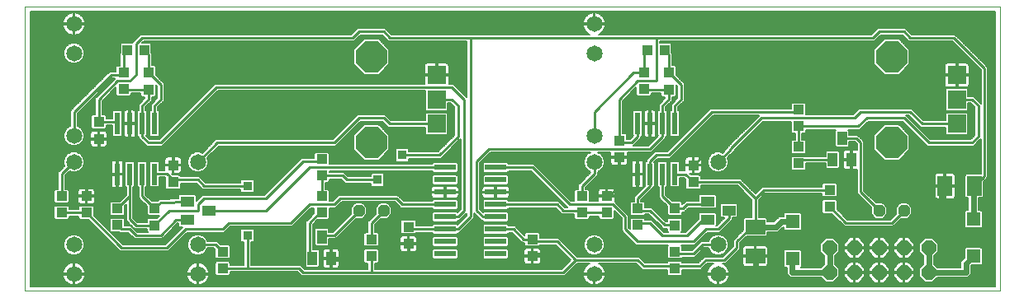
<source format=gtl>
G75*
%MOIN*%
%OFA0B0*%
%FSLAX25Y25*%
%IPPOS*%
%LPD*%
%AMOC8*
5,1,8,0,0,1.08239X$1,22.5*
%
%ADD10C,0.00000*%
%ADD11R,0.04252X0.04134*%
%ADD12R,0.07874X0.05906*%
%ADD13R,0.05906X0.07874*%
%ADD14C,0.06496*%
%ADD15R,0.02362X0.08661*%
%ADD16R,0.08661X0.02362*%
%ADD17OC8,0.06000*%
%ADD18OC8,0.04800*%
%ADD19R,0.05512X0.03937*%
%ADD20R,0.03937X0.05512*%
%ADD21R,0.04331X0.03937*%
%ADD22R,0.07400X0.07400*%
%ADD23OC8,0.12661*%
%ADD24R,0.03937X0.04331*%
%ADD25R,0.05512X0.05512*%
%ADD26R,0.03762X0.03762*%
%ADD27C,0.01000*%
%ADD28C,0.02400*%
%ADD29C,0.00600*%
D10*
X0001000Y0027122D02*
X0001000Y0142082D01*
X0394701Y0142082D01*
X0394701Y0027122D01*
X0001000Y0027122D01*
D11*
X0053500Y0053677D03*
X0053500Y0060567D03*
X0061000Y0071177D03*
X0061000Y0078067D03*
X0031000Y0088677D03*
X0031000Y0095567D03*
X0051000Y0108677D03*
X0051000Y0115567D03*
X0156000Y0053067D03*
X0156000Y0046177D03*
X0206000Y0048067D03*
X0206000Y0041177D03*
X0263500Y0053677D03*
X0263500Y0060567D03*
X0271000Y0071177D03*
X0271000Y0078067D03*
X0241000Y0081177D03*
X0241000Y0088067D03*
X0261000Y0108677D03*
X0261000Y0115567D03*
D12*
X0296000Y0053027D03*
X0296000Y0041216D03*
D13*
X0372594Y0069622D03*
X0384406Y0069622D03*
D14*
X0281000Y0079307D03*
X0231000Y0079307D03*
X0231000Y0089937D03*
X0231000Y0123401D03*
X0231000Y0135212D03*
X0071000Y0079307D03*
X0021000Y0079307D03*
X0021000Y0089937D03*
X0021000Y0123401D03*
X0021000Y0135212D03*
X0021000Y0045842D03*
X0021000Y0034031D03*
X0071000Y0034031D03*
X0071000Y0045842D03*
X0231000Y0045842D03*
X0231000Y0034031D03*
X0281000Y0034031D03*
X0281000Y0045842D03*
D15*
X0263500Y0074386D03*
X0258500Y0074386D03*
X0253500Y0074386D03*
X0248500Y0074386D03*
X0248500Y0094858D03*
X0253500Y0094858D03*
X0258500Y0094858D03*
X0263500Y0094858D03*
X0053500Y0094858D03*
X0048500Y0094858D03*
X0043500Y0094858D03*
X0038500Y0094858D03*
X0038500Y0074386D03*
X0043500Y0074386D03*
X0048500Y0074386D03*
X0053500Y0074386D03*
D16*
X0170764Y0072122D03*
X0170764Y0077122D03*
X0191236Y0077122D03*
X0191236Y0072122D03*
X0191236Y0067122D03*
X0191236Y0062122D03*
X0191236Y0057122D03*
X0191236Y0052122D03*
X0191236Y0047122D03*
X0191236Y0042122D03*
X0170764Y0042122D03*
X0170764Y0047122D03*
X0170764Y0052122D03*
X0170764Y0057122D03*
X0170764Y0062122D03*
X0170764Y0067122D03*
D17*
X0326000Y0044622D03*
X0336000Y0044622D03*
X0346000Y0044622D03*
X0356000Y0044622D03*
X0366000Y0044622D03*
X0366000Y0034622D03*
X0356000Y0034622D03*
X0346000Y0034622D03*
X0336000Y0034622D03*
X0326000Y0034622D03*
D18*
X0346000Y0059622D03*
X0356000Y0059622D03*
X0146000Y0059622D03*
X0136000Y0059622D03*
D19*
X0075331Y0059622D03*
X0066669Y0063362D03*
X0066669Y0055882D03*
X0276669Y0055882D03*
X0285331Y0059622D03*
X0276669Y0063362D03*
D20*
X0327260Y0080291D03*
X0334740Y0080291D03*
X0331000Y0088952D03*
X0124740Y0040291D03*
X0117260Y0040291D03*
X0121000Y0048952D03*
D21*
X0141000Y0047968D03*
X0141000Y0041275D03*
X0121000Y0058775D03*
X0121000Y0065468D03*
X0121000Y0073775D03*
X0121000Y0080468D03*
X0041000Y0108775D03*
X0041000Y0115468D03*
X0026000Y0065468D03*
X0016000Y0065468D03*
X0016000Y0058775D03*
X0026000Y0058775D03*
X0038500Y0060468D03*
X0038500Y0053775D03*
X0081000Y0042968D03*
X0081000Y0036275D03*
X0226000Y0058775D03*
X0236000Y0058775D03*
X0248500Y0060468D03*
X0236000Y0065468D03*
X0226000Y0065468D03*
X0248500Y0053775D03*
X0263500Y0042968D03*
X0263500Y0036275D03*
X0326000Y0061275D03*
X0326000Y0067968D03*
X0313500Y0078775D03*
X0313500Y0085468D03*
X0313500Y0093775D03*
X0313500Y0100468D03*
X0251000Y0108775D03*
X0251000Y0115468D03*
D22*
X0167378Y0114464D03*
X0167378Y0104622D03*
X0167378Y0094779D03*
X0377378Y0094779D03*
X0377378Y0104622D03*
X0377378Y0114464D03*
D23*
X0351000Y0121945D03*
X0351000Y0087299D03*
X0141000Y0087299D03*
X0141000Y0121945D03*
D24*
X0049346Y0124622D03*
X0042654Y0124622D03*
X0252654Y0124622D03*
X0259346Y0124622D03*
D25*
X0311000Y0055102D03*
X0311000Y0040141D03*
X0384000Y0041141D03*
X0384000Y0056102D03*
D26*
X0371000Y0059622D03*
X0333500Y0072122D03*
X0273500Y0084622D03*
X0241000Y0074622D03*
X0201000Y0067122D03*
X0158500Y0067122D03*
X0143500Y0072122D03*
X0153500Y0082122D03*
X0091000Y0069622D03*
X0068500Y0087122D03*
X0043500Y0102122D03*
X0028500Y0082122D03*
X0091000Y0049622D03*
X0131000Y0039622D03*
X0156000Y0039622D03*
X0213500Y0042122D03*
X0296000Y0032122D03*
X0253500Y0102122D03*
D27*
X0253500Y0094858D01*
X0248500Y0094858D02*
X0248500Y0089622D01*
X0246000Y0087122D01*
X0241846Y0087122D01*
X0241000Y0088067D01*
X0241000Y0104622D01*
X0248500Y0112122D01*
X0256000Y0112122D01*
X0256000Y0129622D01*
X0181000Y0129622D01*
X0148500Y0129622D01*
X0146000Y0132122D01*
X0136000Y0132122D01*
X0133500Y0129622D01*
X0048500Y0129622D01*
X0046000Y0127122D01*
X0046000Y0114622D01*
X0043500Y0112122D01*
X0038500Y0112122D01*
X0031000Y0104622D01*
X0031000Y0095567D01*
X0037890Y0095468D01*
X0038500Y0094858D01*
X0043500Y0094858D02*
X0043500Y0102122D01*
X0048500Y0102122D02*
X0051000Y0104622D01*
X0051000Y0108677D01*
X0041098Y0108677D01*
X0041000Y0108775D01*
X0040154Y0114622D02*
X0036000Y0114622D01*
X0021000Y0099622D01*
X0021000Y0089937D01*
X0031000Y0088677D02*
X0031000Y0084622D01*
X0028500Y0082122D01*
X0028500Y0074622D01*
X0028736Y0074386D01*
X0028500Y0074149D01*
X0028500Y0072122D01*
X0026000Y0069622D01*
X0026000Y0065468D01*
X0016000Y0065468D02*
X0016000Y0074622D01*
X0020685Y0079307D01*
X0021000Y0079307D01*
X0028736Y0074386D02*
X0038500Y0074386D01*
X0043500Y0074386D02*
X0043500Y0065622D01*
X0043500Y0056122D01*
X0046000Y0053622D01*
X0053445Y0053622D01*
X0053500Y0053677D01*
X0053500Y0053775D01*
X0059346Y0059622D01*
X0071000Y0059622D01*
X0071000Y0062122D01*
X0073500Y0064622D01*
X0098500Y0064622D01*
X0113500Y0079622D01*
X0120154Y0079622D01*
X0121000Y0080468D01*
X0116000Y0077122D02*
X0098500Y0059622D01*
X0075331Y0059622D01*
X0066669Y0063362D02*
X0056276Y0062968D01*
X0053500Y0060567D01*
X0048500Y0065468D01*
X0048500Y0074386D01*
X0053500Y0074386D02*
X0053736Y0074622D01*
X0058500Y0074622D01*
X0061000Y0072122D01*
X0071000Y0072122D01*
X0073500Y0069622D01*
X0091000Y0069622D01*
X0078815Y0087122D02*
X0071000Y0079307D01*
X0066000Y0087122D02*
X0061000Y0082122D01*
X0061000Y0078067D01*
X0061000Y0072122D02*
X0061000Y0071177D01*
X0043500Y0065622D02*
X0043500Y0065468D01*
X0038500Y0060468D01*
X0026000Y0058775D02*
X0040154Y0044622D01*
X0058500Y0044622D01*
X0066000Y0052122D01*
X0081000Y0052122D01*
X0083500Y0054622D01*
X0108500Y0054622D01*
X0116000Y0062122D01*
X0126000Y0062122D01*
X0128500Y0064622D01*
X0151000Y0064622D01*
X0153500Y0062122D01*
X0170764Y0062122D01*
X0176000Y0057122D02*
X0178500Y0059622D01*
X0178500Y0104622D01*
X0173500Y0109622D01*
X0078500Y0109622D01*
X0056000Y0087122D01*
X0051000Y0087122D01*
X0048500Y0089622D01*
X0048500Y0094858D01*
X0048500Y0102122D01*
X0053500Y0102122D02*
X0056000Y0104622D01*
X0056000Y0110567D01*
X0051000Y0115567D01*
X0051000Y0122968D01*
X0049346Y0124622D01*
X0042654Y0124622D02*
X0041000Y0122968D01*
X0041000Y0115468D01*
X0040154Y0114622D01*
X0053500Y0102122D02*
X0053500Y0094858D01*
X0066000Y0087122D02*
X0068500Y0087122D01*
X0078815Y0087122D02*
X0126000Y0087122D01*
X0136000Y0097122D01*
X0146000Y0097122D01*
X0148343Y0094779D01*
X0167378Y0094779D01*
X0176000Y0089622D02*
X0176000Y0102122D01*
X0173500Y0104622D01*
X0167378Y0104622D01*
X0176000Y0089622D02*
X0168500Y0082122D01*
X0153500Y0082122D01*
X0170764Y0077122D02*
X0116000Y0077122D01*
X0121000Y0073775D02*
X0129346Y0073775D01*
X0131000Y0072122D01*
X0143500Y0072122D01*
X0158500Y0067122D02*
X0170764Y0067122D01*
X0183500Y0059622D02*
X0186000Y0057122D01*
X0191236Y0057122D01*
X0183500Y0059622D02*
X0183500Y0079622D01*
X0188500Y0084622D01*
X0253500Y0084622D01*
X0258500Y0089622D01*
X0258500Y0094858D01*
X0258500Y0102122D01*
X0261000Y0104622D01*
X0261000Y0108677D01*
X0251098Y0108677D01*
X0251000Y0108775D01*
X0261000Y0115567D02*
X0266000Y0110567D01*
X0266000Y0104622D01*
X0263500Y0102122D01*
X0263500Y0094858D01*
X0261000Y0082122D02*
X0278500Y0099622D01*
X0312654Y0099622D01*
X0313500Y0100468D01*
X0298500Y0097122D02*
X0336000Y0097122D01*
X0338500Y0099622D01*
X0358500Y0099622D01*
X0363343Y0094779D01*
X0377378Y0094779D01*
X0383500Y0087122D02*
X0386000Y0089622D01*
X0386000Y0102122D01*
X0383500Y0104622D01*
X0377378Y0104622D01*
X0366000Y0087122D02*
X0356000Y0097122D01*
X0341000Y0097122D01*
X0337654Y0093775D01*
X0313500Y0093775D01*
X0313500Y0085468D01*
X0315016Y0080291D02*
X0313500Y0078775D01*
X0315016Y0080291D02*
X0327260Y0080291D01*
X0334740Y0080291D02*
X0334740Y0073362D01*
X0333500Y0072122D01*
X0326000Y0067968D02*
X0299346Y0067968D01*
X0296000Y0064622D01*
X0296000Y0053027D01*
X0294406Y0053027D01*
X0288500Y0047122D01*
X0288500Y0044622D01*
X0283500Y0039622D01*
X0276000Y0039622D01*
X0273500Y0037122D01*
X0264346Y0037122D01*
X0263500Y0036275D01*
X0262654Y0037122D01*
X0251000Y0037122D01*
X0248500Y0039622D01*
X0223500Y0039622D01*
X0216000Y0047122D01*
X0206000Y0047122D01*
X0206000Y0048067D01*
X0202654Y0047968D01*
X0198500Y0052122D01*
X0191236Y0052122D01*
X0181000Y0057122D02*
X0176000Y0052122D01*
X0170764Y0052122D01*
X0156846Y0052122D01*
X0156000Y0053067D01*
X0170764Y0057122D02*
X0176000Y0057122D01*
X0181000Y0057122D02*
X0181000Y0129622D01*
X0231000Y0099622D02*
X0246846Y0115468D01*
X0251000Y0115468D01*
X0251000Y0122968D01*
X0252654Y0124622D01*
X0259346Y0124622D02*
X0261000Y0122968D01*
X0261000Y0115567D01*
X0256000Y0129622D02*
X0343500Y0129622D01*
X0346000Y0132122D01*
X0356000Y0132122D01*
X0358500Y0129622D01*
X0376000Y0129622D01*
X0388500Y0117122D01*
X0388500Y0073716D01*
X0384406Y0069622D01*
X0356000Y0059622D02*
X0351000Y0054622D01*
X0332654Y0054622D01*
X0326000Y0061275D01*
X0338500Y0067122D02*
X0346000Y0059622D01*
X0338500Y0067122D02*
X0338500Y0087122D01*
X0336669Y0088952D01*
X0331000Y0088952D01*
X0298500Y0097122D02*
X0286315Y0084937D01*
X0286315Y0084622D01*
X0281000Y0079307D01*
X0273500Y0080468D02*
X0271000Y0078067D01*
X0273500Y0080468D02*
X0273500Y0084622D01*
X0261000Y0082122D02*
X0256000Y0082122D01*
X0253500Y0079622D01*
X0253500Y0074386D01*
X0253500Y0069622D01*
X0248500Y0064622D01*
X0248500Y0060468D01*
X0249346Y0059622D01*
X0253500Y0059622D01*
X0259346Y0053775D01*
X0263500Y0053677D01*
X0258500Y0049622D02*
X0253500Y0054622D01*
X0249346Y0054622D01*
X0248500Y0053775D01*
X0243500Y0052122D02*
X0243500Y0057122D01*
X0238500Y0062122D01*
X0221000Y0062122D01*
X0206000Y0077122D01*
X0191236Y0077122D01*
X0191236Y0067122D02*
X0201000Y0067122D01*
X0191236Y0062122D02*
X0216000Y0062122D01*
X0218500Y0059622D01*
X0225154Y0059622D01*
X0226000Y0058775D01*
X0236000Y0058775D01*
X0243500Y0052122D02*
X0248500Y0047122D01*
X0271000Y0047122D01*
X0276000Y0052122D01*
X0281000Y0052122D01*
X0285331Y0056452D01*
X0285331Y0059622D01*
X0276669Y0063362D02*
X0275429Y0062122D01*
X0268500Y0062122D01*
X0266846Y0060468D01*
X0263500Y0060567D01*
X0258500Y0065468D01*
X0258500Y0074386D01*
X0263500Y0074386D02*
X0267890Y0074386D01*
X0271000Y0071177D01*
X0289346Y0071275D01*
X0296000Y0064622D01*
X0276669Y0055882D02*
X0274760Y0055882D01*
X0268500Y0049622D01*
X0258500Y0049622D01*
X0271000Y0042122D02*
X0274720Y0045842D01*
X0281000Y0045842D01*
X0271000Y0042122D02*
X0264346Y0042122D01*
X0263500Y0042968D01*
X0223500Y0039622D02*
X0218500Y0034622D01*
X0141000Y0034622D01*
X0141000Y0041275D01*
X0131000Y0039622D02*
X0125409Y0039622D01*
X0124740Y0040291D01*
X0117260Y0040291D02*
X0116000Y0041551D01*
X0116000Y0054622D01*
X0120154Y0058775D01*
X0121000Y0058775D01*
X0126000Y0049622D02*
X0136000Y0059622D01*
X0141000Y0054622D02*
X0146000Y0059622D01*
X0141000Y0054622D02*
X0141000Y0047968D01*
X0126000Y0049622D02*
X0121669Y0049622D01*
X0121000Y0048952D01*
X0091000Y0049622D02*
X0091000Y0036275D01*
X0111846Y0036275D01*
X0113500Y0034622D01*
X0141000Y0034622D01*
X0156000Y0039622D02*
X0156000Y0046177D01*
X0206000Y0041177D02*
X0206846Y0042122D01*
X0213500Y0042122D01*
X0226000Y0065468D02*
X0226000Y0069622D01*
X0231000Y0074622D01*
X0231000Y0079307D01*
X0241000Y0081177D02*
X0241000Y0074622D01*
X0241000Y0069622D01*
X0236846Y0065468D01*
X0236000Y0065468D01*
X0241236Y0074386D02*
X0241000Y0074622D01*
X0241236Y0074386D02*
X0248500Y0074386D01*
X0231000Y0089937D02*
X0231000Y0099622D01*
X0121000Y0073775D02*
X0121000Y0065468D01*
X0081000Y0042968D02*
X0078126Y0045842D01*
X0071000Y0045842D01*
X0062260Y0055882D02*
X0056000Y0049622D01*
X0046000Y0049622D01*
X0043500Y0052122D01*
X0040154Y0052122D01*
X0038500Y0053775D01*
X0026000Y0058775D02*
X0016000Y0058775D01*
X0062260Y0055882D02*
X0066669Y0055882D01*
X0081000Y0036275D02*
X0091000Y0036275D01*
X0366000Y0087122D02*
X0383500Y0087122D01*
D28*
X0384406Y0069622D02*
X0384000Y0069216D01*
X0384000Y0056102D01*
X0371000Y0059622D02*
X0371000Y0068027D01*
X0372594Y0069622D01*
X0383500Y0068716D02*
X0384406Y0069622D01*
X0366000Y0044622D02*
X0366000Y0034622D01*
X0381039Y0034622D01*
X0381039Y0038181D01*
X0384000Y0041141D01*
X0326000Y0044622D02*
X0326000Y0034622D01*
X0310961Y0034622D01*
X0310961Y0040102D01*
X0311000Y0040141D01*
X0296000Y0041216D02*
X0296000Y0032122D01*
X0296000Y0053027D02*
X0304366Y0053027D01*
X0306441Y0055102D01*
X0311000Y0055102D01*
D29*
X0314656Y0054897D02*
X0330399Y0054897D01*
X0330997Y0054298D02*
X0314656Y0054298D01*
X0314656Y0053700D02*
X0331596Y0053700D01*
X0332074Y0053222D02*
X0351580Y0053222D01*
X0352400Y0054042D01*
X0354680Y0056322D01*
X0357367Y0056322D01*
X0359300Y0058255D01*
X0359300Y0060989D01*
X0357367Y0062922D01*
X0354633Y0062922D01*
X0352700Y0060989D01*
X0352700Y0058302D01*
X0350420Y0056022D01*
X0333233Y0056022D01*
X0329065Y0060190D01*
X0329065Y0063617D01*
X0328538Y0064144D01*
X0323462Y0064144D01*
X0322935Y0063617D01*
X0322935Y0058934D01*
X0323462Y0058407D01*
X0326889Y0058407D01*
X0332074Y0053222D01*
X0333161Y0056094D02*
X0350492Y0056094D01*
X0351091Y0056692D02*
X0347737Y0056692D01*
X0347367Y0056322D02*
X0349300Y0058255D01*
X0349300Y0060989D01*
X0347367Y0062922D01*
X0344680Y0062922D01*
X0339900Y0067702D01*
X0339900Y0087702D01*
X0339080Y0088522D01*
X0337249Y0090352D01*
X0333868Y0090352D01*
X0333868Y0092081D01*
X0333574Y0092375D01*
X0338233Y0092375D01*
X0341580Y0095722D01*
X0355420Y0095722D01*
X0364600Y0086542D01*
X0365420Y0085722D01*
X0384080Y0085722D01*
X0386580Y0088222D01*
X0387100Y0088742D01*
X0387100Y0074459D01*
X0381080Y0074459D01*
X0380553Y0073932D01*
X0380553Y0065312D01*
X0381080Y0064785D01*
X0381900Y0064785D01*
X0381900Y0059758D01*
X0380871Y0059758D01*
X0380344Y0059231D01*
X0380344Y0052973D01*
X0380871Y0052446D01*
X0387129Y0052446D01*
X0387656Y0052973D01*
X0387656Y0059231D01*
X0387129Y0059758D01*
X0386100Y0059758D01*
X0386100Y0064785D01*
X0387731Y0064785D01*
X0388258Y0065312D01*
X0388258Y0071495D01*
X0389080Y0072316D01*
X0389900Y0073136D01*
X0389900Y0117702D01*
X0389080Y0118522D01*
X0377400Y0130202D01*
X0376580Y0131022D01*
X0359080Y0131022D01*
X0357400Y0132702D01*
X0356580Y0133522D01*
X0345420Y0133522D01*
X0342920Y0131022D01*
X0232793Y0131022D01*
X0233384Y0131322D01*
X0233963Y0131743D01*
X0234469Y0132249D01*
X0234890Y0132829D01*
X0235215Y0133466D01*
X0235436Y0134147D01*
X0235548Y0134854D01*
X0235548Y0134912D01*
X0231300Y0134912D01*
X0231300Y0135512D01*
X0235548Y0135512D01*
X0235548Y0135570D01*
X0235436Y0136277D01*
X0235215Y0136958D01*
X0234890Y0137596D01*
X0234469Y0138175D01*
X0233963Y0138681D01*
X0233384Y0139102D01*
X0232746Y0139427D01*
X0232065Y0139648D01*
X0231358Y0139760D01*
X0231300Y0139760D01*
X0231300Y0135512D01*
X0230700Y0135512D01*
X0230700Y0134912D01*
X0226452Y0134912D01*
X0226452Y0134854D01*
X0226564Y0134147D01*
X0226785Y0133466D01*
X0227110Y0132829D01*
X0227531Y0132249D01*
X0228037Y0131743D01*
X0228616Y0131322D01*
X0229207Y0131022D01*
X0149080Y0131022D01*
X0146580Y0133522D01*
X0135420Y0133522D01*
X0134600Y0132702D01*
X0132920Y0131022D01*
X0047920Y0131022D01*
X0044600Y0127702D01*
X0044600Y0127687D01*
X0040312Y0127687D01*
X0039785Y0127160D01*
X0039785Y0123733D01*
X0039600Y0123548D01*
X0039600Y0118337D01*
X0038462Y0118337D01*
X0037935Y0117809D01*
X0037935Y0116022D01*
X0035420Y0116022D01*
X0034600Y0115202D01*
X0019600Y0100202D01*
X0019600Y0093847D01*
X0018650Y0093453D01*
X0017483Y0092286D01*
X0016852Y0090762D01*
X0016852Y0089112D01*
X0017483Y0087587D01*
X0018650Y0086420D01*
X0020175Y0085789D01*
X0021825Y0085789D01*
X0023350Y0086420D01*
X0024517Y0087587D01*
X0025148Y0089112D01*
X0025148Y0090762D01*
X0024517Y0092286D01*
X0023350Y0093453D01*
X0022400Y0093847D01*
X0022400Y0099042D01*
X0036580Y0113222D01*
X0037620Y0113222D01*
X0037100Y0112702D01*
X0030420Y0106022D01*
X0029600Y0105202D01*
X0029600Y0098534D01*
X0028501Y0098534D01*
X0027974Y0098006D01*
X0027974Y0093127D01*
X0028501Y0092600D01*
X0033499Y0092600D01*
X0034026Y0093127D01*
X0034026Y0094123D01*
X0036419Y0094089D01*
X0036419Y0090154D01*
X0036946Y0089627D01*
X0040054Y0089627D01*
X0040581Y0090154D01*
X0040581Y0099561D01*
X0040054Y0100089D01*
X0036946Y0100089D01*
X0036419Y0099561D01*
X0036419Y0096889D01*
X0034026Y0096924D01*
X0034026Y0098006D01*
X0033499Y0098534D01*
X0032400Y0098534D01*
X0032400Y0104042D01*
X0037935Y0109577D01*
X0037935Y0106434D01*
X0038462Y0105907D01*
X0043538Y0105907D01*
X0044065Y0106434D01*
X0044065Y0107277D01*
X0047974Y0107277D01*
X0047974Y0106237D01*
X0048501Y0105710D01*
X0049600Y0105710D01*
X0049600Y0105202D01*
X0047100Y0102702D01*
X0047100Y0100089D01*
X0046946Y0100089D01*
X0046419Y0099561D01*
X0046419Y0090154D01*
X0046946Y0089627D01*
X0047100Y0089627D01*
X0047100Y0089042D01*
X0047920Y0088222D01*
X0050420Y0085722D01*
X0056580Y0085722D01*
X0057400Y0086542D01*
X0079080Y0108222D01*
X0162778Y0108222D01*
X0162778Y0100549D01*
X0163305Y0100022D01*
X0171451Y0100022D01*
X0171978Y0100549D01*
X0171978Y0103222D01*
X0172920Y0103222D01*
X0174600Y0101542D01*
X0174600Y0090202D01*
X0167920Y0083522D01*
X0156281Y0083522D01*
X0156281Y0084376D01*
X0155754Y0084903D01*
X0151246Y0084903D01*
X0150719Y0084376D01*
X0150719Y0079868D01*
X0151246Y0079341D01*
X0155754Y0079341D01*
X0156281Y0079868D01*
X0156281Y0080722D01*
X0169080Y0080722D01*
X0176580Y0088222D01*
X0177100Y0088742D01*
X0177100Y0060202D01*
X0175784Y0058886D01*
X0175467Y0059203D01*
X0166060Y0059203D01*
X0165533Y0058676D01*
X0165533Y0055568D01*
X0166060Y0055041D01*
X0175467Y0055041D01*
X0175994Y0055568D01*
X0175994Y0055722D01*
X0176580Y0055722D01*
X0179080Y0058222D01*
X0179600Y0058742D01*
X0179600Y0057702D01*
X0175784Y0053886D01*
X0175467Y0054203D01*
X0166060Y0054203D01*
X0165533Y0053676D01*
X0165533Y0053522D01*
X0159026Y0053522D01*
X0159026Y0055506D01*
X0158499Y0056034D01*
X0153501Y0056034D01*
X0152974Y0055506D01*
X0152974Y0050627D01*
X0153501Y0050100D01*
X0158499Y0050100D01*
X0159026Y0050627D01*
X0159026Y0050722D01*
X0165533Y0050722D01*
X0165533Y0050568D01*
X0166060Y0050041D01*
X0175467Y0050041D01*
X0175994Y0050568D01*
X0175994Y0050722D01*
X0176580Y0050722D01*
X0182400Y0056542D01*
X0182400Y0058742D01*
X0184600Y0056542D01*
X0185420Y0055722D01*
X0186006Y0055722D01*
X0186006Y0055568D01*
X0186533Y0055041D01*
X0195940Y0055041D01*
X0196467Y0055568D01*
X0196467Y0058676D01*
X0195940Y0059203D01*
X0186533Y0059203D01*
X0186216Y0058886D01*
X0184900Y0060202D01*
X0184900Y0079042D01*
X0189080Y0083222D01*
X0229612Y0083222D01*
X0228650Y0082823D01*
X0227483Y0081656D01*
X0226852Y0080132D01*
X0226852Y0078482D01*
X0227483Y0076957D01*
X0228650Y0075790D01*
X0229600Y0075397D01*
X0229600Y0075202D01*
X0225420Y0071022D01*
X0224600Y0070202D01*
X0224600Y0068337D01*
X0223462Y0068337D01*
X0222935Y0067809D01*
X0222935Y0063522D01*
X0221580Y0063522D01*
X0207400Y0077702D01*
X0206580Y0078522D01*
X0196467Y0078522D01*
X0196467Y0078676D01*
X0195940Y0079203D01*
X0186533Y0079203D01*
X0186006Y0078676D01*
X0186006Y0075568D01*
X0186533Y0075041D01*
X0195940Y0075041D01*
X0196467Y0075568D01*
X0196467Y0075722D01*
X0205420Y0075722D01*
X0220120Y0061022D01*
X0219080Y0061022D01*
X0216580Y0063522D01*
X0196467Y0063522D01*
X0196467Y0063676D01*
X0195940Y0064203D01*
X0186533Y0064203D01*
X0186006Y0063676D01*
X0186006Y0060568D01*
X0186533Y0060041D01*
X0195940Y0060041D01*
X0196467Y0060568D01*
X0196467Y0060722D01*
X0215420Y0060722D01*
X0217100Y0059042D01*
X0217920Y0058222D01*
X0222935Y0058222D01*
X0222935Y0056434D01*
X0223462Y0055907D01*
X0228538Y0055907D01*
X0229065Y0056434D01*
X0229065Y0057375D01*
X0232935Y0057375D01*
X0232935Y0056434D01*
X0233462Y0055907D01*
X0238538Y0055907D01*
X0239065Y0056434D01*
X0239065Y0059577D01*
X0242100Y0056542D01*
X0242100Y0051542D01*
X0242920Y0050722D01*
X0247920Y0045722D01*
X0260847Y0045722D01*
X0260435Y0045309D01*
X0260435Y0040627D01*
X0260962Y0040100D01*
X0266038Y0040100D01*
X0266565Y0040627D01*
X0266565Y0040722D01*
X0271580Y0040722D01*
X0272400Y0041542D01*
X0275300Y0044442D01*
X0277090Y0044442D01*
X0277483Y0043493D01*
X0278650Y0042326D01*
X0280175Y0041694D01*
X0281825Y0041694D01*
X0283350Y0042326D01*
X0284517Y0043493D01*
X0285148Y0045017D01*
X0285148Y0046667D01*
X0284517Y0048192D01*
X0283350Y0049359D01*
X0281825Y0049990D01*
X0280175Y0049990D01*
X0278650Y0049359D01*
X0277483Y0048192D01*
X0277090Y0047242D01*
X0274141Y0047242D01*
X0270420Y0043522D01*
X0266565Y0043522D01*
X0266565Y0045309D01*
X0266153Y0045722D01*
X0271580Y0045722D01*
X0272400Y0046542D01*
X0276580Y0050722D01*
X0281580Y0050722D01*
X0282400Y0051542D01*
X0286731Y0055873D01*
X0286731Y0056753D01*
X0288459Y0056753D01*
X0288987Y0057280D01*
X0288987Y0061963D01*
X0288459Y0062490D01*
X0282202Y0062490D01*
X0281675Y0061963D01*
X0281675Y0057280D01*
X0282202Y0056753D01*
X0283652Y0056753D01*
X0280420Y0053522D01*
X0280307Y0053522D01*
X0280325Y0053540D01*
X0280325Y0058223D01*
X0279798Y0058750D01*
X0273541Y0058750D01*
X0273013Y0058223D01*
X0273013Y0056115D01*
X0267920Y0051022D01*
X0266311Y0051022D01*
X0266526Y0051237D01*
X0266526Y0056117D01*
X0265999Y0056644D01*
X0261001Y0056644D01*
X0260474Y0056117D01*
X0260474Y0055149D01*
X0259940Y0055162D01*
X0254900Y0060202D01*
X0254080Y0061022D01*
X0251565Y0061022D01*
X0251565Y0062809D01*
X0251038Y0063337D01*
X0249900Y0063337D01*
X0249900Y0064042D01*
X0254900Y0069042D01*
X0254900Y0069155D01*
X0255054Y0069155D01*
X0255581Y0069682D01*
X0255581Y0079089D01*
X0255264Y0079406D01*
X0256580Y0080722D01*
X0261580Y0080722D01*
X0279080Y0098222D01*
X0297620Y0098222D01*
X0297100Y0097702D01*
X0297100Y0097702D01*
X0284915Y0085517D01*
X0284915Y0085202D01*
X0282775Y0083061D01*
X0281825Y0083455D01*
X0280175Y0083455D01*
X0278650Y0082823D01*
X0277483Y0081656D01*
X0276852Y0080132D01*
X0276852Y0078482D01*
X0277483Y0076957D01*
X0278650Y0075790D01*
X0280175Y0075159D01*
X0281825Y0075159D01*
X0283350Y0075790D01*
X0284517Y0076957D01*
X0285148Y0078482D01*
X0285148Y0080132D01*
X0284755Y0081082D01*
X0287715Y0084042D01*
X0287715Y0084357D01*
X0299080Y0095722D01*
X0310435Y0095722D01*
X0310435Y0091434D01*
X0310962Y0090907D01*
X0312100Y0090907D01*
X0312100Y0088337D01*
X0310962Y0088337D01*
X0310435Y0087809D01*
X0310435Y0083127D01*
X0310962Y0082600D01*
X0316038Y0082600D01*
X0316565Y0083127D01*
X0316565Y0087809D01*
X0316038Y0088337D01*
X0314900Y0088337D01*
X0314900Y0090907D01*
X0316038Y0090907D01*
X0316565Y0091434D01*
X0316565Y0092375D01*
X0328426Y0092375D01*
X0328131Y0092081D01*
X0328131Y0085824D01*
X0328659Y0085297D01*
X0333341Y0085297D01*
X0333868Y0085824D01*
X0333868Y0087552D01*
X0336089Y0087552D01*
X0337100Y0086542D01*
X0337100Y0084288D01*
X0336880Y0084347D01*
X0335040Y0084347D01*
X0335040Y0080591D01*
X0334440Y0080591D01*
X0334440Y0079991D01*
X0331472Y0079991D01*
X0331472Y0077364D01*
X0331560Y0077033D01*
X0331731Y0076737D01*
X0331973Y0076495D01*
X0332270Y0076324D01*
X0332600Y0076235D01*
X0334440Y0076235D01*
X0334440Y0079991D01*
X0335040Y0079991D01*
X0335040Y0076235D01*
X0336880Y0076235D01*
X0337100Y0076294D01*
X0337100Y0066542D01*
X0342700Y0060942D01*
X0342700Y0058255D01*
X0344633Y0056322D01*
X0347367Y0056322D01*
X0348336Y0057291D02*
X0351689Y0057291D01*
X0352288Y0057889D02*
X0348934Y0057889D01*
X0349300Y0058488D02*
X0352700Y0058488D01*
X0352700Y0059086D02*
X0349300Y0059086D01*
X0349300Y0059685D02*
X0352700Y0059685D01*
X0352700Y0060283D02*
X0349300Y0060283D01*
X0349300Y0060882D02*
X0352700Y0060882D01*
X0353192Y0061480D02*
X0348808Y0061480D01*
X0348210Y0062079D02*
X0353790Y0062079D01*
X0354389Y0062677D02*
X0347611Y0062677D01*
X0344326Y0063276D02*
X0381900Y0063276D01*
X0381900Y0063874D02*
X0343727Y0063874D01*
X0343129Y0064473D02*
X0369142Y0064473D01*
X0369140Y0064473D02*
X0369471Y0064385D01*
X0372295Y0064385D01*
X0372295Y0069322D01*
X0372894Y0069322D01*
X0372894Y0064385D01*
X0375718Y0064385D01*
X0376049Y0064473D01*
X0376345Y0064644D01*
X0376587Y0064887D01*
X0376759Y0065183D01*
X0376847Y0065514D01*
X0376847Y0069322D01*
X0372895Y0069322D01*
X0372895Y0069922D01*
X0376847Y0069922D01*
X0376847Y0073730D01*
X0376759Y0074061D01*
X0376587Y0074357D01*
X0376345Y0074599D01*
X0376049Y0074770D01*
X0375718Y0074859D01*
X0372894Y0074859D01*
X0372894Y0069922D01*
X0372295Y0069922D01*
X0372295Y0074859D01*
X0369471Y0074859D01*
X0369140Y0074770D01*
X0368844Y0074599D01*
X0368601Y0074357D01*
X0368430Y0074061D01*
X0368342Y0073730D01*
X0368342Y0069922D01*
X0372294Y0069922D01*
X0372294Y0069322D01*
X0368342Y0069322D01*
X0368342Y0065514D01*
X0368430Y0065183D01*
X0368601Y0064887D01*
X0368844Y0064644D01*
X0369140Y0064473D01*
X0368495Y0065071D02*
X0342530Y0065071D01*
X0341932Y0065670D02*
X0368342Y0065670D01*
X0368342Y0066268D02*
X0341333Y0066268D01*
X0340735Y0066867D02*
X0368342Y0066867D01*
X0368342Y0067465D02*
X0340136Y0067465D01*
X0339900Y0068064D02*
X0368342Y0068064D01*
X0368342Y0068662D02*
X0339900Y0068662D01*
X0339900Y0069261D02*
X0368342Y0069261D01*
X0368342Y0070458D02*
X0339900Y0070458D01*
X0339900Y0071056D02*
X0368342Y0071056D01*
X0368342Y0071655D02*
X0339900Y0071655D01*
X0339900Y0072254D02*
X0368342Y0072254D01*
X0368342Y0072852D02*
X0339900Y0072852D01*
X0339900Y0073451D02*
X0368342Y0073451D01*
X0368427Y0074049D02*
X0339900Y0074049D01*
X0339900Y0074648D02*
X0368928Y0074648D01*
X0372295Y0074648D02*
X0372894Y0074648D01*
X0372894Y0074049D02*
X0372295Y0074049D01*
X0372295Y0073451D02*
X0372894Y0073451D01*
X0372894Y0072852D02*
X0372295Y0072852D01*
X0372295Y0072254D02*
X0372894Y0072254D01*
X0372894Y0071655D02*
X0372295Y0071655D01*
X0372295Y0071056D02*
X0372894Y0071056D01*
X0372894Y0070458D02*
X0372295Y0070458D01*
X0372294Y0069859D02*
X0339900Y0069859D01*
X0337100Y0069859D02*
X0329065Y0069859D01*
X0329065Y0070309D02*
X0328538Y0070837D01*
X0323462Y0070837D01*
X0322935Y0070309D01*
X0322935Y0069368D01*
X0298767Y0069368D01*
X0296000Y0066602D01*
X0290743Y0071858D01*
X0290743Y0071863D01*
X0290333Y0072268D01*
X0289926Y0072675D01*
X0289922Y0072675D01*
X0289919Y0072678D01*
X0289343Y0072675D01*
X0288767Y0072675D01*
X0288763Y0072672D01*
X0274026Y0072593D01*
X0274026Y0073617D01*
X0273499Y0074144D01*
X0270074Y0074144D01*
X0269535Y0074700D01*
X0270700Y0074700D01*
X0270700Y0077767D01*
X0267574Y0077767D01*
X0267574Y0075829D01*
X0267584Y0075790D01*
X0267332Y0075794D01*
X0267323Y0075786D01*
X0265581Y0075786D01*
X0265581Y0079089D01*
X0265054Y0079616D01*
X0261946Y0079616D01*
X0261419Y0079089D01*
X0261419Y0069682D01*
X0261946Y0069155D01*
X0265054Y0069155D01*
X0265581Y0069682D01*
X0265581Y0072986D01*
X0267297Y0072986D01*
X0267974Y0072287D01*
X0267974Y0068737D01*
X0268501Y0068210D01*
X0273499Y0068210D01*
X0274026Y0068737D01*
X0274026Y0069793D01*
X0288770Y0069872D01*
X0294600Y0064042D01*
X0294600Y0056880D01*
X0291690Y0056880D01*
X0291163Y0056353D01*
X0291163Y0051765D01*
X0287100Y0047702D01*
X0287100Y0045202D01*
X0282920Y0041022D01*
X0275420Y0041022D01*
X0272920Y0038522D01*
X0266565Y0038522D01*
X0266565Y0038617D01*
X0266038Y0039144D01*
X0260962Y0039144D01*
X0260435Y0038617D01*
X0260435Y0038522D01*
X0251580Y0038522D01*
X0249080Y0041022D01*
X0224080Y0041022D01*
X0217400Y0047702D01*
X0216580Y0048522D01*
X0209026Y0048522D01*
X0209026Y0050506D01*
X0208499Y0051034D01*
X0203501Y0051034D01*
X0202974Y0050506D01*
X0202974Y0049628D01*
X0199900Y0052702D01*
X0199080Y0053522D01*
X0196467Y0053522D01*
X0196467Y0053676D01*
X0195940Y0054203D01*
X0186533Y0054203D01*
X0186006Y0053676D01*
X0186006Y0050568D01*
X0186533Y0050041D01*
X0195940Y0050041D01*
X0196467Y0050568D01*
X0196467Y0050722D01*
X0197920Y0050722D01*
X0201270Y0047371D01*
X0201271Y0047347D01*
X0201678Y0046964D01*
X0202074Y0046568D01*
X0202098Y0046568D01*
X0202115Y0046552D01*
X0202674Y0046568D01*
X0202974Y0046568D01*
X0202974Y0045627D01*
X0203501Y0045100D01*
X0208499Y0045100D01*
X0209026Y0045627D01*
X0209026Y0045722D01*
X0215420Y0045722D01*
X0221520Y0039622D01*
X0217920Y0036022D01*
X0142400Y0036022D01*
X0142400Y0038407D01*
X0143538Y0038407D01*
X0144065Y0038934D01*
X0144065Y0043617D01*
X0143538Y0044144D01*
X0138462Y0044144D01*
X0137935Y0043617D01*
X0137935Y0038934D01*
X0138462Y0038407D01*
X0139600Y0038407D01*
X0139600Y0036022D01*
X0114080Y0036022D01*
X0112426Y0037675D01*
X0092400Y0037675D01*
X0092400Y0046841D01*
X0093254Y0046841D01*
X0093781Y0047368D01*
X0093781Y0051876D01*
X0093254Y0052403D01*
X0088746Y0052403D01*
X0088219Y0051876D01*
X0088219Y0047368D01*
X0088746Y0046841D01*
X0089600Y0046841D01*
X0089600Y0037675D01*
X0084065Y0037675D01*
X0084065Y0038617D01*
X0083538Y0039144D01*
X0078462Y0039144D01*
X0077935Y0038617D01*
X0077935Y0033934D01*
X0078462Y0033407D01*
X0083538Y0033407D01*
X0084065Y0033934D01*
X0084065Y0034875D01*
X0111267Y0034875D01*
X0112920Y0033222D01*
X0219080Y0033222D01*
X0224080Y0038222D01*
X0229207Y0038222D01*
X0228616Y0037921D01*
X0228037Y0037500D01*
X0227531Y0036994D01*
X0227110Y0036415D01*
X0226785Y0035777D01*
X0226564Y0035096D01*
X0226452Y0034389D01*
X0226452Y0034331D01*
X0230700Y0034331D01*
X0230700Y0033731D01*
X0231300Y0033731D01*
X0231300Y0029483D01*
X0231358Y0029483D01*
X0232065Y0029595D01*
X0232746Y0029816D01*
X0233384Y0030141D01*
X0233963Y0030562D01*
X0234469Y0031068D01*
X0234890Y0031647D01*
X0235215Y0032285D01*
X0235436Y0032966D01*
X0235548Y0033673D01*
X0235548Y0033731D01*
X0231300Y0033731D01*
X0231300Y0034331D01*
X0235548Y0034331D01*
X0235548Y0034389D01*
X0235436Y0035096D01*
X0235215Y0035777D01*
X0234890Y0036415D01*
X0234469Y0036994D01*
X0233963Y0037500D01*
X0233384Y0037921D01*
X0232793Y0038222D01*
X0247920Y0038222D01*
X0249600Y0036542D01*
X0250420Y0035722D01*
X0260435Y0035722D01*
X0260435Y0033934D01*
X0260962Y0033407D01*
X0266038Y0033407D01*
X0266565Y0033934D01*
X0266565Y0035722D01*
X0274080Y0035722D01*
X0274900Y0036542D01*
X0276580Y0038222D01*
X0279207Y0038222D01*
X0278616Y0037921D01*
X0278037Y0037500D01*
X0277531Y0036994D01*
X0277110Y0036415D01*
X0276785Y0035777D01*
X0276564Y0035096D01*
X0276452Y0034389D01*
X0276452Y0034331D01*
X0280700Y0034331D01*
X0280700Y0033731D01*
X0281300Y0033731D01*
X0281300Y0029483D01*
X0281358Y0029483D01*
X0282065Y0029595D01*
X0282746Y0029816D01*
X0283384Y0030141D01*
X0283963Y0030562D01*
X0284469Y0031068D01*
X0284890Y0031647D01*
X0285215Y0032285D01*
X0285436Y0032966D01*
X0285548Y0033673D01*
X0285548Y0033731D01*
X0281300Y0033731D01*
X0281300Y0034331D01*
X0285548Y0034331D01*
X0285548Y0034389D01*
X0285436Y0035096D01*
X0285215Y0035777D01*
X0284890Y0036415D01*
X0284469Y0036994D01*
X0283963Y0037500D01*
X0283384Y0037921D01*
X0282793Y0038222D01*
X0284080Y0038222D01*
X0284900Y0039042D01*
X0289900Y0044042D01*
X0289900Y0046542D01*
X0292533Y0049174D01*
X0300310Y0049174D01*
X0300837Y0049702D01*
X0300837Y0050927D01*
X0305236Y0050927D01*
X0307311Y0053002D01*
X0307344Y0053002D01*
X0307344Y0051973D01*
X0307871Y0051446D01*
X0314129Y0051446D01*
X0314656Y0051973D01*
X0314656Y0058231D01*
X0314129Y0058758D01*
X0307871Y0058758D01*
X0307344Y0058231D01*
X0307344Y0057202D01*
X0305571Y0057202D01*
X0303496Y0055127D01*
X0300837Y0055127D01*
X0300837Y0056353D01*
X0300310Y0056880D01*
X0297400Y0056880D01*
X0297400Y0064042D01*
X0299926Y0066568D01*
X0322935Y0066568D01*
X0322935Y0065627D01*
X0323462Y0065100D01*
X0328538Y0065100D01*
X0329065Y0065627D01*
X0329065Y0070309D01*
X0328917Y0070458D02*
X0337100Y0070458D01*
X0337100Y0071056D02*
X0291545Y0071056D01*
X0292144Y0070458D02*
X0323083Y0070458D01*
X0322935Y0069859D02*
X0292742Y0069859D01*
X0293341Y0069261D02*
X0298659Y0069261D01*
X0298061Y0068662D02*
X0293939Y0068662D01*
X0294538Y0068064D02*
X0297462Y0068064D01*
X0296864Y0067465D02*
X0295136Y0067465D01*
X0295735Y0066867D02*
X0296265Y0066867D01*
X0298430Y0065071D02*
X0338570Y0065071D01*
X0337972Y0065670D02*
X0329065Y0065670D01*
X0329065Y0066268D02*
X0337373Y0066268D01*
X0337100Y0066867D02*
X0329065Y0066867D01*
X0329065Y0067465D02*
X0337100Y0067465D01*
X0337100Y0068064D02*
X0329065Y0068064D01*
X0329065Y0068662D02*
X0337100Y0068662D01*
X0337100Y0069261D02*
X0329065Y0069261D01*
X0322935Y0066268D02*
X0299627Y0066268D01*
X0299028Y0065670D02*
X0322935Y0065670D01*
X0323192Y0063874D02*
X0297400Y0063874D01*
X0297400Y0063276D02*
X0322935Y0063276D01*
X0322935Y0062677D02*
X0297400Y0062677D01*
X0297400Y0062079D02*
X0322935Y0062079D01*
X0322935Y0061480D02*
X0297400Y0061480D01*
X0297400Y0060882D02*
X0322935Y0060882D01*
X0322935Y0060283D02*
X0297400Y0060283D01*
X0297400Y0059685D02*
X0322935Y0059685D01*
X0322935Y0059086D02*
X0297400Y0059086D01*
X0297400Y0058488D02*
X0307601Y0058488D01*
X0307344Y0057889D02*
X0297400Y0057889D01*
X0297400Y0057291D02*
X0307344Y0057291D01*
X0305061Y0056692D02*
X0300498Y0056692D01*
X0300837Y0056094D02*
X0304463Y0056094D01*
X0303864Y0055495D02*
X0300837Y0055495D01*
X0294600Y0057291D02*
X0288987Y0057291D01*
X0288987Y0057889D02*
X0294600Y0057889D01*
X0294600Y0058488D02*
X0288987Y0058488D01*
X0288987Y0059086D02*
X0294600Y0059086D01*
X0294600Y0059685D02*
X0288987Y0059685D01*
X0288987Y0060283D02*
X0294600Y0060283D01*
X0294600Y0060882D02*
X0288987Y0060882D01*
X0288987Y0061480D02*
X0294600Y0061480D01*
X0294600Y0062079D02*
X0288871Y0062079D01*
X0292972Y0065670D02*
X0280325Y0065670D01*
X0280325Y0065703D02*
X0279798Y0066230D01*
X0273541Y0066230D01*
X0273013Y0065703D01*
X0273013Y0063522D01*
X0267920Y0063522D01*
X0267100Y0062702D01*
X0266526Y0062128D01*
X0266526Y0063006D01*
X0265999Y0063534D01*
X0262473Y0063534D01*
X0259900Y0066056D01*
X0259900Y0069155D01*
X0260054Y0069155D01*
X0260581Y0069682D01*
X0260581Y0079089D01*
X0260054Y0079616D01*
X0256946Y0079616D01*
X0256419Y0079089D01*
X0256419Y0069682D01*
X0256946Y0069155D01*
X0257100Y0069155D01*
X0257100Y0066040D01*
X0257094Y0066034D01*
X0257100Y0065461D01*
X0257100Y0064888D01*
X0257106Y0064883D01*
X0257106Y0064874D01*
X0257515Y0064473D01*
X0257920Y0064068D01*
X0257928Y0064068D01*
X0260474Y0061573D01*
X0260474Y0058127D01*
X0261001Y0057600D01*
X0265999Y0057600D01*
X0266526Y0058127D01*
X0266526Y0059068D01*
X0266826Y0059068D01*
X0267385Y0059052D01*
X0267402Y0059068D01*
X0267426Y0059068D01*
X0267822Y0059464D01*
X0268229Y0059847D01*
X0268229Y0059871D01*
X0269080Y0060722D01*
X0273312Y0060722D01*
X0273541Y0060493D01*
X0279798Y0060493D01*
X0280325Y0061021D01*
X0280325Y0065703D01*
X0280325Y0065071D02*
X0293570Y0065071D01*
X0294169Y0064473D02*
X0280325Y0064473D01*
X0280325Y0063874D02*
X0294600Y0063874D01*
X0294600Y0063276D02*
X0280325Y0063276D01*
X0280325Y0062677D02*
X0294600Y0062677D01*
X0297831Y0064473D02*
X0339169Y0064473D01*
X0339767Y0063874D02*
X0328808Y0063874D01*
X0329065Y0063276D02*
X0340366Y0063276D01*
X0340964Y0062677D02*
X0329065Y0062677D01*
X0329065Y0062079D02*
X0341563Y0062079D01*
X0342162Y0061480D02*
X0329065Y0061480D01*
X0329065Y0060882D02*
X0342700Y0060882D01*
X0342700Y0060283D02*
X0329065Y0060283D01*
X0329570Y0059685D02*
X0342700Y0059685D01*
X0342700Y0059086D02*
X0330169Y0059086D01*
X0330767Y0058488D02*
X0342700Y0058488D01*
X0343066Y0057889D02*
X0331366Y0057889D01*
X0331964Y0057291D02*
X0343664Y0057291D01*
X0344263Y0056692D02*
X0332563Y0056692D01*
X0329800Y0055495D02*
X0314656Y0055495D01*
X0314656Y0056094D02*
X0329202Y0056094D01*
X0328603Y0056692D02*
X0314656Y0056692D01*
X0314656Y0057291D02*
X0328005Y0057291D01*
X0327406Y0057889D02*
X0314656Y0057889D01*
X0314399Y0058488D02*
X0323381Y0058488D01*
X0314656Y0053101D02*
X0380344Y0053101D01*
X0380344Y0053700D02*
X0352058Y0053700D01*
X0352656Y0054298D02*
X0380344Y0054298D01*
X0380344Y0054897D02*
X0353255Y0054897D01*
X0353853Y0055495D02*
X0380344Y0055495D01*
X0380344Y0056094D02*
X0354452Y0056094D01*
X0357737Y0056692D02*
X0380344Y0056692D01*
X0380344Y0057291D02*
X0358336Y0057291D01*
X0358934Y0057889D02*
X0380344Y0057889D01*
X0380344Y0058488D02*
X0359300Y0058488D01*
X0359300Y0059086D02*
X0380344Y0059086D01*
X0380798Y0059685D02*
X0359300Y0059685D01*
X0359300Y0060283D02*
X0381900Y0060283D01*
X0381900Y0060882D02*
X0359300Y0060882D01*
X0358808Y0061480D02*
X0381900Y0061480D01*
X0381900Y0062079D02*
X0358210Y0062079D01*
X0357611Y0062677D02*
X0381900Y0062677D01*
X0381900Y0064473D02*
X0376047Y0064473D01*
X0376694Y0065071D02*
X0380793Y0065071D01*
X0380553Y0065670D02*
X0376847Y0065670D01*
X0376847Y0066268D02*
X0380553Y0066268D01*
X0380553Y0066867D02*
X0376847Y0066867D01*
X0376847Y0067465D02*
X0380553Y0067465D01*
X0380553Y0068064D02*
X0376847Y0068064D01*
X0376847Y0068662D02*
X0380553Y0068662D01*
X0380553Y0069261D02*
X0376847Y0069261D01*
X0376847Y0070458D02*
X0380553Y0070458D01*
X0380553Y0071056D02*
X0376847Y0071056D01*
X0376847Y0071655D02*
X0380553Y0071655D01*
X0380553Y0072254D02*
X0376847Y0072254D01*
X0376847Y0072852D02*
X0380553Y0072852D01*
X0380553Y0073451D02*
X0376847Y0073451D01*
X0376762Y0074049D02*
X0380670Y0074049D01*
X0376261Y0074648D02*
X0387100Y0074648D01*
X0387100Y0075246D02*
X0339900Y0075246D01*
X0339900Y0075845D02*
X0387100Y0075845D01*
X0387100Y0076443D02*
X0339900Y0076443D01*
X0339900Y0077042D02*
X0387100Y0077042D01*
X0387100Y0077640D02*
X0339900Y0077640D01*
X0339900Y0078239D02*
X0387100Y0078239D01*
X0387100Y0078837D02*
X0339900Y0078837D01*
X0339900Y0079436D02*
X0387100Y0079436D01*
X0387100Y0080034D02*
X0339900Y0080034D01*
X0339900Y0080633D02*
X0347440Y0080633D01*
X0348005Y0080068D02*
X0353995Y0080068D01*
X0358231Y0084304D01*
X0358231Y0090294D01*
X0353995Y0094530D01*
X0348005Y0094530D01*
X0343769Y0090294D01*
X0343769Y0084304D01*
X0348005Y0080068D01*
X0346842Y0081231D02*
X0339900Y0081231D01*
X0339900Y0081830D02*
X0346243Y0081830D01*
X0345645Y0082428D02*
X0339900Y0082428D01*
X0339900Y0083027D02*
X0345046Y0083027D01*
X0344448Y0083625D02*
X0339900Y0083625D01*
X0339900Y0084224D02*
X0343849Y0084224D01*
X0343769Y0084822D02*
X0339900Y0084822D01*
X0339900Y0085421D02*
X0343769Y0085421D01*
X0343769Y0086019D02*
X0339900Y0086019D01*
X0339900Y0086618D02*
X0343769Y0086618D01*
X0343769Y0087216D02*
X0339900Y0087216D01*
X0339787Y0087815D02*
X0343769Y0087815D01*
X0343769Y0088413D02*
X0339188Y0088413D01*
X0338590Y0089012D02*
X0343769Y0089012D01*
X0343769Y0089610D02*
X0337991Y0089610D01*
X0337393Y0090209D02*
X0343769Y0090209D01*
X0344283Y0090807D02*
X0333868Y0090807D01*
X0333868Y0091406D02*
X0344881Y0091406D01*
X0345480Y0092004D02*
X0333868Y0092004D01*
X0338461Y0092603D02*
X0346078Y0092603D01*
X0346677Y0093201D02*
X0339060Y0093201D01*
X0339658Y0093800D02*
X0347275Y0093800D01*
X0347874Y0094398D02*
X0340257Y0094398D01*
X0340855Y0094997D02*
X0356145Y0094997D01*
X0356743Y0094398D02*
X0354126Y0094398D01*
X0354725Y0093800D02*
X0357342Y0093800D01*
X0357940Y0093201D02*
X0355323Y0093201D01*
X0355922Y0092603D02*
X0358539Y0092603D01*
X0359137Y0092004D02*
X0356520Y0092004D01*
X0357119Y0091406D02*
X0359736Y0091406D01*
X0360334Y0090807D02*
X0357717Y0090807D01*
X0358231Y0090209D02*
X0360933Y0090209D01*
X0361531Y0089610D02*
X0358231Y0089610D01*
X0358231Y0089012D02*
X0362130Y0089012D01*
X0362729Y0088413D02*
X0358231Y0088413D01*
X0358231Y0087815D02*
X0363327Y0087815D01*
X0363926Y0087216D02*
X0358231Y0087216D01*
X0358231Y0086618D02*
X0364524Y0086618D01*
X0365123Y0086019D02*
X0358231Y0086019D01*
X0358231Y0085421D02*
X0387100Y0085421D01*
X0387100Y0086019D02*
X0384377Y0086019D01*
X0384976Y0086618D02*
X0387100Y0086618D01*
X0387100Y0087216D02*
X0385574Y0087216D01*
X0386173Y0087815D02*
X0387100Y0087815D01*
X0387100Y0088413D02*
X0386771Y0088413D01*
X0384600Y0090202D02*
X0382920Y0088522D01*
X0366580Y0088522D01*
X0356880Y0098222D01*
X0357920Y0098222D01*
X0362763Y0093379D01*
X0372778Y0093379D01*
X0372778Y0090706D01*
X0373305Y0090179D01*
X0381451Y0090179D01*
X0381978Y0090706D01*
X0381978Y0098852D01*
X0381451Y0099379D01*
X0373305Y0099379D01*
X0372778Y0098852D01*
X0372778Y0096179D01*
X0363922Y0096179D01*
X0359080Y0101022D01*
X0337920Y0101022D01*
X0337100Y0100202D01*
X0335420Y0098522D01*
X0316565Y0098522D01*
X0316565Y0102809D01*
X0316038Y0103337D01*
X0310962Y0103337D01*
X0310435Y0102809D01*
X0310435Y0101022D01*
X0277920Y0101022D01*
X0277100Y0100202D01*
X0260420Y0083522D01*
X0255420Y0083522D01*
X0252920Y0081022D01*
X0252100Y0080202D01*
X0252100Y0079616D01*
X0251946Y0079616D01*
X0251419Y0079089D01*
X0251419Y0069682D01*
X0251500Y0069601D01*
X0247920Y0066022D01*
X0247100Y0065202D01*
X0247100Y0063337D01*
X0245962Y0063337D01*
X0245435Y0062809D01*
X0245435Y0058127D01*
X0245962Y0057600D01*
X0251038Y0057600D01*
X0251565Y0058127D01*
X0251565Y0058222D01*
X0252920Y0058222D01*
X0258345Y0052797D01*
X0258734Y0052389D01*
X0258753Y0052389D01*
X0258767Y0052375D01*
X0259330Y0052375D01*
X0260474Y0052348D01*
X0260474Y0051237D01*
X0260689Y0051022D01*
X0259080Y0051022D01*
X0254900Y0055202D01*
X0254080Y0056022D01*
X0251565Y0056022D01*
X0251565Y0056117D01*
X0251038Y0056644D01*
X0245962Y0056644D01*
X0245435Y0056117D01*
X0245435Y0052167D01*
X0244900Y0052702D01*
X0244900Y0057702D01*
X0239900Y0062702D01*
X0239425Y0063177D01*
X0239465Y0063329D01*
X0239465Y0065168D01*
X0236300Y0065168D01*
X0236300Y0065768D01*
X0239465Y0065768D01*
X0239465Y0067608D01*
X0239377Y0067938D01*
X0239206Y0068235D01*
X0238964Y0068477D01*
X0238667Y0068648D01*
X0238337Y0068737D01*
X0236300Y0068737D01*
X0236300Y0065768D01*
X0235700Y0065768D01*
X0235700Y0065168D01*
X0232535Y0065168D01*
X0232535Y0063522D01*
X0229065Y0063522D01*
X0229065Y0067809D01*
X0228538Y0068337D01*
X0227400Y0068337D01*
X0227400Y0069042D01*
X0232400Y0074042D01*
X0232400Y0075397D01*
X0233350Y0075790D01*
X0234517Y0076957D01*
X0235148Y0078482D01*
X0235148Y0080132D01*
X0234517Y0081656D01*
X0233350Y0082823D01*
X0232388Y0083222D01*
X0237574Y0083222D01*
X0237574Y0081477D01*
X0240700Y0081477D01*
X0240700Y0080877D01*
X0237574Y0080877D01*
X0237574Y0078939D01*
X0237663Y0078608D01*
X0237834Y0078312D01*
X0238076Y0078070D01*
X0238372Y0077899D01*
X0238703Y0077810D01*
X0240700Y0077810D01*
X0240700Y0080877D01*
X0241300Y0080877D01*
X0241300Y0081477D01*
X0244426Y0081477D01*
X0244426Y0083222D01*
X0254080Y0083222D01*
X0254900Y0084042D01*
X0259900Y0089042D01*
X0259900Y0089627D01*
X0260054Y0089627D01*
X0260581Y0090154D01*
X0260581Y0099561D01*
X0260054Y0100089D01*
X0259900Y0100089D01*
X0259900Y0101542D01*
X0261580Y0103222D01*
X0262400Y0104042D01*
X0262400Y0105710D01*
X0263499Y0105710D01*
X0264026Y0106237D01*
X0264026Y0110561D01*
X0264600Y0109987D01*
X0264600Y0105202D01*
X0262100Y0102702D01*
X0262100Y0100089D01*
X0261946Y0100089D01*
X0261419Y0099561D01*
X0261419Y0090154D01*
X0261946Y0089627D01*
X0265054Y0089627D01*
X0265581Y0090154D01*
X0265581Y0099561D01*
X0265054Y0100089D01*
X0264900Y0100089D01*
X0264900Y0101542D01*
X0266580Y0103222D01*
X0267400Y0104042D01*
X0267400Y0111147D01*
X0264026Y0114521D01*
X0264026Y0118006D01*
X0263499Y0118534D01*
X0262400Y0118534D01*
X0262400Y0123548D01*
X0262215Y0123733D01*
X0262215Y0127160D01*
X0261688Y0127687D01*
X0257400Y0127687D01*
X0257400Y0128222D01*
X0344080Y0128222D01*
X0344900Y0129042D01*
X0346580Y0130722D01*
X0355420Y0130722D01*
X0357920Y0128222D01*
X0375420Y0128222D01*
X0387100Y0116542D01*
X0387100Y0103002D01*
X0384900Y0105202D01*
X0384080Y0106022D01*
X0381978Y0106022D01*
X0381978Y0108695D01*
X0381451Y0109222D01*
X0373305Y0109222D01*
X0372778Y0108695D01*
X0372778Y0100549D01*
X0373305Y0100022D01*
X0381451Y0100022D01*
X0381978Y0100549D01*
X0381978Y0103222D01*
X0382920Y0103222D01*
X0384600Y0101542D01*
X0384600Y0090202D01*
X0384600Y0090209D02*
X0381480Y0090209D01*
X0381978Y0090807D02*
X0384600Y0090807D01*
X0384600Y0091406D02*
X0381978Y0091406D01*
X0381978Y0092004D02*
X0384600Y0092004D01*
X0384600Y0092603D02*
X0381978Y0092603D01*
X0381978Y0093201D02*
X0384600Y0093201D01*
X0384600Y0093800D02*
X0381978Y0093800D01*
X0381978Y0094398D02*
X0384600Y0094398D01*
X0384600Y0094997D02*
X0381978Y0094997D01*
X0381978Y0095595D02*
X0384600Y0095595D01*
X0384600Y0096194D02*
X0381978Y0096194D01*
X0381978Y0096792D02*
X0384600Y0096792D01*
X0384600Y0097391D02*
X0381978Y0097391D01*
X0381978Y0097990D02*
X0384600Y0097990D01*
X0384600Y0098588D02*
X0381978Y0098588D01*
X0381643Y0099187D02*
X0384600Y0099187D01*
X0384600Y0099785D02*
X0360317Y0099785D01*
X0360915Y0099187D02*
X0373112Y0099187D01*
X0372778Y0098588D02*
X0361514Y0098588D01*
X0362112Y0097990D02*
X0372778Y0097990D01*
X0372778Y0097391D02*
X0362711Y0097391D01*
X0363309Y0096792D02*
X0372778Y0096792D01*
X0372778Y0096194D02*
X0363908Y0096194D01*
X0361743Y0094398D02*
X0360703Y0094398D01*
X0361145Y0094997D02*
X0360105Y0094997D01*
X0360546Y0095595D02*
X0359506Y0095595D01*
X0359948Y0096194D02*
X0358908Y0096194D01*
X0359349Y0096792D02*
X0358309Y0096792D01*
X0358751Y0097391D02*
X0357711Y0097391D01*
X0358152Y0097990D02*
X0357112Y0097990D01*
X0359718Y0100384D02*
X0372943Y0100384D01*
X0372778Y0100982D02*
X0359120Y0100982D01*
X0372778Y0101581D02*
X0316565Y0101581D01*
X0316565Y0102179D02*
X0372778Y0102179D01*
X0372778Y0102778D02*
X0316565Y0102778D01*
X0316565Y0100982D02*
X0337880Y0100982D01*
X0337282Y0100384D02*
X0316565Y0100384D01*
X0316565Y0099785D02*
X0336683Y0099785D01*
X0336085Y0099187D02*
X0316565Y0099187D01*
X0316565Y0098588D02*
X0335486Y0098588D01*
X0341454Y0095595D02*
X0355546Y0095595D01*
X0361302Y0093800D02*
X0362342Y0093800D01*
X0361900Y0093201D02*
X0372778Y0093201D01*
X0372778Y0092603D02*
X0362499Y0092603D01*
X0363097Y0092004D02*
X0372778Y0092004D01*
X0372778Y0091406D02*
X0363696Y0091406D01*
X0364294Y0090807D02*
X0372778Y0090807D01*
X0373276Y0090209D02*
X0364893Y0090209D01*
X0365491Y0089610D02*
X0384009Y0089610D01*
X0383410Y0089012D02*
X0366090Y0089012D01*
X0358231Y0084822D02*
X0387100Y0084822D01*
X0387100Y0084224D02*
X0358151Y0084224D01*
X0357552Y0083625D02*
X0387100Y0083625D01*
X0387100Y0083027D02*
X0356954Y0083027D01*
X0356355Y0082428D02*
X0387100Y0082428D01*
X0387100Y0081830D02*
X0355757Y0081830D01*
X0355158Y0081231D02*
X0387100Y0081231D01*
X0387100Y0080633D02*
X0354560Y0080633D01*
X0337100Y0084822D02*
X0316565Y0084822D01*
X0316565Y0084224D02*
X0332210Y0084224D01*
X0332270Y0084258D02*
X0331973Y0084087D01*
X0331731Y0083845D01*
X0331560Y0083549D01*
X0331472Y0083218D01*
X0331472Y0080591D01*
X0334440Y0080591D01*
X0334440Y0084347D01*
X0332600Y0084347D01*
X0332270Y0084258D01*
X0331604Y0083625D02*
X0329923Y0083625D01*
X0330128Y0083420D02*
X0329601Y0083947D01*
X0324919Y0083947D01*
X0324391Y0083420D01*
X0324391Y0081691D01*
X0314436Y0081691D01*
X0314389Y0081644D01*
X0310962Y0081644D01*
X0310435Y0081117D01*
X0310435Y0076434D01*
X0310962Y0075907D01*
X0316038Y0075907D01*
X0316565Y0076434D01*
X0316565Y0078891D01*
X0324391Y0078891D01*
X0324391Y0077162D01*
X0324919Y0076635D01*
X0329601Y0076635D01*
X0330128Y0077162D01*
X0330128Y0083420D01*
X0330128Y0083027D02*
X0331472Y0083027D01*
X0331472Y0082428D02*
X0330128Y0082428D01*
X0330128Y0081830D02*
X0331472Y0081830D01*
X0331472Y0081231D02*
X0330128Y0081231D01*
X0330128Y0080633D02*
X0331472Y0080633D01*
X0331472Y0079436D02*
X0330128Y0079436D01*
X0330128Y0080034D02*
X0334440Y0080034D01*
X0334440Y0079436D02*
X0335040Y0079436D01*
X0335040Y0078837D02*
X0334440Y0078837D01*
X0334440Y0078239D02*
X0335040Y0078239D01*
X0335040Y0077640D02*
X0334440Y0077640D01*
X0334440Y0077042D02*
X0335040Y0077042D01*
X0335040Y0076443D02*
X0334440Y0076443D01*
X0332063Y0076443D02*
X0316565Y0076443D01*
X0316565Y0077042D02*
X0324512Y0077042D01*
X0324391Y0077640D02*
X0316565Y0077640D01*
X0316565Y0078239D02*
X0324391Y0078239D01*
X0324391Y0078837D02*
X0316565Y0078837D01*
X0310435Y0078837D02*
X0285148Y0078837D01*
X0285148Y0079436D02*
X0310435Y0079436D01*
X0310435Y0080034D02*
X0285148Y0080034D01*
X0284941Y0080633D02*
X0310435Y0080633D01*
X0310549Y0081231D02*
X0284904Y0081231D01*
X0285503Y0081830D02*
X0324391Y0081830D01*
X0324391Y0082428D02*
X0286101Y0082428D01*
X0286700Y0083027D02*
X0310535Y0083027D01*
X0310435Y0083625D02*
X0287298Y0083625D01*
X0287715Y0084224D02*
X0310435Y0084224D01*
X0310435Y0084822D02*
X0288180Y0084822D01*
X0288779Y0085421D02*
X0310435Y0085421D01*
X0310435Y0086019D02*
X0289377Y0086019D01*
X0289976Y0086618D02*
X0310435Y0086618D01*
X0310435Y0087216D02*
X0290574Y0087216D01*
X0291173Y0087815D02*
X0310440Y0087815D01*
X0312100Y0088413D02*
X0291771Y0088413D01*
X0292370Y0089012D02*
X0312100Y0089012D01*
X0312100Y0089610D02*
X0292968Y0089610D01*
X0293567Y0090209D02*
X0312100Y0090209D01*
X0312100Y0090807D02*
X0294166Y0090807D01*
X0294764Y0091406D02*
X0310463Y0091406D01*
X0310435Y0092004D02*
X0295363Y0092004D01*
X0295961Y0092603D02*
X0310435Y0092603D01*
X0310435Y0093201D02*
X0296560Y0093201D01*
X0297158Y0093800D02*
X0310435Y0093800D01*
X0310435Y0094398D02*
X0297757Y0094398D01*
X0298355Y0094997D02*
X0310435Y0094997D01*
X0310435Y0095595D02*
X0298954Y0095595D01*
X0296789Y0097391D02*
X0278249Y0097391D01*
X0277651Y0096792D02*
X0296191Y0096792D01*
X0295592Y0096194D02*
X0277052Y0096194D01*
X0276454Y0095595D02*
X0294994Y0095595D01*
X0294395Y0094997D02*
X0275855Y0094997D01*
X0275257Y0094398D02*
X0293797Y0094398D01*
X0293198Y0093800D02*
X0274658Y0093800D01*
X0274060Y0093201D02*
X0292600Y0093201D01*
X0292001Y0092603D02*
X0273461Y0092603D01*
X0272863Y0092004D02*
X0291403Y0092004D01*
X0290804Y0091406D02*
X0272264Y0091406D01*
X0271666Y0090807D02*
X0290206Y0090807D01*
X0289607Y0090209D02*
X0271067Y0090209D01*
X0270469Y0089610D02*
X0289009Y0089610D01*
X0288410Y0089012D02*
X0269870Y0089012D01*
X0269271Y0088413D02*
X0287812Y0088413D01*
X0287213Y0087815D02*
X0268673Y0087815D01*
X0268074Y0087216D02*
X0286615Y0087216D01*
X0286016Y0086618D02*
X0267476Y0086618D01*
X0266877Y0086019D02*
X0285418Y0086019D01*
X0284915Y0085421D02*
X0266279Y0085421D01*
X0265680Y0084822D02*
X0284536Y0084822D01*
X0283937Y0084224D02*
X0265082Y0084224D01*
X0264483Y0083625D02*
X0283339Y0083625D01*
X0279141Y0083027D02*
X0263885Y0083027D01*
X0263286Y0082428D02*
X0278255Y0082428D01*
X0277657Y0081830D02*
X0262688Y0081830D01*
X0262089Y0081231D02*
X0268175Y0081231D01*
X0268076Y0081174D02*
X0267834Y0080932D01*
X0267663Y0080635D01*
X0267574Y0080305D01*
X0267574Y0078367D01*
X0270700Y0078367D01*
X0270700Y0081434D01*
X0268703Y0081434D01*
X0268372Y0081345D01*
X0268076Y0081174D01*
X0267662Y0080633D02*
X0256491Y0080633D01*
X0255892Y0080034D02*
X0267574Y0080034D01*
X0267574Y0079436D02*
X0265234Y0079436D01*
X0265581Y0078837D02*
X0267574Y0078837D01*
X0267574Y0077640D02*
X0265581Y0077640D01*
X0265581Y0077042D02*
X0267574Y0077042D01*
X0267574Y0076443D02*
X0265581Y0076443D01*
X0265581Y0075845D02*
X0267574Y0075845D01*
X0269586Y0074648D02*
X0337100Y0074648D01*
X0337100Y0075246D02*
X0282036Y0075246D01*
X0283404Y0075845D02*
X0337100Y0075845D01*
X0337100Y0074049D02*
X0273593Y0074049D01*
X0273297Y0074700D02*
X0273628Y0074788D01*
X0273924Y0074959D01*
X0274166Y0075201D01*
X0274337Y0075498D01*
X0274426Y0075829D01*
X0274426Y0077767D01*
X0271300Y0077767D01*
X0271300Y0078367D01*
X0270700Y0078367D01*
X0270700Y0077767D01*
X0271300Y0077767D01*
X0271300Y0074700D01*
X0273297Y0074700D01*
X0274192Y0075246D02*
X0279964Y0075246D01*
X0278596Y0075845D02*
X0274426Y0075845D01*
X0274426Y0076443D02*
X0277997Y0076443D01*
X0277448Y0077042D02*
X0274426Y0077042D01*
X0274426Y0077640D02*
X0277201Y0077640D01*
X0276953Y0078239D02*
X0271300Y0078239D01*
X0271300Y0078367D02*
X0274426Y0078367D01*
X0274426Y0080305D01*
X0274337Y0080635D01*
X0274166Y0080932D01*
X0273924Y0081174D01*
X0273628Y0081345D01*
X0273297Y0081434D01*
X0271300Y0081434D01*
X0271300Y0078367D01*
X0271300Y0078837D02*
X0270700Y0078837D01*
X0270700Y0078239D02*
X0265581Y0078239D01*
X0261766Y0079436D02*
X0260234Y0079436D01*
X0260581Y0078837D02*
X0261419Y0078837D01*
X0261419Y0078239D02*
X0260581Y0078239D01*
X0260581Y0077640D02*
X0261419Y0077640D01*
X0261419Y0077042D02*
X0260581Y0077042D01*
X0260581Y0076443D02*
X0261419Y0076443D01*
X0261419Y0075845D02*
X0260581Y0075845D01*
X0260581Y0075246D02*
X0261419Y0075246D01*
X0261419Y0074648D02*
X0260581Y0074648D01*
X0260581Y0074049D02*
X0261419Y0074049D01*
X0261419Y0073451D02*
X0260581Y0073451D01*
X0260581Y0072852D02*
X0261419Y0072852D01*
X0261419Y0072254D02*
X0260581Y0072254D01*
X0260581Y0071655D02*
X0261419Y0071655D01*
X0261419Y0071056D02*
X0260581Y0071056D01*
X0260581Y0070458D02*
X0261419Y0070458D01*
X0261419Y0069859D02*
X0260581Y0069859D01*
X0260160Y0069261D02*
X0261840Y0069261D01*
X0259900Y0068662D02*
X0268049Y0068662D01*
X0267974Y0069261D02*
X0265160Y0069261D01*
X0265581Y0069859D02*
X0267974Y0069859D01*
X0267974Y0070458D02*
X0265581Y0070458D01*
X0265581Y0071056D02*
X0267974Y0071056D01*
X0267974Y0071655D02*
X0265581Y0071655D01*
X0265581Y0072254D02*
X0267974Y0072254D01*
X0267426Y0072852D02*
X0265581Y0072852D01*
X0270700Y0075246D02*
X0271300Y0075246D01*
X0271300Y0075845D02*
X0270700Y0075845D01*
X0270700Y0076443D02*
X0271300Y0076443D01*
X0271300Y0077042D02*
X0270700Y0077042D01*
X0270700Y0077640D02*
X0271300Y0077640D01*
X0274426Y0078837D02*
X0276852Y0078837D01*
X0276852Y0079436D02*
X0274426Y0079436D01*
X0274426Y0080034D02*
X0276852Y0080034D01*
X0277059Y0080633D02*
X0274338Y0080633D01*
X0273825Y0081231D02*
X0277307Y0081231D01*
X0271300Y0081231D02*
X0270700Y0081231D01*
X0270700Y0080633D02*
X0271300Y0080633D01*
X0271300Y0080034D02*
X0270700Y0080034D01*
X0270700Y0079436D02*
X0271300Y0079436D01*
X0261721Y0084822D02*
X0255680Y0084822D01*
X0255082Y0084224D02*
X0261122Y0084224D01*
X0260524Y0083625D02*
X0254483Y0083625D01*
X0254925Y0083027D02*
X0244426Y0083027D01*
X0244426Y0082428D02*
X0254327Y0082428D01*
X0253728Y0081830D02*
X0244426Y0081830D01*
X0244426Y0080877D02*
X0241300Y0080877D01*
X0241300Y0077810D01*
X0243297Y0077810D01*
X0243628Y0077899D01*
X0243924Y0078070D01*
X0244166Y0078312D01*
X0244337Y0078608D01*
X0244426Y0078939D01*
X0244426Y0080877D01*
X0244426Y0080633D02*
X0252531Y0080633D01*
X0252100Y0080034D02*
X0244426Y0080034D01*
X0244426Y0079436D02*
X0246233Y0079436D01*
X0246279Y0079514D02*
X0246107Y0079218D01*
X0246019Y0078887D01*
X0246019Y0074676D01*
X0248209Y0074676D01*
X0248209Y0074095D01*
X0246019Y0074095D01*
X0246019Y0069884D01*
X0246107Y0069553D01*
X0246279Y0069257D01*
X0246521Y0069015D01*
X0246817Y0068843D01*
X0247148Y0068755D01*
X0248209Y0068755D01*
X0248209Y0074095D01*
X0248791Y0074095D01*
X0248791Y0074676D01*
X0250981Y0074676D01*
X0250981Y0078887D01*
X0250892Y0079218D01*
X0250721Y0079514D01*
X0250479Y0079756D01*
X0250183Y0079928D01*
X0249852Y0080016D01*
X0248791Y0080016D01*
X0248791Y0074676D01*
X0248209Y0074676D01*
X0248209Y0080016D01*
X0247148Y0080016D01*
X0246817Y0079928D01*
X0246521Y0079756D01*
X0246279Y0079514D01*
X0246019Y0078837D02*
X0244399Y0078837D01*
X0244093Y0078239D02*
X0246019Y0078239D01*
X0246019Y0077640D02*
X0234799Y0077640D01*
X0234552Y0077042D02*
X0246019Y0077042D01*
X0246019Y0076443D02*
X0234003Y0076443D01*
X0233404Y0075845D02*
X0246019Y0075845D01*
X0246019Y0075246D02*
X0232400Y0075246D01*
X0232400Y0074648D02*
X0248209Y0074648D01*
X0248791Y0074648D02*
X0251419Y0074648D01*
X0251419Y0075246D02*
X0250981Y0075246D01*
X0250981Y0075845D02*
X0251419Y0075845D01*
X0251419Y0076443D02*
X0250981Y0076443D01*
X0250981Y0077042D02*
X0251419Y0077042D01*
X0251419Y0077640D02*
X0250981Y0077640D01*
X0250981Y0078239D02*
X0251419Y0078239D01*
X0251419Y0078837D02*
X0250981Y0078837D01*
X0250767Y0079436D02*
X0251766Y0079436D01*
X0253130Y0081231D02*
X0241300Y0081231D01*
X0241300Y0080633D02*
X0240700Y0080633D01*
X0240700Y0081231D02*
X0234693Y0081231D01*
X0234941Y0080633D02*
X0237574Y0080633D01*
X0237574Y0080034D02*
X0235148Y0080034D01*
X0235148Y0079436D02*
X0237574Y0079436D01*
X0237601Y0078837D02*
X0235148Y0078837D01*
X0235047Y0078239D02*
X0237907Y0078239D01*
X0240700Y0078239D02*
X0241300Y0078239D01*
X0241300Y0078837D02*
X0240700Y0078837D01*
X0240700Y0079436D02*
X0241300Y0079436D01*
X0241300Y0080034D02*
X0240700Y0080034D01*
X0237574Y0081830D02*
X0234343Y0081830D01*
X0233745Y0082428D02*
X0237574Y0082428D01*
X0237574Y0083027D02*
X0232859Y0083027D01*
X0229141Y0083027D02*
X0188885Y0083027D01*
X0188286Y0082428D02*
X0228255Y0082428D01*
X0227657Y0081830D02*
X0187688Y0081830D01*
X0187089Y0081231D02*
X0227307Y0081231D01*
X0227059Y0080633D02*
X0186491Y0080633D01*
X0185892Y0080034D02*
X0226852Y0080034D01*
X0226852Y0079436D02*
X0185294Y0079436D01*
X0184900Y0078837D02*
X0186167Y0078837D01*
X0186006Y0078239D02*
X0184900Y0078239D01*
X0184900Y0077640D02*
X0186006Y0077640D01*
X0186006Y0077042D02*
X0184900Y0077042D01*
X0184900Y0076443D02*
X0186006Y0076443D01*
X0186006Y0075845D02*
X0184900Y0075845D01*
X0184900Y0075246D02*
X0186327Y0075246D01*
X0186533Y0074203D02*
X0186006Y0073676D01*
X0186006Y0070568D01*
X0186533Y0070041D01*
X0195940Y0070041D01*
X0196467Y0070568D01*
X0196467Y0073676D01*
X0195940Y0074203D01*
X0186533Y0074203D01*
X0186379Y0074049D02*
X0184900Y0074049D01*
X0184900Y0073451D02*
X0186006Y0073451D01*
X0186006Y0072852D02*
X0184900Y0072852D01*
X0184900Y0072254D02*
X0186006Y0072254D01*
X0186006Y0071655D02*
X0184900Y0071655D01*
X0184900Y0071056D02*
X0186006Y0071056D01*
X0186115Y0070458D02*
X0184900Y0070458D01*
X0184900Y0069859D02*
X0211282Y0069859D01*
X0211881Y0069261D02*
X0196447Y0069261D01*
X0196365Y0069343D02*
X0196069Y0069514D01*
X0195738Y0069603D01*
X0191527Y0069603D01*
X0191527Y0067412D01*
X0196867Y0067412D01*
X0196867Y0068474D01*
X0196778Y0068805D01*
X0196607Y0069101D01*
X0196365Y0069343D01*
X0196816Y0068662D02*
X0212479Y0068662D01*
X0213078Y0068064D02*
X0196867Y0068064D01*
X0196867Y0067465D02*
X0213676Y0067465D01*
X0214275Y0066867D02*
X0191527Y0066867D01*
X0191527Y0066831D02*
X0191527Y0067412D01*
X0190946Y0067412D01*
X0190946Y0066831D01*
X0191527Y0066831D01*
X0196867Y0066831D01*
X0196867Y0065769D01*
X0196778Y0065439D01*
X0196607Y0065142D01*
X0196365Y0064900D01*
X0196069Y0064729D01*
X0195738Y0064641D01*
X0191527Y0064641D01*
X0191527Y0066831D01*
X0191527Y0066268D02*
X0190946Y0066268D01*
X0190946Y0066831D02*
X0190946Y0064641D01*
X0186734Y0064641D01*
X0186404Y0064729D01*
X0186107Y0064900D01*
X0185865Y0065142D01*
X0185694Y0065439D01*
X0185606Y0065769D01*
X0185606Y0066831D01*
X0190946Y0066831D01*
X0190946Y0066867D02*
X0184900Y0066867D01*
X0184900Y0067465D02*
X0185606Y0067465D01*
X0185606Y0067412D02*
X0190946Y0067412D01*
X0190946Y0069603D01*
X0186734Y0069603D01*
X0186404Y0069514D01*
X0186107Y0069343D01*
X0185865Y0069101D01*
X0185694Y0068805D01*
X0185606Y0068474D01*
X0185606Y0067412D01*
X0185606Y0068064D02*
X0184900Y0068064D01*
X0184900Y0068662D02*
X0185656Y0068662D01*
X0186025Y0069261D02*
X0184900Y0069261D01*
X0184900Y0066268D02*
X0185606Y0066268D01*
X0185632Y0065670D02*
X0184900Y0065670D01*
X0184900Y0065071D02*
X0185936Y0065071D01*
X0184900Y0064473D02*
X0216669Y0064473D01*
X0216070Y0065071D02*
X0196536Y0065071D01*
X0196840Y0065670D02*
X0215472Y0065670D01*
X0214873Y0066268D02*
X0196867Y0066268D01*
X0191527Y0065670D02*
X0190946Y0065670D01*
X0190946Y0065071D02*
X0191527Y0065071D01*
X0191527Y0067465D02*
X0190946Y0067465D01*
X0190946Y0068064D02*
X0191527Y0068064D01*
X0191527Y0068662D02*
X0190946Y0068662D01*
X0190946Y0069261D02*
X0191527Y0069261D01*
X0196357Y0070458D02*
X0210684Y0070458D01*
X0210085Y0071056D02*
X0196467Y0071056D01*
X0196467Y0071655D02*
X0209487Y0071655D01*
X0208888Y0072254D02*
X0196467Y0072254D01*
X0196467Y0072852D02*
X0208290Y0072852D01*
X0207691Y0073451D02*
X0196467Y0073451D01*
X0196093Y0074049D02*
X0207093Y0074049D01*
X0206494Y0074648D02*
X0184900Y0074648D01*
X0177100Y0074648D02*
X0146009Y0074648D01*
X0145754Y0074903D02*
X0146281Y0074376D01*
X0146281Y0069868D01*
X0145754Y0069341D01*
X0141246Y0069341D01*
X0140719Y0069868D01*
X0140719Y0070722D01*
X0130420Y0070722D01*
X0129600Y0071542D01*
X0128767Y0072375D01*
X0124065Y0072375D01*
X0124065Y0071434D01*
X0123538Y0070907D01*
X0122400Y0070907D01*
X0122400Y0068337D01*
X0123538Y0068337D01*
X0124065Y0067809D01*
X0124065Y0063522D01*
X0125420Y0063522D01*
X0127920Y0066022D01*
X0151580Y0066022D01*
X0152400Y0065202D01*
X0152400Y0065202D01*
X0154080Y0063522D01*
X0165533Y0063522D01*
X0165533Y0063676D01*
X0166060Y0064203D01*
X0175467Y0064203D01*
X0175994Y0063676D01*
X0175994Y0060568D01*
X0175467Y0060041D01*
X0166060Y0060041D01*
X0165533Y0060568D01*
X0165533Y0060722D01*
X0152920Y0060722D01*
X0152100Y0061542D01*
X0152100Y0061542D01*
X0150420Y0063222D01*
X0129080Y0063222D01*
X0127400Y0061542D01*
X0126580Y0060722D01*
X0124065Y0060722D01*
X0124065Y0056434D01*
X0123538Y0055907D01*
X0119265Y0055907D01*
X0117400Y0054042D01*
X0117400Y0043947D01*
X0119601Y0043947D01*
X0120128Y0043420D01*
X0120128Y0037162D01*
X0119601Y0036635D01*
X0114919Y0036635D01*
X0114391Y0037162D01*
X0114391Y0043420D01*
X0114600Y0043628D01*
X0114600Y0055202D01*
X0115420Y0056022D01*
X0117935Y0058536D01*
X0117935Y0060722D01*
X0116580Y0060722D01*
X0109900Y0054042D01*
X0109080Y0053222D01*
X0084080Y0053222D01*
X0082400Y0051542D01*
X0081580Y0050722D01*
X0066580Y0050722D01*
X0059900Y0044042D01*
X0059080Y0043222D01*
X0039574Y0043222D01*
X0026889Y0055907D01*
X0023462Y0055907D01*
X0022935Y0056434D01*
X0022935Y0057375D01*
X0019065Y0057375D01*
X0019065Y0056434D01*
X0018538Y0055907D01*
X0013462Y0055907D01*
X0012935Y0056434D01*
X0012935Y0061117D01*
X0013462Y0061644D01*
X0018538Y0061644D01*
X0019065Y0061117D01*
X0019065Y0060175D01*
X0022935Y0060175D01*
X0022935Y0061117D01*
X0023462Y0061644D01*
X0028538Y0061644D01*
X0029065Y0061117D01*
X0029065Y0057690D01*
X0040733Y0046022D01*
X0057920Y0046022D01*
X0064911Y0053013D01*
X0063541Y0053013D01*
X0063013Y0053540D01*
X0063013Y0054482D01*
X0062840Y0054482D01*
X0057400Y0049042D01*
X0056580Y0048222D01*
X0045420Y0048222D01*
X0042920Y0050722D01*
X0039574Y0050722D01*
X0039389Y0050907D01*
X0035962Y0050907D01*
X0035435Y0051434D01*
X0035435Y0056117D01*
X0035962Y0056644D01*
X0041038Y0056644D01*
X0041565Y0056117D01*
X0041565Y0053522D01*
X0044080Y0053522D01*
X0044900Y0052702D01*
X0046580Y0051022D01*
X0050689Y0051022D01*
X0050474Y0051237D01*
X0050474Y0052222D01*
X0045420Y0052222D01*
X0044600Y0053042D01*
X0042100Y0055542D01*
X0042100Y0062088D01*
X0041565Y0061554D01*
X0041565Y0058127D01*
X0041038Y0057600D01*
X0035962Y0057600D01*
X0035435Y0058127D01*
X0035435Y0062809D01*
X0035962Y0063337D01*
X0039389Y0063337D01*
X0042100Y0066048D01*
X0042100Y0069155D01*
X0041946Y0069155D01*
X0041419Y0069682D01*
X0041419Y0079089D01*
X0041946Y0079616D01*
X0045054Y0079616D01*
X0045581Y0079089D01*
X0045581Y0069682D01*
X0045054Y0069155D01*
X0044900Y0069155D01*
X0044900Y0056702D01*
X0046580Y0055022D01*
X0050474Y0055022D01*
X0050474Y0056117D01*
X0051001Y0056644D01*
X0054389Y0056644D01*
X0055345Y0057600D01*
X0051001Y0057600D01*
X0050474Y0058127D01*
X0050474Y0061573D01*
X0047928Y0064068D01*
X0047920Y0064068D01*
X0047515Y0064473D01*
X0047106Y0064874D01*
X0047106Y0064883D01*
X0047100Y0064888D01*
X0047100Y0065461D01*
X0047094Y0066034D01*
X0047100Y0066040D01*
X0047100Y0069155D01*
X0046946Y0069155D01*
X0046419Y0069682D01*
X0046419Y0079089D01*
X0046946Y0079616D01*
X0050054Y0079616D01*
X0050581Y0079089D01*
X0050581Y0069682D01*
X0050054Y0069155D01*
X0049900Y0069155D01*
X0049900Y0066056D01*
X0052473Y0063534D01*
X0054789Y0063534D01*
X0055301Y0063976D01*
X0055643Y0064345D01*
X0055731Y0064349D01*
X0055798Y0064406D01*
X0056300Y0064370D01*
X0063013Y0064624D01*
X0063013Y0065703D01*
X0063541Y0066230D01*
X0069798Y0066230D01*
X0070325Y0065703D01*
X0070325Y0063427D01*
X0072100Y0065202D01*
X0072920Y0066022D01*
X0097920Y0066022D01*
X0112100Y0080202D01*
X0112920Y0081022D01*
X0117935Y0081022D01*
X0117935Y0082809D01*
X0118462Y0083337D01*
X0123538Y0083337D01*
X0124065Y0082809D01*
X0124065Y0078522D01*
X0165533Y0078522D01*
X0165533Y0078676D01*
X0166060Y0079203D01*
X0175467Y0079203D01*
X0175994Y0078676D01*
X0175994Y0075568D01*
X0175467Y0075041D01*
X0166060Y0075041D01*
X0165533Y0075568D01*
X0165533Y0075722D01*
X0124065Y0075722D01*
X0124065Y0075175D01*
X0129926Y0075175D01*
X0131580Y0073522D01*
X0140719Y0073522D01*
X0140719Y0074376D01*
X0141246Y0074903D01*
X0145754Y0074903D01*
X0146281Y0074049D02*
X0165906Y0074049D01*
X0166060Y0074203D02*
X0165533Y0073676D01*
X0165533Y0070568D01*
X0166060Y0070041D01*
X0175467Y0070041D01*
X0175994Y0070568D01*
X0175994Y0073676D01*
X0175467Y0074203D01*
X0166060Y0074203D01*
X0165533Y0073451D02*
X0146281Y0073451D01*
X0146281Y0072852D02*
X0165533Y0072852D01*
X0165533Y0072254D02*
X0146281Y0072254D01*
X0146281Y0071655D02*
X0165533Y0071655D01*
X0165533Y0071056D02*
X0146281Y0071056D01*
X0146281Y0070458D02*
X0165643Y0070458D01*
X0165931Y0069514D02*
X0165635Y0069343D01*
X0165393Y0069101D01*
X0165222Y0068805D01*
X0165133Y0068474D01*
X0165133Y0067412D01*
X0170473Y0067412D01*
X0170473Y0066831D01*
X0165133Y0066831D01*
X0165133Y0065769D01*
X0165222Y0065439D01*
X0165393Y0065142D01*
X0165635Y0064900D01*
X0165931Y0064729D01*
X0166262Y0064641D01*
X0170473Y0064641D01*
X0170473Y0066831D01*
X0171054Y0066831D01*
X0171054Y0064641D01*
X0175266Y0064641D01*
X0175596Y0064729D01*
X0175893Y0064900D01*
X0176135Y0065142D01*
X0176306Y0065439D01*
X0176394Y0065769D01*
X0176394Y0066831D01*
X0171054Y0066831D01*
X0171054Y0067412D01*
X0170473Y0067412D01*
X0170473Y0069603D01*
X0166262Y0069603D01*
X0165931Y0069514D01*
X0165553Y0069261D02*
X0122400Y0069261D01*
X0122400Y0069859D02*
X0140727Y0069859D01*
X0140719Y0070458D02*
X0122400Y0070458D01*
X0123688Y0071056D02*
X0130085Y0071056D01*
X0129487Y0071655D02*
X0124065Y0071655D01*
X0124065Y0072254D02*
X0128888Y0072254D01*
X0131053Y0074049D02*
X0140719Y0074049D01*
X0140991Y0074648D02*
X0130454Y0074648D01*
X0124065Y0075246D02*
X0165855Y0075246D01*
X0165695Y0078837D02*
X0124065Y0078837D01*
X0124065Y0079436D02*
X0151151Y0079436D01*
X0150719Y0080034D02*
X0124065Y0080034D01*
X0124065Y0080633D02*
X0137440Y0080633D01*
X0138005Y0080068D02*
X0143995Y0080068D01*
X0148231Y0084304D01*
X0148231Y0090294D01*
X0143995Y0094530D01*
X0138005Y0094530D01*
X0133769Y0090294D01*
X0133769Y0084304D01*
X0138005Y0080068D01*
X0136842Y0081231D02*
X0124065Y0081231D01*
X0124065Y0081830D02*
X0136243Y0081830D01*
X0135645Y0082428D02*
X0124065Y0082428D01*
X0123848Y0083027D02*
X0135046Y0083027D01*
X0134448Y0083625D02*
X0077298Y0083625D01*
X0076700Y0083027D02*
X0118152Y0083027D01*
X0117935Y0082428D02*
X0076101Y0082428D01*
X0075503Y0081830D02*
X0117935Y0081830D01*
X0117935Y0081231D02*
X0074904Y0081231D01*
X0074755Y0081082D02*
X0079395Y0085722D01*
X0126580Y0085722D01*
X0127400Y0086542D01*
X0136580Y0095722D01*
X0145420Y0095722D01*
X0147763Y0093379D01*
X0162778Y0093379D01*
X0162778Y0090706D01*
X0163305Y0090179D01*
X0171451Y0090179D01*
X0171978Y0090706D01*
X0171978Y0098852D01*
X0171451Y0099379D01*
X0163305Y0099379D01*
X0162778Y0098852D01*
X0162778Y0096179D01*
X0148922Y0096179D01*
X0147400Y0097702D01*
X0146580Y0098522D01*
X0135420Y0098522D01*
X0125420Y0088522D01*
X0078235Y0088522D01*
X0072775Y0083061D01*
X0071825Y0083455D01*
X0070175Y0083455D01*
X0068650Y0082823D01*
X0067483Y0081656D01*
X0066852Y0080132D01*
X0066852Y0078482D01*
X0067483Y0076957D01*
X0068650Y0075790D01*
X0070175Y0075159D01*
X0071825Y0075159D01*
X0073350Y0075790D01*
X0074517Y0076957D01*
X0075148Y0078482D01*
X0075148Y0080132D01*
X0074755Y0081082D01*
X0074941Y0080633D02*
X0112531Y0080633D01*
X0111933Y0080034D02*
X0075148Y0080034D01*
X0075148Y0079436D02*
X0111334Y0079436D01*
X0110736Y0078837D02*
X0075148Y0078837D01*
X0075047Y0078239D02*
X0110137Y0078239D01*
X0109538Y0077640D02*
X0074799Y0077640D01*
X0074552Y0077042D02*
X0108940Y0077042D01*
X0108341Y0076443D02*
X0074003Y0076443D01*
X0073404Y0075845D02*
X0107743Y0075845D01*
X0107144Y0075246D02*
X0072036Y0075246D01*
X0071580Y0073522D02*
X0064026Y0073522D01*
X0064026Y0073617D01*
X0063499Y0074144D01*
X0060958Y0074144D01*
X0060402Y0074700D01*
X0060700Y0074700D01*
X0060700Y0077767D01*
X0057574Y0077767D01*
X0057574Y0076022D01*
X0055581Y0076022D01*
X0055581Y0079089D01*
X0055054Y0079616D01*
X0051946Y0079616D01*
X0051419Y0079089D01*
X0051419Y0069682D01*
X0051946Y0069155D01*
X0055054Y0069155D01*
X0055581Y0069682D01*
X0055581Y0073222D01*
X0057920Y0073222D01*
X0057974Y0073168D01*
X0057974Y0068737D01*
X0058501Y0068210D01*
X0063499Y0068210D01*
X0064026Y0068737D01*
X0064026Y0070722D01*
X0070420Y0070722D01*
X0072920Y0068222D01*
X0088219Y0068222D01*
X0088219Y0067368D01*
X0088746Y0066841D01*
X0093254Y0066841D01*
X0093781Y0067368D01*
X0093781Y0071876D01*
X0093254Y0072403D01*
X0088746Y0072403D01*
X0088219Y0071876D01*
X0088219Y0071022D01*
X0074080Y0071022D01*
X0072400Y0072702D01*
X0071580Y0073522D01*
X0071651Y0073451D02*
X0105349Y0073451D01*
X0105947Y0074049D02*
X0063593Y0074049D01*
X0063297Y0074700D02*
X0063628Y0074788D01*
X0063924Y0074959D01*
X0064166Y0075201D01*
X0064337Y0075498D01*
X0064426Y0075829D01*
X0064426Y0077767D01*
X0061300Y0077767D01*
X0061300Y0078367D01*
X0060700Y0078367D01*
X0060700Y0081434D01*
X0058703Y0081434D01*
X0058372Y0081345D01*
X0058076Y0081174D01*
X0057834Y0080932D01*
X0057663Y0080635D01*
X0057574Y0080305D01*
X0057574Y0078367D01*
X0060700Y0078367D01*
X0060700Y0077767D01*
X0061300Y0077767D01*
X0061300Y0074700D01*
X0063297Y0074700D01*
X0064192Y0075246D02*
X0069964Y0075246D01*
X0068596Y0075845D02*
X0064426Y0075845D01*
X0064426Y0076443D02*
X0067997Y0076443D01*
X0067448Y0077042D02*
X0064426Y0077042D01*
X0064426Y0077640D02*
X0067201Y0077640D01*
X0066953Y0078239D02*
X0061300Y0078239D01*
X0061300Y0078367D02*
X0064426Y0078367D01*
X0064426Y0080305D01*
X0064337Y0080635D01*
X0064166Y0080932D01*
X0063924Y0081174D01*
X0063628Y0081345D01*
X0063297Y0081434D01*
X0061300Y0081434D01*
X0061300Y0078367D01*
X0061300Y0078837D02*
X0060700Y0078837D01*
X0060700Y0078239D02*
X0055581Y0078239D01*
X0055581Y0078837D02*
X0057574Y0078837D01*
X0057574Y0079436D02*
X0055234Y0079436D01*
X0057574Y0080034D02*
X0025148Y0080034D01*
X0025148Y0080132D02*
X0024517Y0081656D01*
X0023350Y0082823D01*
X0021825Y0083455D01*
X0020175Y0083455D01*
X0018650Y0082823D01*
X0017483Y0081656D01*
X0016852Y0080132D01*
X0016852Y0078482D01*
X0017153Y0077755D01*
X0015420Y0076022D01*
X0014600Y0075202D01*
X0014600Y0068337D01*
X0013462Y0068337D01*
X0012935Y0067809D01*
X0012935Y0063127D01*
X0013462Y0062600D01*
X0018538Y0062600D01*
X0019065Y0063127D01*
X0019065Y0067809D01*
X0018538Y0068337D01*
X0017400Y0068337D01*
X0017400Y0074042D01*
X0019003Y0075644D01*
X0020175Y0075159D01*
X0021825Y0075159D01*
X0023350Y0075790D01*
X0024517Y0076957D01*
X0025148Y0078482D01*
X0025148Y0080132D01*
X0024941Y0080633D02*
X0057662Y0080633D01*
X0058175Y0081231D02*
X0024693Y0081231D01*
X0024343Y0081830D02*
X0067657Y0081830D01*
X0067307Y0081231D02*
X0063825Y0081231D01*
X0064338Y0080633D02*
X0067059Y0080633D01*
X0066852Y0080034D02*
X0064426Y0080034D01*
X0064426Y0079436D02*
X0066852Y0079436D01*
X0066852Y0078837D02*
X0064426Y0078837D01*
X0061300Y0079436D02*
X0060700Y0079436D01*
X0060700Y0080034D02*
X0061300Y0080034D01*
X0061300Y0080633D02*
X0060700Y0080633D01*
X0060700Y0081231D02*
X0061300Y0081231D01*
X0068255Y0082428D02*
X0023745Y0082428D01*
X0022859Y0083027D02*
X0069141Y0083027D01*
X0073339Y0083625D02*
X0003500Y0083625D01*
X0003500Y0083027D02*
X0019141Y0083027D01*
X0018255Y0082428D02*
X0003500Y0082428D01*
X0003500Y0081830D02*
X0017657Y0081830D01*
X0017307Y0081231D02*
X0003500Y0081231D01*
X0003500Y0080633D02*
X0017059Y0080633D01*
X0016852Y0080034D02*
X0003500Y0080034D01*
X0003500Y0079436D02*
X0016852Y0079436D01*
X0016852Y0078837D02*
X0003500Y0078837D01*
X0003500Y0078239D02*
X0016953Y0078239D01*
X0017038Y0077640D02*
X0003500Y0077640D01*
X0003500Y0077042D02*
X0016440Y0077042D01*
X0015841Y0076443D02*
X0003500Y0076443D01*
X0003500Y0075845D02*
X0015243Y0075845D01*
X0014644Y0075246D02*
X0003500Y0075246D01*
X0003500Y0074648D02*
X0014600Y0074648D01*
X0014600Y0074049D02*
X0003500Y0074049D01*
X0003500Y0073451D02*
X0014600Y0073451D01*
X0014600Y0072852D02*
X0003500Y0072852D01*
X0003500Y0072254D02*
X0014600Y0072254D01*
X0014600Y0071655D02*
X0003500Y0071655D01*
X0003500Y0071056D02*
X0014600Y0071056D01*
X0014600Y0070458D02*
X0003500Y0070458D01*
X0003500Y0069859D02*
X0014600Y0069859D01*
X0014600Y0069261D02*
X0003500Y0069261D01*
X0003500Y0068662D02*
X0014600Y0068662D01*
X0013189Y0068064D02*
X0003500Y0068064D01*
X0003500Y0067465D02*
X0012935Y0067465D01*
X0012935Y0066867D02*
X0003500Y0066867D01*
X0003500Y0066268D02*
X0012935Y0066268D01*
X0012935Y0065670D02*
X0003500Y0065670D01*
X0003500Y0065071D02*
X0012935Y0065071D01*
X0012935Y0064473D02*
X0003500Y0064473D01*
X0003500Y0063874D02*
X0012935Y0063874D01*
X0012935Y0063276D02*
X0003500Y0063276D01*
X0003500Y0062677D02*
X0013384Y0062677D01*
X0013298Y0061480D02*
X0003500Y0061480D01*
X0003500Y0060882D02*
X0012935Y0060882D01*
X0012935Y0060283D02*
X0003500Y0060283D01*
X0003500Y0059685D02*
X0012935Y0059685D01*
X0012935Y0059086D02*
X0003500Y0059086D01*
X0003500Y0058488D02*
X0012935Y0058488D01*
X0012935Y0057889D02*
X0003500Y0057889D01*
X0003500Y0057291D02*
X0012935Y0057291D01*
X0012935Y0056692D02*
X0003500Y0056692D01*
X0003500Y0056094D02*
X0013275Y0056094D01*
X0018725Y0056094D02*
X0023275Y0056094D01*
X0022935Y0056692D02*
X0019065Y0056692D01*
X0019065Y0057291D02*
X0022935Y0057291D01*
X0027300Y0055495D02*
X0003500Y0055495D01*
X0003500Y0054897D02*
X0027899Y0054897D01*
X0028497Y0054298D02*
X0003500Y0054298D01*
X0003500Y0053700D02*
X0029096Y0053700D01*
X0029694Y0053101D02*
X0003500Y0053101D01*
X0003500Y0052503D02*
X0030293Y0052503D01*
X0030891Y0051904D02*
X0003500Y0051904D01*
X0003500Y0051306D02*
X0031490Y0051306D01*
X0032088Y0050707D02*
X0003500Y0050707D01*
X0003500Y0050109D02*
X0032687Y0050109D01*
X0033285Y0049510D02*
X0022984Y0049510D01*
X0023350Y0049359D02*
X0021825Y0049990D01*
X0020175Y0049990D01*
X0018650Y0049359D01*
X0017483Y0048192D01*
X0016852Y0046667D01*
X0016852Y0045017D01*
X0017483Y0043493D01*
X0018650Y0042326D01*
X0020175Y0041694D01*
X0021825Y0041694D01*
X0023350Y0042326D01*
X0024517Y0043493D01*
X0025148Y0045017D01*
X0025148Y0046667D01*
X0024517Y0048192D01*
X0023350Y0049359D01*
X0023797Y0048912D02*
X0033884Y0048912D01*
X0034482Y0048313D02*
X0024395Y0048313D01*
X0024714Y0047715D02*
X0035081Y0047715D01*
X0035679Y0047116D02*
X0024962Y0047116D01*
X0025148Y0046518D02*
X0036278Y0046518D01*
X0036876Y0045919D02*
X0025148Y0045919D01*
X0025148Y0045321D02*
X0037475Y0045321D01*
X0038073Y0044722D02*
X0025026Y0044722D01*
X0024778Y0044123D02*
X0038672Y0044123D01*
X0039270Y0043525D02*
X0024530Y0043525D01*
X0023950Y0042926D02*
X0068050Y0042926D01*
X0067483Y0043493D02*
X0068650Y0042326D01*
X0070175Y0041694D01*
X0071825Y0041694D01*
X0073350Y0042326D01*
X0074517Y0043493D01*
X0074910Y0044442D01*
X0077546Y0044442D01*
X0077935Y0044054D01*
X0077935Y0040627D01*
X0078462Y0040100D01*
X0083538Y0040100D01*
X0084065Y0040627D01*
X0084065Y0045309D01*
X0083538Y0045837D01*
X0080111Y0045837D01*
X0078706Y0047242D01*
X0074910Y0047242D01*
X0074517Y0048192D01*
X0073350Y0049359D01*
X0071825Y0049990D01*
X0070175Y0049990D01*
X0068650Y0049359D01*
X0067483Y0048192D01*
X0066852Y0046667D01*
X0066852Y0045017D01*
X0067483Y0043493D01*
X0067470Y0043525D02*
X0059383Y0043525D01*
X0059982Y0044123D02*
X0067222Y0044123D01*
X0066974Y0044722D02*
X0060580Y0044722D01*
X0061179Y0045321D02*
X0066852Y0045321D01*
X0066852Y0045919D02*
X0061777Y0045919D01*
X0062376Y0046518D02*
X0066852Y0046518D01*
X0067038Y0047116D02*
X0062974Y0047116D01*
X0063573Y0047715D02*
X0067286Y0047715D01*
X0067605Y0048313D02*
X0064171Y0048313D01*
X0064770Y0048912D02*
X0068203Y0048912D01*
X0069016Y0049510D02*
X0065368Y0049510D01*
X0065967Y0050109D02*
X0088219Y0050109D01*
X0088219Y0050707D02*
X0066565Y0050707D01*
X0064401Y0052503D02*
X0060861Y0052503D01*
X0061459Y0053101D02*
X0063453Y0053101D01*
X0063013Y0053700D02*
X0062058Y0053700D01*
X0062656Y0054298D02*
X0063013Y0054298D01*
X0063803Y0051904D02*
X0060262Y0051904D01*
X0059664Y0051306D02*
X0063204Y0051306D01*
X0062605Y0050707D02*
X0059065Y0050707D01*
X0058467Y0050109D02*
X0062007Y0050109D01*
X0061408Y0049510D02*
X0057868Y0049510D01*
X0057270Y0048912D02*
X0060810Y0048912D01*
X0060211Y0048313D02*
X0056671Y0048313D01*
X0058416Y0046518D02*
X0040238Y0046518D01*
X0039639Y0047116D02*
X0059014Y0047116D01*
X0059613Y0047715D02*
X0039041Y0047715D01*
X0038442Y0048313D02*
X0045329Y0048313D01*
X0044730Y0048912D02*
X0037844Y0048912D01*
X0037245Y0049510D02*
X0044132Y0049510D01*
X0043533Y0050109D02*
X0036647Y0050109D01*
X0036048Y0050707D02*
X0042935Y0050707D01*
X0045099Y0052503D02*
X0045139Y0052503D01*
X0045697Y0051904D02*
X0050474Y0051904D01*
X0050474Y0051306D02*
X0046296Y0051306D01*
X0044541Y0053101D02*
X0044500Y0053101D01*
X0043942Y0053700D02*
X0041565Y0053700D01*
X0041565Y0054298D02*
X0043344Y0054298D01*
X0042745Y0054897D02*
X0041565Y0054897D01*
X0041565Y0055495D02*
X0042147Y0055495D01*
X0042100Y0056094D02*
X0041565Y0056094D01*
X0042100Y0056692D02*
X0030063Y0056692D01*
X0030661Y0056094D02*
X0035435Y0056094D01*
X0035435Y0055495D02*
X0031260Y0055495D01*
X0031858Y0054897D02*
X0035435Y0054897D01*
X0035435Y0054298D02*
X0032457Y0054298D01*
X0033055Y0053700D02*
X0035435Y0053700D01*
X0035435Y0053101D02*
X0033654Y0053101D01*
X0034253Y0052503D02*
X0035435Y0052503D01*
X0035435Y0051904D02*
X0034851Y0051904D01*
X0035450Y0051306D02*
X0035563Y0051306D01*
X0045508Y0056094D02*
X0050474Y0056094D01*
X0050474Y0055495D02*
X0046106Y0055495D01*
X0044909Y0056692D02*
X0054437Y0056692D01*
X0055036Y0057291D02*
X0044900Y0057291D01*
X0044900Y0057889D02*
X0050712Y0057889D01*
X0050474Y0058488D02*
X0044900Y0058488D01*
X0044900Y0059086D02*
X0050474Y0059086D01*
X0050474Y0059685D02*
X0044900Y0059685D01*
X0044900Y0060283D02*
X0050474Y0060283D01*
X0050474Y0060882D02*
X0044900Y0060882D01*
X0044900Y0061480D02*
X0050474Y0061480D01*
X0049958Y0062079D02*
X0044900Y0062079D01*
X0044900Y0062677D02*
X0049347Y0062677D01*
X0048736Y0063276D02*
X0044900Y0063276D01*
X0044900Y0063874D02*
X0048126Y0063874D01*
X0047515Y0064473D02*
X0044900Y0064473D01*
X0044900Y0065071D02*
X0047100Y0065071D01*
X0047098Y0065670D02*
X0044900Y0065670D01*
X0044900Y0066268D02*
X0047100Y0066268D01*
X0047100Y0066867D02*
X0044900Y0066867D01*
X0044900Y0067465D02*
X0047100Y0067465D01*
X0047100Y0068064D02*
X0044900Y0068064D01*
X0044900Y0068662D02*
X0047100Y0068662D01*
X0046840Y0069261D02*
X0045160Y0069261D01*
X0045581Y0069859D02*
X0046419Y0069859D01*
X0046419Y0070458D02*
X0045581Y0070458D01*
X0045581Y0071056D02*
X0046419Y0071056D01*
X0046419Y0071655D02*
X0045581Y0071655D01*
X0045581Y0072254D02*
X0046419Y0072254D01*
X0046419Y0072852D02*
X0045581Y0072852D01*
X0045581Y0073451D02*
X0046419Y0073451D01*
X0046419Y0074049D02*
X0045581Y0074049D01*
X0045581Y0074648D02*
X0046419Y0074648D01*
X0046419Y0075246D02*
X0045581Y0075246D01*
X0045581Y0075845D02*
X0046419Y0075845D01*
X0046419Y0076443D02*
X0045581Y0076443D01*
X0045581Y0077042D02*
X0046419Y0077042D01*
X0046419Y0077640D02*
X0045581Y0077640D01*
X0045581Y0078239D02*
X0046419Y0078239D01*
X0046419Y0078837D02*
X0045581Y0078837D01*
X0045234Y0079436D02*
X0046766Y0079436D01*
X0050234Y0079436D02*
X0051766Y0079436D01*
X0051419Y0078837D02*
X0050581Y0078837D01*
X0050581Y0078239D02*
X0051419Y0078239D01*
X0051419Y0077640D02*
X0050581Y0077640D01*
X0050581Y0077042D02*
X0051419Y0077042D01*
X0051419Y0076443D02*
X0050581Y0076443D01*
X0050581Y0075845D02*
X0051419Y0075845D01*
X0051419Y0075246D02*
X0050581Y0075246D01*
X0050581Y0074648D02*
X0051419Y0074648D01*
X0051419Y0074049D02*
X0050581Y0074049D01*
X0050581Y0073451D02*
X0051419Y0073451D01*
X0051419Y0072852D02*
X0050581Y0072852D01*
X0050581Y0072254D02*
X0051419Y0072254D01*
X0051419Y0071655D02*
X0050581Y0071655D01*
X0050581Y0071056D02*
X0051419Y0071056D01*
X0051419Y0070458D02*
X0050581Y0070458D01*
X0050581Y0069859D02*
X0051419Y0069859D01*
X0051840Y0069261D02*
X0050160Y0069261D01*
X0049900Y0068662D02*
X0058049Y0068662D01*
X0057974Y0069261D02*
X0055160Y0069261D01*
X0055581Y0069859D02*
X0057974Y0069859D01*
X0057974Y0070458D02*
X0055581Y0070458D01*
X0055581Y0071056D02*
X0057974Y0071056D01*
X0057974Y0071655D02*
X0055581Y0071655D01*
X0055581Y0072254D02*
X0057974Y0072254D01*
X0057974Y0072852D02*
X0055581Y0072852D01*
X0060454Y0074648D02*
X0106546Y0074648D01*
X0104750Y0072852D02*
X0072250Y0072852D01*
X0072848Y0072254D02*
X0088597Y0072254D01*
X0088219Y0071655D02*
X0073447Y0071655D01*
X0074045Y0071056D02*
X0088219Y0071056D01*
X0093403Y0072254D02*
X0104152Y0072254D01*
X0103553Y0071655D02*
X0093781Y0071655D01*
X0093781Y0071056D02*
X0102955Y0071056D01*
X0102356Y0070458D02*
X0093781Y0070458D01*
X0093781Y0069859D02*
X0101758Y0069859D01*
X0101159Y0069261D02*
X0093781Y0069261D01*
X0093781Y0068662D02*
X0100561Y0068662D01*
X0099962Y0068064D02*
X0093781Y0068064D01*
X0093781Y0067465D02*
X0099364Y0067465D01*
X0098765Y0066867D02*
X0093280Y0066867D01*
X0088720Y0066867D02*
X0049900Y0066867D01*
X0049900Y0067465D02*
X0088219Y0067465D01*
X0088219Y0068064D02*
X0049900Y0068064D01*
X0049900Y0066268D02*
X0098167Y0066268D01*
X0114944Y0059086D02*
X0117935Y0059086D01*
X0117935Y0059685D02*
X0115543Y0059685D01*
X0116141Y0060283D02*
X0117935Y0060283D01*
X0117886Y0058488D02*
X0114346Y0058488D01*
X0113747Y0057889D02*
X0117288Y0057889D01*
X0116689Y0057291D02*
X0113149Y0057291D01*
X0112550Y0056692D02*
X0116091Y0056692D01*
X0115492Y0056094D02*
X0111952Y0056094D01*
X0111353Y0055495D02*
X0114894Y0055495D01*
X0114600Y0054897D02*
X0110755Y0054897D01*
X0110156Y0054298D02*
X0114600Y0054298D01*
X0114600Y0053700D02*
X0109558Y0053700D01*
X0114600Y0053101D02*
X0083959Y0053101D01*
X0083361Y0052503D02*
X0114600Y0052503D01*
X0114600Y0051904D02*
X0093753Y0051904D01*
X0093781Y0051306D02*
X0114600Y0051306D01*
X0114600Y0050707D02*
X0093781Y0050707D01*
X0093781Y0050109D02*
X0114600Y0050109D01*
X0114600Y0049510D02*
X0093781Y0049510D01*
X0093781Y0048912D02*
X0114600Y0048912D01*
X0114600Y0048313D02*
X0093781Y0048313D01*
X0093781Y0047715D02*
X0114600Y0047715D01*
X0114600Y0047116D02*
X0093529Y0047116D01*
X0092400Y0046518D02*
X0114600Y0046518D01*
X0114600Y0045919D02*
X0092400Y0045919D01*
X0092400Y0045321D02*
X0114600Y0045321D01*
X0114600Y0044722D02*
X0092400Y0044722D01*
X0092400Y0044123D02*
X0114600Y0044123D01*
X0114497Y0043525D02*
X0092400Y0043525D01*
X0092400Y0042926D02*
X0114391Y0042926D01*
X0114391Y0042328D02*
X0092400Y0042328D01*
X0092400Y0041729D02*
X0114391Y0041729D01*
X0114391Y0041131D02*
X0092400Y0041131D01*
X0092400Y0040532D02*
X0114391Y0040532D01*
X0114391Y0039934D02*
X0092400Y0039934D01*
X0092400Y0039335D02*
X0114391Y0039335D01*
X0114391Y0038737D02*
X0092400Y0038737D01*
X0092400Y0038138D02*
X0114391Y0038138D01*
X0114391Y0037540D02*
X0112562Y0037540D01*
X0113160Y0036941D02*
X0114612Y0036941D01*
X0113759Y0036343D02*
X0122237Y0036343D01*
X0122270Y0036324D02*
X0122600Y0036235D01*
X0124440Y0036235D01*
X0124440Y0039991D01*
X0121472Y0039991D01*
X0121472Y0037364D01*
X0121560Y0037033D01*
X0121731Y0036737D01*
X0121973Y0036495D01*
X0122270Y0036324D01*
X0121613Y0036941D02*
X0119907Y0036941D01*
X0120128Y0037540D02*
X0121472Y0037540D01*
X0121472Y0038138D02*
X0120128Y0038138D01*
X0120128Y0038737D02*
X0121472Y0038737D01*
X0121472Y0039335D02*
X0120128Y0039335D01*
X0120128Y0039934D02*
X0121472Y0039934D01*
X0121472Y0040591D02*
X0124440Y0040591D01*
X0124440Y0039991D01*
X0125040Y0039991D01*
X0125040Y0036235D01*
X0126880Y0036235D01*
X0127210Y0036324D01*
X0127507Y0036495D01*
X0127749Y0036737D01*
X0127920Y0037033D01*
X0128009Y0037364D01*
X0128009Y0039991D01*
X0125040Y0039991D01*
X0125040Y0040591D01*
X0124440Y0040591D01*
X0124440Y0044347D01*
X0122600Y0044347D01*
X0122270Y0044258D01*
X0121973Y0044087D01*
X0121731Y0043845D01*
X0121560Y0043549D01*
X0121472Y0043218D01*
X0121472Y0040591D01*
X0121472Y0041131D02*
X0120128Y0041131D01*
X0120128Y0041729D02*
X0121472Y0041729D01*
X0121472Y0042328D02*
X0120128Y0042328D01*
X0120128Y0042926D02*
X0121472Y0042926D01*
X0121554Y0043525D02*
X0120023Y0043525D01*
X0122036Y0044123D02*
X0117400Y0044123D01*
X0117400Y0044722D02*
X0152574Y0044722D01*
X0152574Y0045321D02*
X0143759Y0045321D01*
X0143538Y0045100D02*
X0144065Y0045627D01*
X0144065Y0050309D01*
X0143538Y0050837D01*
X0142400Y0050837D01*
X0142400Y0054042D01*
X0144680Y0056322D01*
X0147367Y0056322D01*
X0149300Y0058255D01*
X0149300Y0060989D01*
X0147367Y0062922D01*
X0144633Y0062922D01*
X0142700Y0060989D01*
X0142700Y0058302D01*
X0140420Y0056022D01*
X0139600Y0055202D01*
X0139600Y0050837D01*
X0138462Y0050837D01*
X0137935Y0050309D01*
X0137935Y0045627D01*
X0138462Y0045100D01*
X0143538Y0045100D01*
X0144065Y0045919D02*
X0155700Y0045919D01*
X0155700Y0045877D02*
X0152574Y0045877D01*
X0152574Y0043939D01*
X0152663Y0043608D01*
X0152834Y0043312D01*
X0153076Y0043070D01*
X0153372Y0042899D01*
X0153703Y0042810D01*
X0155700Y0042810D01*
X0155700Y0045877D01*
X0155700Y0046477D01*
X0155700Y0049544D01*
X0153703Y0049544D01*
X0153372Y0049455D01*
X0153076Y0049284D01*
X0152834Y0049042D01*
X0152663Y0048746D01*
X0152574Y0048415D01*
X0152574Y0046477D01*
X0155700Y0046477D01*
X0156300Y0046477D01*
X0156300Y0049544D01*
X0158297Y0049544D01*
X0158628Y0049455D01*
X0158924Y0049284D01*
X0159166Y0049042D01*
X0159337Y0048746D01*
X0159426Y0048415D01*
X0159426Y0046477D01*
X0156300Y0046477D01*
X0156300Y0045877D01*
X0159426Y0045877D01*
X0159426Y0043939D01*
X0159337Y0043608D01*
X0159166Y0043312D01*
X0158924Y0043070D01*
X0158628Y0042899D01*
X0158297Y0042810D01*
X0156300Y0042810D01*
X0156300Y0045877D01*
X0155700Y0045877D01*
X0155700Y0045321D02*
X0156300Y0045321D01*
X0156300Y0045919D02*
X0165533Y0045919D01*
X0165533Y0045568D02*
X0166060Y0045041D01*
X0175467Y0045041D01*
X0175994Y0045568D01*
X0175994Y0048676D01*
X0175467Y0049203D01*
X0166060Y0049203D01*
X0165533Y0048676D01*
X0165533Y0045568D01*
X0165780Y0045321D02*
X0159426Y0045321D01*
X0159426Y0044722D02*
X0216420Y0044722D01*
X0217018Y0044123D02*
X0209085Y0044123D01*
X0209166Y0044042D02*
X0208924Y0044284D01*
X0208628Y0044455D01*
X0208297Y0044544D01*
X0206300Y0044544D01*
X0206300Y0041477D01*
X0205700Y0041477D01*
X0205700Y0044544D01*
X0203703Y0044544D01*
X0203372Y0044455D01*
X0203076Y0044284D01*
X0202834Y0044042D01*
X0202663Y0043746D01*
X0202574Y0043415D01*
X0202574Y0041477D01*
X0205700Y0041477D01*
X0205700Y0040877D01*
X0202574Y0040877D01*
X0202574Y0038939D01*
X0202663Y0038608D01*
X0202834Y0038312D01*
X0203076Y0038070D01*
X0203372Y0037899D01*
X0203703Y0037810D01*
X0205700Y0037810D01*
X0205700Y0040877D01*
X0206300Y0040877D01*
X0206300Y0041477D01*
X0209426Y0041477D01*
X0209426Y0043415D01*
X0209337Y0043746D01*
X0209166Y0044042D01*
X0209396Y0043525D02*
X0217617Y0043525D01*
X0218215Y0042926D02*
X0209426Y0042926D01*
X0209426Y0042328D02*
X0218814Y0042328D01*
X0219412Y0041729D02*
X0209426Y0041729D01*
X0209426Y0040877D02*
X0206300Y0040877D01*
X0206300Y0037810D01*
X0208297Y0037810D01*
X0208628Y0037899D01*
X0208924Y0038070D01*
X0209166Y0038312D01*
X0209337Y0038608D01*
X0209426Y0038939D01*
X0209426Y0040877D01*
X0209426Y0040532D02*
X0220609Y0040532D01*
X0221208Y0039934D02*
X0209426Y0039934D01*
X0209426Y0039335D02*
X0221234Y0039335D01*
X0220635Y0038737D02*
X0209372Y0038737D01*
X0208993Y0038138D02*
X0220037Y0038138D01*
X0219438Y0037540D02*
X0142400Y0037540D01*
X0142400Y0038138D02*
X0203007Y0038138D01*
X0202628Y0038737D02*
X0143868Y0038737D01*
X0144065Y0039335D02*
X0202574Y0039335D01*
X0202574Y0039934D02*
X0144065Y0039934D01*
X0144065Y0040532D02*
X0165568Y0040532D01*
X0165533Y0040568D02*
X0166060Y0040041D01*
X0175467Y0040041D01*
X0175994Y0040568D01*
X0175994Y0043676D01*
X0175467Y0044203D01*
X0166060Y0044203D01*
X0165533Y0043676D01*
X0165533Y0040568D01*
X0165533Y0041131D02*
X0144065Y0041131D01*
X0144065Y0041729D02*
X0165533Y0041729D01*
X0165533Y0042328D02*
X0144065Y0042328D01*
X0144065Y0042926D02*
X0153324Y0042926D01*
X0152711Y0043525D02*
X0144065Y0043525D01*
X0143558Y0044123D02*
X0152574Y0044123D01*
X0155700Y0044123D02*
X0156300Y0044123D01*
X0156300Y0043525D02*
X0155700Y0043525D01*
X0155700Y0042926D02*
X0156300Y0042926D01*
X0158676Y0042926D02*
X0165533Y0042926D01*
X0165533Y0043525D02*
X0159289Y0043525D01*
X0159426Y0044123D02*
X0165981Y0044123D01*
X0165533Y0046518D02*
X0159426Y0046518D01*
X0159426Y0047116D02*
X0165533Y0047116D01*
X0165533Y0047715D02*
X0159426Y0047715D01*
X0159426Y0048313D02*
X0165533Y0048313D01*
X0165769Y0048912D02*
X0159242Y0048912D01*
X0158423Y0049510D02*
X0199132Y0049510D01*
X0199730Y0048912D02*
X0196231Y0048912D01*
X0196467Y0048676D02*
X0195940Y0049203D01*
X0186533Y0049203D01*
X0186006Y0048676D01*
X0186006Y0045568D01*
X0186533Y0045041D01*
X0195940Y0045041D01*
X0196467Y0045568D01*
X0196467Y0048676D01*
X0196467Y0048313D02*
X0200329Y0048313D01*
X0200927Y0047715D02*
X0196467Y0047715D01*
X0196467Y0047116D02*
X0201517Y0047116D01*
X0202974Y0046518D02*
X0196467Y0046518D01*
X0196467Y0045919D02*
X0202974Y0045919D01*
X0203280Y0045321D02*
X0196220Y0045321D01*
X0195940Y0044203D02*
X0186533Y0044203D01*
X0186006Y0043676D01*
X0186006Y0040568D01*
X0186533Y0040041D01*
X0195940Y0040041D01*
X0196467Y0040568D01*
X0196467Y0043676D01*
X0195940Y0044203D01*
X0196019Y0044123D02*
X0202915Y0044123D01*
X0202604Y0043525D02*
X0196467Y0043525D01*
X0196467Y0042926D02*
X0202574Y0042926D01*
X0202574Y0042328D02*
X0196467Y0042328D01*
X0196467Y0041729D02*
X0202574Y0041729D01*
X0202574Y0040532D02*
X0196431Y0040532D01*
X0196467Y0041131D02*
X0205700Y0041131D01*
X0205700Y0041729D02*
X0206300Y0041729D01*
X0206300Y0041131D02*
X0220011Y0041131D01*
X0222175Y0042926D02*
X0228050Y0042926D01*
X0227483Y0043493D02*
X0228650Y0042326D01*
X0230175Y0041694D01*
X0231825Y0041694D01*
X0233350Y0042326D01*
X0234517Y0043493D01*
X0235148Y0045017D01*
X0235148Y0046667D01*
X0234517Y0048192D01*
X0233350Y0049359D01*
X0231825Y0049990D01*
X0230175Y0049990D01*
X0228650Y0049359D01*
X0227483Y0048192D01*
X0226852Y0046667D01*
X0226852Y0045017D01*
X0227483Y0043493D01*
X0227470Y0043525D02*
X0221577Y0043525D01*
X0220978Y0044123D02*
X0227222Y0044123D01*
X0226974Y0044722D02*
X0220380Y0044722D01*
X0219781Y0045321D02*
X0226852Y0045321D01*
X0226852Y0045919D02*
X0219183Y0045919D01*
X0218584Y0046518D02*
X0226852Y0046518D01*
X0227038Y0047116D02*
X0217986Y0047116D01*
X0217400Y0047702D02*
X0217400Y0047702D01*
X0217387Y0047715D02*
X0227286Y0047715D01*
X0227605Y0048313D02*
X0216789Y0048313D01*
X0215821Y0045321D02*
X0208720Y0045321D01*
X0206300Y0044123D02*
X0205700Y0044123D01*
X0205700Y0043525D02*
X0206300Y0043525D01*
X0206300Y0042926D02*
X0205700Y0042926D01*
X0205700Y0042328D02*
X0206300Y0042328D01*
X0206300Y0040532D02*
X0205700Y0040532D01*
X0205700Y0039934D02*
X0206300Y0039934D01*
X0206300Y0039335D02*
X0205700Y0039335D01*
X0205700Y0038737D02*
X0206300Y0038737D01*
X0206300Y0038138D02*
X0205700Y0038138D01*
X0218241Y0036343D02*
X0142400Y0036343D01*
X0142400Y0036941D02*
X0218840Y0036941D01*
X0221004Y0035146D02*
X0226580Y0035146D01*
X0226477Y0034547D02*
X0220405Y0034547D01*
X0219807Y0033949D02*
X0230700Y0033949D01*
X0230700Y0033731D02*
X0226452Y0033731D01*
X0226452Y0033673D01*
X0226564Y0032966D01*
X0226785Y0032285D01*
X0227110Y0031647D01*
X0227531Y0031068D01*
X0228037Y0030562D01*
X0228616Y0030141D01*
X0229254Y0029816D01*
X0229935Y0029595D01*
X0230642Y0029483D01*
X0230700Y0029483D01*
X0230700Y0033731D01*
X0230700Y0033350D02*
X0231300Y0033350D01*
X0231300Y0032752D02*
X0230700Y0032752D01*
X0230700Y0032153D02*
X0231300Y0032153D01*
X0231300Y0031555D02*
X0230700Y0031555D01*
X0230700Y0030956D02*
X0231300Y0030956D01*
X0231300Y0030358D02*
X0230700Y0030358D01*
X0230700Y0029759D02*
X0231300Y0029759D01*
X0232570Y0029759D02*
X0279430Y0029759D01*
X0279254Y0029816D02*
X0279935Y0029595D01*
X0280642Y0029483D01*
X0280700Y0029483D01*
X0280700Y0033731D01*
X0276452Y0033731D01*
X0276452Y0033673D01*
X0276564Y0032966D01*
X0276785Y0032285D01*
X0277110Y0031647D01*
X0277531Y0031068D01*
X0278037Y0030562D01*
X0278616Y0030141D01*
X0279254Y0029816D01*
X0278319Y0030358D02*
X0233681Y0030358D01*
X0234357Y0030956D02*
X0277643Y0030956D01*
X0277178Y0031555D02*
X0234822Y0031555D01*
X0235148Y0032153D02*
X0276852Y0032153D01*
X0276634Y0032752D02*
X0235366Y0032752D01*
X0235497Y0033350D02*
X0276503Y0033350D01*
X0276477Y0034547D02*
X0266565Y0034547D01*
X0266565Y0033949D02*
X0280700Y0033949D01*
X0280700Y0033350D02*
X0281300Y0033350D01*
X0281300Y0032752D02*
X0280700Y0032752D01*
X0280700Y0032153D02*
X0281300Y0032153D01*
X0281300Y0031555D02*
X0280700Y0031555D01*
X0280700Y0030956D02*
X0281300Y0030956D01*
X0281300Y0030358D02*
X0280700Y0030358D01*
X0280700Y0029759D02*
X0281300Y0029759D01*
X0282570Y0029759D02*
X0392901Y0029759D01*
X0392901Y0029161D02*
X0003500Y0029161D01*
X0003500Y0028922D02*
X0003500Y0140282D01*
X0392901Y0140282D01*
X0392901Y0028922D01*
X0003500Y0028922D01*
X0003500Y0029759D02*
X0019430Y0029759D01*
X0019254Y0029816D02*
X0019935Y0029595D01*
X0020642Y0029483D01*
X0020700Y0029483D01*
X0020700Y0033731D01*
X0021300Y0033731D01*
X0021300Y0029483D01*
X0021358Y0029483D01*
X0022065Y0029595D01*
X0022746Y0029816D01*
X0023384Y0030141D01*
X0023963Y0030562D01*
X0024469Y0031068D01*
X0024890Y0031647D01*
X0025215Y0032285D01*
X0025436Y0032966D01*
X0025548Y0033673D01*
X0025548Y0033731D01*
X0021300Y0033731D01*
X0021300Y0034331D01*
X0025548Y0034331D01*
X0025548Y0034389D01*
X0025436Y0035096D01*
X0025215Y0035777D01*
X0024890Y0036415D01*
X0024469Y0036994D01*
X0023963Y0037500D01*
X0023384Y0037921D01*
X0022746Y0038246D01*
X0022065Y0038467D01*
X0021358Y0038579D01*
X0021300Y0038579D01*
X0021300Y0034331D01*
X0020700Y0034331D01*
X0020700Y0033731D01*
X0016452Y0033731D01*
X0016452Y0033673D01*
X0016564Y0032966D01*
X0016785Y0032285D01*
X0017110Y0031647D01*
X0017531Y0031068D01*
X0018037Y0030562D01*
X0018616Y0030141D01*
X0019254Y0029816D01*
X0018319Y0030358D02*
X0003500Y0030358D01*
X0003500Y0030956D02*
X0017643Y0030956D01*
X0017178Y0031555D02*
X0003500Y0031555D01*
X0003500Y0032153D02*
X0016852Y0032153D01*
X0016634Y0032752D02*
X0003500Y0032752D01*
X0003500Y0033350D02*
X0016503Y0033350D01*
X0016452Y0034331D02*
X0020700Y0034331D01*
X0020700Y0038579D01*
X0020642Y0038579D01*
X0019935Y0038467D01*
X0019254Y0038246D01*
X0018616Y0037921D01*
X0018037Y0037500D01*
X0017531Y0036994D01*
X0017110Y0036415D01*
X0016785Y0035777D01*
X0016564Y0035096D01*
X0016452Y0034389D01*
X0016452Y0034331D01*
X0016477Y0034547D02*
X0003500Y0034547D01*
X0003500Y0033949D02*
X0020700Y0033949D01*
X0020700Y0034547D02*
X0021300Y0034547D01*
X0021300Y0033949D02*
X0070700Y0033949D01*
X0070700Y0033731D02*
X0066452Y0033731D01*
X0066452Y0033673D01*
X0066564Y0032966D01*
X0066785Y0032285D01*
X0067110Y0031647D01*
X0067531Y0031068D01*
X0068037Y0030562D01*
X0068616Y0030141D01*
X0069254Y0029816D01*
X0069935Y0029595D01*
X0070642Y0029483D01*
X0070700Y0029483D01*
X0070700Y0033731D01*
X0071300Y0033731D01*
X0071300Y0029483D01*
X0071358Y0029483D01*
X0072065Y0029595D01*
X0072746Y0029816D01*
X0073384Y0030141D01*
X0073963Y0030562D01*
X0074469Y0031068D01*
X0074890Y0031647D01*
X0075215Y0032285D01*
X0075436Y0032966D01*
X0075548Y0033673D01*
X0075548Y0033731D01*
X0071300Y0033731D01*
X0071300Y0034331D01*
X0075548Y0034331D01*
X0075548Y0034389D01*
X0075436Y0035096D01*
X0075215Y0035777D01*
X0074890Y0036415D01*
X0074469Y0036994D01*
X0073963Y0037500D01*
X0073384Y0037921D01*
X0072746Y0038246D01*
X0072065Y0038467D01*
X0071358Y0038579D01*
X0071300Y0038579D01*
X0071300Y0034331D01*
X0070700Y0034331D01*
X0070700Y0033731D01*
X0070700Y0033350D02*
X0071300Y0033350D01*
X0071300Y0032752D02*
X0070700Y0032752D01*
X0070700Y0032153D02*
X0071300Y0032153D01*
X0071300Y0031555D02*
X0070700Y0031555D01*
X0070700Y0030956D02*
X0071300Y0030956D01*
X0071300Y0030358D02*
X0070700Y0030358D01*
X0070700Y0029759D02*
X0071300Y0029759D01*
X0072570Y0029759D02*
X0229430Y0029759D01*
X0228319Y0030358D02*
X0073681Y0030358D01*
X0074357Y0030956D02*
X0227643Y0030956D01*
X0227178Y0031555D02*
X0074822Y0031555D01*
X0075148Y0032153D02*
X0226852Y0032153D01*
X0226634Y0032752D02*
X0075366Y0032752D01*
X0075497Y0033350D02*
X0112792Y0033350D01*
X0112193Y0033949D02*
X0084065Y0033949D01*
X0084065Y0034547D02*
X0111595Y0034547D01*
X0124440Y0036343D02*
X0125040Y0036343D01*
X0125040Y0036941D02*
X0124440Y0036941D01*
X0124440Y0037540D02*
X0125040Y0037540D01*
X0125040Y0038138D02*
X0124440Y0038138D01*
X0124440Y0038737D02*
X0125040Y0038737D01*
X0125040Y0039335D02*
X0124440Y0039335D01*
X0124440Y0039934D02*
X0125040Y0039934D01*
X0125040Y0040532D02*
X0137935Y0040532D01*
X0137935Y0039934D02*
X0128009Y0039934D01*
X0128009Y0039335D02*
X0137935Y0039335D01*
X0138132Y0038737D02*
X0128009Y0038737D01*
X0128009Y0038138D02*
X0139600Y0038138D01*
X0139600Y0037540D02*
X0128009Y0037540D01*
X0127867Y0036941D02*
X0139600Y0036941D01*
X0139600Y0036343D02*
X0127244Y0036343D01*
X0128009Y0040591D02*
X0125040Y0040591D01*
X0125040Y0044347D01*
X0126880Y0044347D01*
X0127210Y0044258D01*
X0127507Y0044087D01*
X0127749Y0043845D01*
X0127920Y0043549D01*
X0128009Y0043218D01*
X0128009Y0040591D01*
X0128009Y0041131D02*
X0137935Y0041131D01*
X0137935Y0041729D02*
X0128009Y0041729D01*
X0128009Y0042328D02*
X0137935Y0042328D01*
X0137935Y0042926D02*
X0128009Y0042926D01*
X0127926Y0043525D02*
X0137935Y0043525D01*
X0138442Y0044123D02*
X0127444Y0044123D01*
X0125040Y0044123D02*
X0124440Y0044123D01*
X0124440Y0043525D02*
X0125040Y0043525D01*
X0125040Y0042926D02*
X0124440Y0042926D01*
X0124440Y0042328D02*
X0125040Y0042328D01*
X0125040Y0041729D02*
X0124440Y0041729D01*
X0124440Y0041131D02*
X0125040Y0041131D01*
X0124440Y0040532D02*
X0120128Y0040532D01*
X0118659Y0045297D02*
X0123341Y0045297D01*
X0123868Y0045824D01*
X0123868Y0048222D01*
X0126580Y0048222D01*
X0127400Y0049042D01*
X0134680Y0056322D01*
X0137367Y0056322D01*
X0139300Y0058255D01*
X0139300Y0060989D01*
X0137367Y0062922D01*
X0134633Y0062922D01*
X0132700Y0060989D01*
X0132700Y0058302D01*
X0125420Y0051022D01*
X0123868Y0051022D01*
X0123868Y0052081D01*
X0123341Y0052608D01*
X0118659Y0052608D01*
X0118131Y0052081D01*
X0118131Y0045824D01*
X0118659Y0045297D01*
X0118635Y0045321D02*
X0117400Y0045321D01*
X0117400Y0045919D02*
X0118131Y0045919D01*
X0118131Y0046518D02*
X0117400Y0046518D01*
X0117400Y0047116D02*
X0118131Y0047116D01*
X0118131Y0047715D02*
X0117400Y0047715D01*
X0117400Y0048313D02*
X0118131Y0048313D01*
X0118131Y0048912D02*
X0117400Y0048912D01*
X0117400Y0049510D02*
X0118131Y0049510D01*
X0118131Y0050109D02*
X0117400Y0050109D01*
X0117400Y0050707D02*
X0118131Y0050707D01*
X0118131Y0051306D02*
X0117400Y0051306D01*
X0117400Y0051904D02*
X0118131Y0051904D01*
X0118553Y0052503D02*
X0117400Y0052503D01*
X0117400Y0053101D02*
X0127500Y0053101D01*
X0128098Y0053700D02*
X0117400Y0053700D01*
X0117656Y0054298D02*
X0128697Y0054298D01*
X0129295Y0054897D02*
X0118255Y0054897D01*
X0118853Y0055495D02*
X0129894Y0055495D01*
X0130492Y0056094D02*
X0123725Y0056094D01*
X0124065Y0056692D02*
X0131091Y0056692D01*
X0131689Y0057291D02*
X0124065Y0057291D01*
X0124065Y0057889D02*
X0132288Y0057889D01*
X0132700Y0058488D02*
X0124065Y0058488D01*
X0124065Y0059086D02*
X0132700Y0059086D01*
X0132700Y0059685D02*
X0124065Y0059685D01*
X0124065Y0060283D02*
X0132700Y0060283D01*
X0132700Y0060882D02*
X0126740Y0060882D01*
X0127338Y0061480D02*
X0133192Y0061480D01*
X0133790Y0062079D02*
X0127937Y0062079D01*
X0128535Y0062677D02*
X0134389Y0062677D01*
X0137611Y0062677D02*
X0144389Y0062677D01*
X0143790Y0062079D02*
X0138210Y0062079D01*
X0138808Y0061480D02*
X0143192Y0061480D01*
X0142700Y0060882D02*
X0139300Y0060882D01*
X0139300Y0060283D02*
X0142700Y0060283D01*
X0142700Y0059685D02*
X0139300Y0059685D01*
X0139300Y0059086D02*
X0142700Y0059086D01*
X0142700Y0058488D02*
X0139300Y0058488D01*
X0138934Y0057889D02*
X0142288Y0057889D01*
X0141689Y0057291D02*
X0138336Y0057291D01*
X0137737Y0056692D02*
X0141091Y0056692D01*
X0140492Y0056094D02*
X0134452Y0056094D01*
X0133853Y0055495D02*
X0139894Y0055495D01*
X0139600Y0054897D02*
X0133255Y0054897D01*
X0132656Y0054298D02*
X0139600Y0054298D01*
X0139600Y0053700D02*
X0132058Y0053700D01*
X0131459Y0053101D02*
X0139600Y0053101D01*
X0139600Y0052503D02*
X0130861Y0052503D01*
X0130262Y0051904D02*
X0139600Y0051904D01*
X0139600Y0051306D02*
X0129664Y0051306D01*
X0129065Y0050707D02*
X0138332Y0050707D01*
X0137935Y0050109D02*
X0128467Y0050109D01*
X0127868Y0049510D02*
X0137935Y0049510D01*
X0137935Y0048912D02*
X0127270Y0048912D01*
X0126671Y0048313D02*
X0137935Y0048313D01*
X0137935Y0047715D02*
X0123868Y0047715D01*
X0123868Y0047116D02*
X0137935Y0047116D01*
X0137935Y0046518D02*
X0123868Y0046518D01*
X0123868Y0045919D02*
X0137935Y0045919D01*
X0138241Y0045321D02*
X0123365Y0045321D01*
X0123868Y0051306D02*
X0125704Y0051306D01*
X0126302Y0051904D02*
X0123868Y0051904D01*
X0123447Y0052503D02*
X0126901Y0052503D01*
X0142400Y0052503D02*
X0152974Y0052503D01*
X0152974Y0053101D02*
X0142400Y0053101D01*
X0142400Y0053700D02*
X0152974Y0053700D01*
X0152974Y0054298D02*
X0142656Y0054298D01*
X0143255Y0054897D02*
X0152974Y0054897D01*
X0152974Y0055495D02*
X0143853Y0055495D01*
X0144452Y0056094D02*
X0165533Y0056094D01*
X0165533Y0056692D02*
X0147737Y0056692D01*
X0148336Y0057291D02*
X0165533Y0057291D01*
X0165533Y0057889D02*
X0148934Y0057889D01*
X0149300Y0058488D02*
X0165533Y0058488D01*
X0165944Y0059086D02*
X0149300Y0059086D01*
X0149300Y0059685D02*
X0176583Y0059685D01*
X0177100Y0060283D02*
X0175710Y0060283D01*
X0175994Y0060882D02*
X0177100Y0060882D01*
X0177100Y0061480D02*
X0175994Y0061480D01*
X0175994Y0062079D02*
X0177100Y0062079D01*
X0177100Y0062677D02*
X0175994Y0062677D01*
X0175994Y0063276D02*
X0177100Y0063276D01*
X0177100Y0063874D02*
X0175796Y0063874D01*
X0176064Y0065071D02*
X0177100Y0065071D01*
X0177100Y0064473D02*
X0153129Y0064473D01*
X0153727Y0063874D02*
X0165732Y0063874D01*
X0165464Y0065071D02*
X0152530Y0065071D01*
X0151932Y0065670D02*
X0165160Y0065670D01*
X0165133Y0066268D02*
X0124065Y0066268D01*
X0124065Y0065670D02*
X0127568Y0065670D01*
X0126970Y0065071D02*
X0124065Y0065071D01*
X0124065Y0064473D02*
X0126371Y0064473D01*
X0125773Y0063874D02*
X0124065Y0063874D01*
X0124065Y0066867D02*
X0170473Y0066867D01*
X0171054Y0066867D02*
X0177100Y0066867D01*
X0177100Y0067465D02*
X0176394Y0067465D01*
X0176394Y0067412D02*
X0176394Y0068474D01*
X0176306Y0068805D01*
X0176135Y0069101D01*
X0175893Y0069343D01*
X0175596Y0069514D01*
X0175266Y0069603D01*
X0171054Y0069603D01*
X0171054Y0067412D01*
X0176394Y0067412D01*
X0176394Y0068064D02*
X0177100Y0068064D01*
X0177100Y0068662D02*
X0176344Y0068662D01*
X0175975Y0069261D02*
X0177100Y0069261D01*
X0177100Y0069859D02*
X0146273Y0069859D01*
X0147611Y0062677D02*
X0150965Y0062677D01*
X0151563Y0062079D02*
X0148210Y0062079D01*
X0148808Y0061480D02*
X0152162Y0061480D01*
X0152760Y0060882D02*
X0149300Y0060882D01*
X0149300Y0060283D02*
X0165818Y0060283D01*
X0165606Y0055495D02*
X0159026Y0055495D01*
X0159026Y0054897D02*
X0176795Y0054897D01*
X0177394Y0055495D02*
X0175922Y0055495D01*
X0176952Y0056094D02*
X0177992Y0056094D01*
X0177550Y0056692D02*
X0178591Y0056692D01*
X0178149Y0057291D02*
X0179189Y0057291D01*
X0179600Y0057889D02*
X0178747Y0057889D01*
X0179346Y0058488D02*
X0179600Y0058488D01*
X0182400Y0058488D02*
X0182654Y0058488D01*
X0182400Y0057889D02*
X0183253Y0057889D01*
X0183851Y0057291D02*
X0182400Y0057291D01*
X0182400Y0056692D02*
X0184450Y0056692D01*
X0185048Y0056094D02*
X0181952Y0056094D01*
X0181353Y0055495D02*
X0186078Y0055495D01*
X0186030Y0053700D02*
X0179558Y0053700D01*
X0180156Y0054298D02*
X0242100Y0054298D01*
X0242100Y0053700D02*
X0196443Y0053700D01*
X0196394Y0055495D02*
X0242100Y0055495D01*
X0242100Y0054897D02*
X0180755Y0054897D01*
X0176197Y0054298D02*
X0159026Y0054298D01*
X0159026Y0053700D02*
X0165557Y0053700D01*
X0165533Y0050707D02*
X0159026Y0050707D01*
X0158508Y0050109D02*
X0165992Y0050109D01*
X0156300Y0049510D02*
X0155700Y0049510D01*
X0155700Y0048912D02*
X0156300Y0048912D01*
X0156300Y0048313D02*
X0155700Y0048313D01*
X0155700Y0047715D02*
X0156300Y0047715D01*
X0156300Y0047116D02*
X0155700Y0047116D01*
X0155700Y0046518D02*
X0156300Y0046518D01*
X0156300Y0044722D02*
X0155700Y0044722D01*
X0152574Y0046518D02*
X0144065Y0046518D01*
X0144065Y0047116D02*
X0152574Y0047116D01*
X0152574Y0047715D02*
X0144065Y0047715D01*
X0144065Y0048313D02*
X0152574Y0048313D01*
X0152758Y0048912D02*
X0144065Y0048912D01*
X0144065Y0049510D02*
X0153577Y0049510D01*
X0153492Y0050109D02*
X0144065Y0050109D01*
X0143668Y0050707D02*
X0152974Y0050707D01*
X0152974Y0051306D02*
X0142400Y0051306D01*
X0142400Y0051904D02*
X0152974Y0051904D01*
X0175535Y0050109D02*
X0186465Y0050109D01*
X0186006Y0050707D02*
X0175994Y0050707D01*
X0177164Y0051306D02*
X0186006Y0051306D01*
X0186006Y0051904D02*
X0177762Y0051904D01*
X0178361Y0052503D02*
X0186006Y0052503D01*
X0186006Y0053101D02*
X0178959Y0053101D01*
X0175759Y0048912D02*
X0186241Y0048912D01*
X0186006Y0048313D02*
X0175994Y0048313D01*
X0175994Y0047715D02*
X0186006Y0047715D01*
X0186006Y0047116D02*
X0175994Y0047116D01*
X0175994Y0046518D02*
X0186006Y0046518D01*
X0186006Y0045919D02*
X0175994Y0045919D01*
X0175747Y0045321D02*
X0186253Y0045321D01*
X0186453Y0044123D02*
X0175547Y0044123D01*
X0175994Y0043525D02*
X0186006Y0043525D01*
X0186006Y0042926D02*
X0175994Y0042926D01*
X0175994Y0042328D02*
X0186006Y0042328D01*
X0186006Y0041729D02*
X0175994Y0041729D01*
X0175994Y0041131D02*
X0186006Y0041131D01*
X0186041Y0040532D02*
X0175959Y0040532D01*
X0196008Y0050109D02*
X0198533Y0050109D01*
X0197935Y0050707D02*
X0196467Y0050707D01*
X0199500Y0053101D02*
X0242100Y0053101D01*
X0242100Y0052503D02*
X0200099Y0052503D01*
X0200697Y0051904D02*
X0242100Y0051904D01*
X0242336Y0051306D02*
X0201296Y0051306D01*
X0201895Y0050707D02*
X0203175Y0050707D01*
X0202974Y0050109D02*
X0202493Y0050109D01*
X0208825Y0050707D02*
X0242935Y0050707D01*
X0243533Y0050109D02*
X0209026Y0050109D01*
X0209026Y0049510D02*
X0229016Y0049510D01*
X0228203Y0048912D02*
X0209026Y0048912D01*
X0222774Y0042328D02*
X0228648Y0042328D01*
X0230090Y0041729D02*
X0223372Y0041729D01*
X0223971Y0041131D02*
X0260435Y0041131D01*
X0260435Y0041729D02*
X0231910Y0041729D01*
X0233352Y0042328D02*
X0260435Y0042328D01*
X0260435Y0042926D02*
X0233950Y0042926D01*
X0234530Y0043525D02*
X0260435Y0043525D01*
X0260435Y0044123D02*
X0234778Y0044123D01*
X0235026Y0044722D02*
X0260435Y0044722D01*
X0260446Y0045321D02*
X0235148Y0045321D01*
X0235148Y0045919D02*
X0247723Y0045919D01*
X0247124Y0046518D02*
X0235148Y0046518D01*
X0234962Y0047116D02*
X0246526Y0047116D01*
X0245927Y0047715D02*
X0234714Y0047715D01*
X0234395Y0048313D02*
X0245329Y0048313D01*
X0244730Y0048912D02*
X0233797Y0048912D01*
X0232984Y0049510D02*
X0244132Y0049510D01*
X0245099Y0052503D02*
X0245435Y0052503D01*
X0245435Y0053101D02*
X0244900Y0053101D01*
X0244900Y0053700D02*
X0245435Y0053700D01*
X0245435Y0054298D02*
X0244900Y0054298D01*
X0244900Y0054897D02*
X0245435Y0054897D01*
X0245435Y0055495D02*
X0244900Y0055495D01*
X0244900Y0056094D02*
X0245435Y0056094D01*
X0244900Y0056692D02*
X0254450Y0056692D01*
X0255048Y0056094D02*
X0251565Y0056094D01*
X0253851Y0057291D02*
X0244900Y0057291D01*
X0244712Y0057889D02*
X0245672Y0057889D01*
X0245435Y0058488D02*
X0244114Y0058488D01*
X0243515Y0059086D02*
X0245435Y0059086D01*
X0245435Y0059685D02*
X0242917Y0059685D01*
X0242318Y0060283D02*
X0245435Y0060283D01*
X0245435Y0060882D02*
X0241720Y0060882D01*
X0241121Y0061480D02*
X0245435Y0061480D01*
X0245435Y0062079D02*
X0240523Y0062079D01*
X0239924Y0062677D02*
X0245435Y0062677D01*
X0245901Y0063276D02*
X0239451Y0063276D01*
X0239465Y0063874D02*
X0247100Y0063874D01*
X0247100Y0064473D02*
X0239465Y0064473D01*
X0239465Y0065071D02*
X0247100Y0065071D01*
X0247568Y0065670D02*
X0236300Y0065670D01*
X0236300Y0066268D02*
X0235700Y0066268D01*
X0235700Y0065768D02*
X0235700Y0068737D01*
X0233663Y0068737D01*
X0233333Y0068648D01*
X0233036Y0068477D01*
X0232794Y0068235D01*
X0232623Y0067938D01*
X0232535Y0067608D01*
X0232535Y0065768D01*
X0235700Y0065768D01*
X0235700Y0065670D02*
X0229065Y0065670D01*
X0229065Y0066268D02*
X0232535Y0066268D01*
X0232535Y0066867D02*
X0229065Y0066867D01*
X0229065Y0067465D02*
X0232535Y0067465D01*
X0232696Y0068064D02*
X0228811Y0068064D01*
X0227400Y0068662D02*
X0233386Y0068662D01*
X0235700Y0068662D02*
X0236300Y0068662D01*
X0236300Y0068064D02*
X0235700Y0068064D01*
X0235700Y0067465D02*
X0236300Y0067465D01*
X0236300Y0066867D02*
X0235700Y0066867D01*
X0238614Y0068662D02*
X0250561Y0068662D01*
X0250479Y0069015D02*
X0250721Y0069257D01*
X0250892Y0069553D01*
X0250981Y0069884D01*
X0250981Y0074095D01*
X0248791Y0074095D01*
X0248791Y0068755D01*
X0249852Y0068755D01*
X0250183Y0068843D01*
X0250479Y0069015D01*
X0250724Y0069261D02*
X0251159Y0069261D01*
X0250975Y0069859D02*
X0251419Y0069859D01*
X0251419Y0070458D02*
X0250981Y0070458D01*
X0250981Y0071056D02*
X0251419Y0071056D01*
X0251419Y0071655D02*
X0250981Y0071655D01*
X0250981Y0072254D02*
X0251419Y0072254D01*
X0251419Y0072852D02*
X0250981Y0072852D01*
X0250981Y0073451D02*
X0251419Y0073451D01*
X0251419Y0074049D02*
X0250981Y0074049D01*
X0248791Y0074049D02*
X0248209Y0074049D01*
X0248209Y0073451D02*
X0248791Y0073451D01*
X0248791Y0072852D02*
X0248209Y0072852D01*
X0248209Y0072254D02*
X0248791Y0072254D01*
X0248791Y0071655D02*
X0248209Y0071655D01*
X0248209Y0071056D02*
X0248791Y0071056D01*
X0248791Y0070458D02*
X0248209Y0070458D01*
X0248209Y0069859D02*
X0248791Y0069859D01*
X0248791Y0069261D02*
X0248209Y0069261D01*
X0246276Y0069261D02*
X0227619Y0069261D01*
X0228218Y0069859D02*
X0246025Y0069859D01*
X0246019Y0070458D02*
X0228816Y0070458D01*
X0229415Y0071056D02*
X0246019Y0071056D01*
X0246019Y0071655D02*
X0230013Y0071655D01*
X0230612Y0072254D02*
X0246019Y0072254D01*
X0246019Y0072852D02*
X0231210Y0072852D01*
X0231809Y0073451D02*
X0246019Y0073451D01*
X0246019Y0074049D02*
X0232400Y0074049D01*
X0229600Y0075246D02*
X0209856Y0075246D01*
X0210454Y0074648D02*
X0229046Y0074648D01*
X0228447Y0074049D02*
X0211053Y0074049D01*
X0211651Y0073451D02*
X0227849Y0073451D01*
X0227250Y0072852D02*
X0212250Y0072852D01*
X0212848Y0072254D02*
X0226652Y0072254D01*
X0226053Y0071655D02*
X0213447Y0071655D01*
X0214045Y0071056D02*
X0225455Y0071056D01*
X0224856Y0070458D02*
X0214644Y0070458D01*
X0215242Y0069859D02*
X0224600Y0069859D01*
X0224600Y0069261D02*
X0215841Y0069261D01*
X0216439Y0068662D02*
X0224600Y0068662D01*
X0223189Y0068064D02*
X0217038Y0068064D01*
X0217636Y0067465D02*
X0222935Y0067465D01*
X0222935Y0066867D02*
X0218235Y0066867D01*
X0218833Y0066268D02*
X0222935Y0066268D01*
X0222935Y0065670D02*
X0219432Y0065670D01*
X0220030Y0065071D02*
X0222935Y0065071D01*
X0222935Y0064473D02*
X0220629Y0064473D01*
X0221227Y0063874D02*
X0222935Y0063874D01*
X0219063Y0062079D02*
X0218023Y0062079D01*
X0218464Y0062677D02*
X0217424Y0062677D01*
X0217866Y0063276D02*
X0216826Y0063276D01*
X0217267Y0063874D02*
X0196268Y0063874D01*
X0196182Y0060283D02*
X0215859Y0060283D01*
X0216457Y0059685D02*
X0185417Y0059685D01*
X0184900Y0060283D02*
X0186290Y0060283D01*
X0186006Y0060882D02*
X0184900Y0060882D01*
X0184900Y0061480D02*
X0186006Y0061480D01*
X0186006Y0062079D02*
X0184900Y0062079D01*
X0184900Y0062677D02*
X0186006Y0062677D01*
X0186006Y0063276D02*
X0184900Y0063276D01*
X0184900Y0063874D02*
X0186204Y0063874D01*
X0177100Y0065670D02*
X0176368Y0065670D01*
X0176394Y0066268D02*
X0177100Y0066268D01*
X0171054Y0066268D02*
X0170473Y0066268D01*
X0170473Y0065670D02*
X0171054Y0065670D01*
X0171054Y0065071D02*
X0170473Y0065071D01*
X0170473Y0067465D02*
X0171054Y0067465D01*
X0171054Y0068064D02*
X0170473Y0068064D01*
X0170473Y0068662D02*
X0171054Y0068662D01*
X0171054Y0069261D02*
X0170473Y0069261D01*
X0165184Y0068662D02*
X0122400Y0068662D01*
X0123811Y0068064D02*
X0165133Y0068064D01*
X0165133Y0067465D02*
X0124065Y0067465D01*
X0155849Y0079436D02*
X0177100Y0079436D01*
X0177100Y0080034D02*
X0156281Y0080034D01*
X0156281Y0080633D02*
X0177100Y0080633D01*
X0177100Y0081231D02*
X0169589Y0081231D01*
X0170188Y0081830D02*
X0177100Y0081830D01*
X0177100Y0082428D02*
X0170786Y0082428D01*
X0171385Y0083027D02*
X0177100Y0083027D01*
X0177100Y0083625D02*
X0171983Y0083625D01*
X0172582Y0084224D02*
X0177100Y0084224D01*
X0177100Y0084822D02*
X0173180Y0084822D01*
X0173779Y0085421D02*
X0177100Y0085421D01*
X0177100Y0086019D02*
X0174377Y0086019D01*
X0174976Y0086618D02*
X0177100Y0086618D01*
X0177100Y0087216D02*
X0175574Y0087216D01*
X0176173Y0087815D02*
X0177100Y0087815D01*
X0177100Y0088413D02*
X0176771Y0088413D01*
X0174600Y0090209D02*
X0171480Y0090209D01*
X0171978Y0090807D02*
X0174600Y0090807D01*
X0174600Y0091406D02*
X0171978Y0091406D01*
X0171978Y0092004D02*
X0174600Y0092004D01*
X0174600Y0092603D02*
X0171978Y0092603D01*
X0171978Y0093201D02*
X0174600Y0093201D01*
X0174600Y0093800D02*
X0171978Y0093800D01*
X0171978Y0094398D02*
X0174600Y0094398D01*
X0174600Y0094997D02*
X0171978Y0094997D01*
X0171978Y0095595D02*
X0174600Y0095595D01*
X0174600Y0096194D02*
X0171978Y0096194D01*
X0171978Y0096792D02*
X0174600Y0096792D01*
X0174600Y0097391D02*
X0171978Y0097391D01*
X0171978Y0097990D02*
X0174600Y0097990D01*
X0174600Y0098588D02*
X0171978Y0098588D01*
X0171643Y0099187D02*
X0174600Y0099187D01*
X0174600Y0099785D02*
X0070643Y0099785D01*
X0070045Y0099187D02*
X0163112Y0099187D01*
X0162778Y0098588D02*
X0069446Y0098588D01*
X0068848Y0097990D02*
X0134888Y0097990D01*
X0134289Y0097391D02*
X0068249Y0097391D01*
X0067651Y0096792D02*
X0133691Y0096792D01*
X0133092Y0096194D02*
X0067052Y0096194D01*
X0066454Y0095595D02*
X0132494Y0095595D01*
X0131895Y0094997D02*
X0065855Y0094997D01*
X0065257Y0094398D02*
X0131297Y0094398D01*
X0130698Y0093800D02*
X0064658Y0093800D01*
X0064060Y0093201D02*
X0130100Y0093201D01*
X0129501Y0092603D02*
X0063461Y0092603D01*
X0062863Y0092004D02*
X0128903Y0092004D01*
X0128304Y0091406D02*
X0062264Y0091406D01*
X0061666Y0090807D02*
X0127706Y0090807D01*
X0127107Y0090209D02*
X0061067Y0090209D01*
X0060469Y0089610D02*
X0126509Y0089610D01*
X0125910Y0089012D02*
X0059870Y0089012D01*
X0059271Y0088413D02*
X0078127Y0088413D01*
X0077528Y0087815D02*
X0058673Y0087815D01*
X0058074Y0087216D02*
X0076930Y0087216D01*
X0076331Y0086618D02*
X0057476Y0086618D01*
X0056877Y0086019D02*
X0075733Y0086019D01*
X0075134Y0085421D02*
X0033666Y0085421D01*
X0033628Y0085399D02*
X0033924Y0085570D01*
X0034166Y0085812D01*
X0034337Y0086108D01*
X0034426Y0086439D01*
X0034426Y0088377D01*
X0031300Y0088377D01*
X0031300Y0088977D01*
X0030700Y0088977D01*
X0030700Y0092044D01*
X0028703Y0092044D01*
X0028372Y0091955D01*
X0028076Y0091784D01*
X0027834Y0091542D01*
X0027663Y0091246D01*
X0027574Y0090915D01*
X0027574Y0088977D01*
X0030700Y0088977D01*
X0030700Y0088377D01*
X0027574Y0088377D01*
X0027574Y0086439D01*
X0027663Y0086108D01*
X0027834Y0085812D01*
X0028076Y0085570D01*
X0028372Y0085399D01*
X0028703Y0085310D01*
X0030700Y0085310D01*
X0030700Y0088377D01*
X0031300Y0088377D01*
X0031300Y0085310D01*
X0033297Y0085310D01*
X0033628Y0085399D01*
X0034286Y0086019D02*
X0050123Y0086019D01*
X0049524Y0086618D02*
X0034426Y0086618D01*
X0034426Y0087216D02*
X0048926Y0087216D01*
X0048327Y0087815D02*
X0034426Y0087815D01*
X0034426Y0088977D02*
X0034426Y0090915D01*
X0034337Y0091246D01*
X0034166Y0091542D01*
X0033924Y0091784D01*
X0033628Y0091955D01*
X0033297Y0092044D01*
X0031300Y0092044D01*
X0031300Y0088977D01*
X0034426Y0088977D01*
X0034426Y0089012D02*
X0047130Y0089012D01*
X0047100Y0089610D02*
X0045603Y0089610D01*
X0045721Y0089729D02*
X0045892Y0090025D01*
X0045981Y0090356D01*
X0045981Y0094567D01*
X0043791Y0094567D01*
X0043791Y0095149D01*
X0043209Y0095149D01*
X0043209Y0100489D01*
X0042148Y0100489D01*
X0041817Y0100400D01*
X0041521Y0100229D01*
X0041279Y0099987D01*
X0041107Y0099690D01*
X0041019Y0099360D01*
X0041019Y0095149D01*
X0043209Y0095149D01*
X0043209Y0094567D01*
X0041019Y0094567D01*
X0041019Y0090356D01*
X0041107Y0090025D01*
X0041279Y0089729D01*
X0041521Y0089487D01*
X0041817Y0089316D01*
X0042148Y0089227D01*
X0043209Y0089227D01*
X0043209Y0094567D01*
X0043791Y0094567D01*
X0043791Y0089227D01*
X0044852Y0089227D01*
X0045183Y0089316D01*
X0045479Y0089487D01*
X0045721Y0089729D01*
X0045942Y0090209D02*
X0046419Y0090209D01*
X0046419Y0090807D02*
X0045981Y0090807D01*
X0045981Y0091406D02*
X0046419Y0091406D01*
X0046419Y0092004D02*
X0045981Y0092004D01*
X0045981Y0092603D02*
X0046419Y0092603D01*
X0046419Y0093201D02*
X0045981Y0093201D01*
X0045981Y0093800D02*
X0046419Y0093800D01*
X0046419Y0094398D02*
X0045981Y0094398D01*
X0046419Y0094997D02*
X0043791Y0094997D01*
X0043791Y0095149D02*
X0045981Y0095149D01*
X0045981Y0099360D01*
X0045892Y0099690D01*
X0045721Y0099987D01*
X0045479Y0100229D01*
X0045183Y0100400D01*
X0044852Y0100489D01*
X0043791Y0100489D01*
X0043791Y0095149D01*
X0043791Y0095595D02*
X0043209Y0095595D01*
X0043209Y0094997D02*
X0040581Y0094997D01*
X0040581Y0095595D02*
X0041019Y0095595D01*
X0041019Y0096194D02*
X0040581Y0096194D01*
X0040581Y0096792D02*
X0041019Y0096792D01*
X0041019Y0097391D02*
X0040581Y0097391D01*
X0040581Y0097990D02*
X0041019Y0097990D01*
X0041019Y0098588D02*
X0040581Y0098588D01*
X0040581Y0099187D02*
X0041019Y0099187D01*
X0041162Y0099785D02*
X0040358Y0099785D01*
X0041789Y0100384D02*
X0032400Y0100384D01*
X0032400Y0100982D02*
X0047100Y0100982D01*
X0047100Y0100384D02*
X0045211Y0100384D01*
X0045838Y0099785D02*
X0046642Y0099785D01*
X0046419Y0099187D02*
X0045981Y0099187D01*
X0045981Y0098588D02*
X0046419Y0098588D01*
X0046419Y0097990D02*
X0045981Y0097990D01*
X0045981Y0097391D02*
X0046419Y0097391D01*
X0046419Y0096792D02*
X0045981Y0096792D01*
X0045981Y0096194D02*
X0046419Y0096194D01*
X0046419Y0095595D02*
X0045981Y0095595D01*
X0043791Y0096194D02*
X0043209Y0096194D01*
X0043209Y0096792D02*
X0043791Y0096792D01*
X0043791Y0097391D02*
X0043209Y0097391D01*
X0043209Y0097990D02*
X0043791Y0097990D01*
X0043791Y0098588D02*
X0043209Y0098588D01*
X0043209Y0099187D02*
X0043791Y0099187D01*
X0043791Y0099785D02*
X0043209Y0099785D01*
X0043209Y0100384D02*
X0043791Y0100384D01*
X0047100Y0101581D02*
X0032400Y0101581D01*
X0032400Y0102179D02*
X0047100Y0102179D01*
X0047176Y0102778D02*
X0032400Y0102778D01*
X0032400Y0103376D02*
X0047774Y0103376D01*
X0048373Y0103975D02*
X0032400Y0103975D01*
X0032931Y0104573D02*
X0048971Y0104573D01*
X0049570Y0105172D02*
X0033530Y0105172D01*
X0034128Y0105770D02*
X0048441Y0105770D01*
X0047974Y0106369D02*
X0044000Y0106369D01*
X0044065Y0106967D02*
X0047974Y0106967D01*
X0052400Y0105710D02*
X0053499Y0105710D01*
X0054026Y0106237D01*
X0054026Y0110561D01*
X0054600Y0109987D01*
X0054600Y0105202D01*
X0052100Y0102702D01*
X0052100Y0100089D01*
X0051946Y0100089D01*
X0051419Y0099561D01*
X0051419Y0090154D01*
X0051946Y0089627D01*
X0055054Y0089627D01*
X0055581Y0090154D01*
X0055581Y0099561D01*
X0055054Y0100089D01*
X0054900Y0100089D01*
X0054900Y0101542D01*
X0056580Y0103222D01*
X0057400Y0104042D01*
X0057400Y0111147D01*
X0054026Y0114521D01*
X0054026Y0118006D01*
X0053499Y0118534D01*
X0052400Y0118534D01*
X0052400Y0123548D01*
X0052215Y0123733D01*
X0052215Y0127160D01*
X0051688Y0127687D01*
X0048545Y0127687D01*
X0049080Y0128222D01*
X0132920Y0128222D01*
X0134080Y0128222D01*
X0136580Y0130722D01*
X0145420Y0130722D01*
X0147100Y0129042D01*
X0147920Y0128222D01*
X0179600Y0128222D01*
X0179600Y0105502D01*
X0174900Y0110202D01*
X0174080Y0111022D01*
X0172378Y0111022D01*
X0172378Y0114164D01*
X0167678Y0114164D01*
X0167678Y0114764D01*
X0172378Y0114764D01*
X0172378Y0118335D01*
X0172289Y0118666D01*
X0172118Y0118962D01*
X0171876Y0119205D01*
X0171580Y0119376D01*
X0171249Y0119464D01*
X0167678Y0119464D01*
X0167678Y0114764D01*
X0167078Y0114764D01*
X0167078Y0114164D01*
X0162378Y0114164D01*
X0162378Y0111022D01*
X0077920Y0111022D01*
X0055420Y0088522D01*
X0051580Y0088522D01*
X0050264Y0089837D01*
X0050581Y0090154D01*
X0050581Y0099561D01*
X0050054Y0100089D01*
X0049900Y0100089D01*
X0049900Y0101542D01*
X0051580Y0103222D01*
X0052400Y0104042D01*
X0052400Y0105710D01*
X0052400Y0105172D02*
X0054570Y0105172D01*
X0054600Y0105770D02*
X0053559Y0105770D01*
X0054026Y0106369D02*
X0054600Y0106369D01*
X0054600Y0106967D02*
X0054026Y0106967D01*
X0054026Y0107566D02*
X0054600Y0107566D01*
X0054600Y0108164D02*
X0054026Y0108164D01*
X0054026Y0108763D02*
X0054600Y0108763D01*
X0054600Y0109361D02*
X0054026Y0109361D01*
X0054026Y0109960D02*
X0054600Y0109960D01*
X0054028Y0110558D02*
X0054026Y0110558D01*
X0056791Y0111755D02*
X0162378Y0111755D01*
X0162378Y0111157D02*
X0057390Y0111157D01*
X0057400Y0110558D02*
X0077457Y0110558D01*
X0076858Y0109960D02*
X0057400Y0109960D01*
X0057400Y0109361D02*
X0076260Y0109361D01*
X0075661Y0108763D02*
X0057400Y0108763D01*
X0057400Y0108164D02*
X0075063Y0108164D01*
X0074464Y0107566D02*
X0057400Y0107566D01*
X0057400Y0106967D02*
X0073866Y0106967D01*
X0073267Y0106369D02*
X0057400Y0106369D01*
X0057400Y0105770D02*
X0072669Y0105770D01*
X0072070Y0105172D02*
X0057400Y0105172D01*
X0057400Y0104573D02*
X0071471Y0104573D01*
X0070873Y0103975D02*
X0057333Y0103975D01*
X0056734Y0103376D02*
X0070274Y0103376D01*
X0069676Y0102778D02*
X0056136Y0102778D01*
X0055537Y0102179D02*
X0069077Y0102179D01*
X0068479Y0101581D02*
X0054939Y0101581D01*
X0054900Y0100982D02*
X0067880Y0100982D01*
X0067282Y0100384D02*
X0054900Y0100384D01*
X0055358Y0099785D02*
X0066683Y0099785D01*
X0066085Y0099187D02*
X0055581Y0099187D01*
X0055581Y0098588D02*
X0065486Y0098588D01*
X0064888Y0097990D02*
X0055581Y0097990D01*
X0055581Y0097391D02*
X0064289Y0097391D01*
X0063691Y0096792D02*
X0055581Y0096792D01*
X0055581Y0096194D02*
X0063092Y0096194D01*
X0062494Y0095595D02*
X0055581Y0095595D01*
X0055581Y0094997D02*
X0061895Y0094997D01*
X0061297Y0094398D02*
X0055581Y0094398D01*
X0055581Y0093800D02*
X0060698Y0093800D01*
X0060100Y0093201D02*
X0055581Y0093201D01*
X0055581Y0092603D02*
X0059501Y0092603D01*
X0058903Y0092004D02*
X0055581Y0092004D01*
X0055581Y0091406D02*
X0058304Y0091406D01*
X0057706Y0090807D02*
X0055581Y0090807D01*
X0055581Y0090209D02*
X0057107Y0090209D01*
X0056509Y0089610D02*
X0050491Y0089610D01*
X0050581Y0090209D02*
X0051419Y0090209D01*
X0051419Y0090807D02*
X0050581Y0090807D01*
X0050581Y0091406D02*
X0051419Y0091406D01*
X0051419Y0092004D02*
X0050581Y0092004D01*
X0050581Y0092603D02*
X0051419Y0092603D01*
X0051419Y0093201D02*
X0050581Y0093201D01*
X0050581Y0093800D02*
X0051419Y0093800D01*
X0051419Y0094398D02*
X0050581Y0094398D01*
X0050581Y0094997D02*
X0051419Y0094997D01*
X0051419Y0095595D02*
X0050581Y0095595D01*
X0050581Y0096194D02*
X0051419Y0096194D01*
X0051419Y0096792D02*
X0050581Y0096792D01*
X0050581Y0097391D02*
X0051419Y0097391D01*
X0051419Y0097990D02*
X0050581Y0097990D01*
X0050581Y0098588D02*
X0051419Y0098588D01*
X0051419Y0099187D02*
X0050581Y0099187D01*
X0050358Y0099785D02*
X0051642Y0099785D01*
X0052100Y0100384D02*
X0049900Y0100384D01*
X0049900Y0100982D02*
X0052100Y0100982D01*
X0052100Y0101581D02*
X0049939Y0101581D01*
X0050537Y0102179D02*
X0052100Y0102179D01*
X0052176Y0102778D02*
X0051136Y0102778D01*
X0051734Y0103376D02*
X0052774Y0103376D01*
X0052333Y0103975D02*
X0053373Y0103975D01*
X0053971Y0104573D02*
X0052400Y0104573D01*
X0038000Y0106369D02*
X0034727Y0106369D01*
X0035325Y0106967D02*
X0037935Y0106967D01*
X0037935Y0107566D02*
X0035924Y0107566D01*
X0036522Y0108164D02*
X0037935Y0108164D01*
X0037935Y0108763D02*
X0037121Y0108763D01*
X0037719Y0109361D02*
X0037935Y0109361D01*
X0034957Y0110558D02*
X0033916Y0110558D01*
X0034358Y0109960D02*
X0033318Y0109960D01*
X0033760Y0109361D02*
X0032719Y0109361D01*
X0033161Y0108763D02*
X0032121Y0108763D01*
X0032563Y0108164D02*
X0031522Y0108164D01*
X0031964Y0107566D02*
X0030924Y0107566D01*
X0031366Y0106967D02*
X0030325Y0106967D01*
X0030767Y0106369D02*
X0029727Y0106369D01*
X0030169Y0105770D02*
X0029128Y0105770D01*
X0029600Y0105172D02*
X0028530Y0105172D01*
X0027931Y0104573D02*
X0029600Y0104573D01*
X0029600Y0103975D02*
X0027333Y0103975D01*
X0026734Y0103376D02*
X0029600Y0103376D01*
X0029600Y0102778D02*
X0026136Y0102778D01*
X0025537Y0102179D02*
X0029600Y0102179D01*
X0029600Y0101581D02*
X0024939Y0101581D01*
X0024340Y0100982D02*
X0029600Y0100982D01*
X0029600Y0100384D02*
X0023742Y0100384D01*
X0023143Y0099785D02*
X0029600Y0099785D01*
X0029600Y0099187D02*
X0022545Y0099187D01*
X0022400Y0098588D02*
X0029600Y0098588D01*
X0027974Y0097990D02*
X0022400Y0097990D01*
X0022400Y0097391D02*
X0027974Y0097391D01*
X0027974Y0096792D02*
X0022400Y0096792D01*
X0022400Y0096194D02*
X0027974Y0096194D01*
X0027974Y0095595D02*
X0022400Y0095595D01*
X0022400Y0094997D02*
X0027974Y0094997D01*
X0027974Y0094398D02*
X0022400Y0094398D01*
X0022513Y0093800D02*
X0027974Y0093800D01*
X0027974Y0093201D02*
X0023601Y0093201D01*
X0024200Y0092603D02*
X0028498Y0092603D01*
X0028556Y0092004D02*
X0024633Y0092004D01*
X0024881Y0091406D02*
X0027755Y0091406D01*
X0027574Y0090807D02*
X0025129Y0090807D01*
X0025148Y0090209D02*
X0027574Y0090209D01*
X0027574Y0089610D02*
X0025148Y0089610D01*
X0025107Y0089012D02*
X0027574Y0089012D01*
X0027574Y0087815D02*
X0024611Y0087815D01*
X0024859Y0088413D02*
X0030700Y0088413D01*
X0030700Y0087815D02*
X0031300Y0087815D01*
X0031300Y0088413D02*
X0047729Y0088413D01*
X0051090Y0089012D02*
X0055910Y0089012D01*
X0043791Y0089610D02*
X0043209Y0089610D01*
X0043209Y0090209D02*
X0043791Y0090209D01*
X0043791Y0090807D02*
X0043209Y0090807D01*
X0043209Y0091406D02*
X0043791Y0091406D01*
X0043791Y0092004D02*
X0043209Y0092004D01*
X0043209Y0092603D02*
X0043791Y0092603D01*
X0043791Y0093201D02*
X0043209Y0093201D01*
X0043209Y0093800D02*
X0043791Y0093800D01*
X0043791Y0094398D02*
X0043209Y0094398D01*
X0041019Y0094398D02*
X0040581Y0094398D01*
X0040581Y0093800D02*
X0041019Y0093800D01*
X0041019Y0093201D02*
X0040581Y0093201D01*
X0040581Y0092603D02*
X0041019Y0092603D01*
X0041019Y0092004D02*
X0040581Y0092004D01*
X0040581Y0091406D02*
X0041019Y0091406D01*
X0041019Y0090807D02*
X0040581Y0090807D01*
X0040581Y0090209D02*
X0041058Y0090209D01*
X0041397Y0089610D02*
X0034426Y0089610D01*
X0034426Y0090209D02*
X0036419Y0090209D01*
X0036419Y0090807D02*
X0034426Y0090807D01*
X0034245Y0091406D02*
X0036419Y0091406D01*
X0036419Y0092004D02*
X0033444Y0092004D01*
X0033502Y0092603D02*
X0036419Y0092603D01*
X0036419Y0093201D02*
X0034026Y0093201D01*
X0034026Y0093800D02*
X0036419Y0093800D01*
X0036419Y0097391D02*
X0034026Y0097391D01*
X0034026Y0097990D02*
X0036419Y0097990D01*
X0036419Y0098588D02*
X0032400Y0098588D01*
X0032400Y0099187D02*
X0036419Y0099187D01*
X0036642Y0099785D02*
X0032400Y0099785D01*
X0023971Y0104573D02*
X0003500Y0104573D01*
X0003500Y0103975D02*
X0023373Y0103975D01*
X0022774Y0103376D02*
X0003500Y0103376D01*
X0003500Y0102778D02*
X0022176Y0102778D01*
X0021577Y0102179D02*
X0003500Y0102179D01*
X0003500Y0101581D02*
X0020979Y0101581D01*
X0020380Y0100982D02*
X0003500Y0100982D01*
X0003500Y0100384D02*
X0019782Y0100384D01*
X0019600Y0099785D02*
X0003500Y0099785D01*
X0003500Y0099187D02*
X0019600Y0099187D01*
X0019600Y0098588D02*
X0003500Y0098588D01*
X0003500Y0097990D02*
X0019600Y0097990D01*
X0019600Y0097391D02*
X0003500Y0097391D01*
X0003500Y0096792D02*
X0019600Y0096792D01*
X0019600Y0096194D02*
X0003500Y0096194D01*
X0003500Y0095595D02*
X0019600Y0095595D01*
X0019600Y0094997D02*
X0003500Y0094997D01*
X0003500Y0094398D02*
X0019600Y0094398D01*
X0019487Y0093800D02*
X0003500Y0093800D01*
X0003500Y0093201D02*
X0018399Y0093201D01*
X0017800Y0092603D02*
X0003500Y0092603D01*
X0003500Y0092004D02*
X0017367Y0092004D01*
X0017119Y0091406D02*
X0003500Y0091406D01*
X0003500Y0090807D02*
X0016871Y0090807D01*
X0016852Y0090209D02*
X0003500Y0090209D01*
X0003500Y0089610D02*
X0016852Y0089610D01*
X0016893Y0089012D02*
X0003500Y0089012D01*
X0003500Y0088413D02*
X0017141Y0088413D01*
X0017389Y0087815D02*
X0003500Y0087815D01*
X0003500Y0087216D02*
X0017854Y0087216D01*
X0018453Y0086618D02*
X0003500Y0086618D01*
X0003500Y0086019D02*
X0019618Y0086019D01*
X0022382Y0086019D02*
X0027714Y0086019D01*
X0027574Y0086618D02*
X0023547Y0086618D01*
X0024146Y0087216D02*
X0027574Y0087216D01*
X0028334Y0085421D02*
X0003500Y0085421D01*
X0003500Y0084822D02*
X0074536Y0084822D01*
X0073937Y0084224D02*
X0003500Y0084224D01*
X0018604Y0075246D02*
X0019964Y0075246D01*
X0018006Y0074648D02*
X0038209Y0074648D01*
X0038209Y0074676D02*
X0038209Y0074095D01*
X0036019Y0074095D01*
X0036019Y0069884D01*
X0036107Y0069553D01*
X0036279Y0069257D01*
X0036521Y0069015D01*
X0036817Y0068843D01*
X0037148Y0068755D01*
X0038209Y0068755D01*
X0038209Y0074095D01*
X0038791Y0074095D01*
X0038791Y0074676D01*
X0040981Y0074676D01*
X0040981Y0078887D01*
X0040892Y0079218D01*
X0040721Y0079514D01*
X0040479Y0079756D01*
X0040183Y0079928D01*
X0039852Y0080016D01*
X0038791Y0080016D01*
X0038791Y0074676D01*
X0038209Y0074676D01*
X0036019Y0074676D01*
X0036019Y0078887D01*
X0036107Y0079218D01*
X0036279Y0079514D01*
X0036521Y0079756D01*
X0036817Y0079928D01*
X0037148Y0080016D01*
X0038209Y0080016D01*
X0038209Y0074676D01*
X0038209Y0075246D02*
X0038791Y0075246D01*
X0038791Y0074648D02*
X0041419Y0074648D01*
X0041419Y0075246D02*
X0040981Y0075246D01*
X0040981Y0075845D02*
X0041419Y0075845D01*
X0041419Y0076443D02*
X0040981Y0076443D01*
X0040981Y0077042D02*
X0041419Y0077042D01*
X0041419Y0077640D02*
X0040981Y0077640D01*
X0040981Y0078239D02*
X0041419Y0078239D01*
X0041419Y0078837D02*
X0040981Y0078837D01*
X0040767Y0079436D02*
X0041766Y0079436D01*
X0038791Y0079436D02*
X0038209Y0079436D01*
X0038209Y0078837D02*
X0038791Y0078837D01*
X0038791Y0078239D02*
X0038209Y0078239D01*
X0038209Y0077640D02*
X0038791Y0077640D01*
X0038791Y0077042D02*
X0038209Y0077042D01*
X0038209Y0076443D02*
X0038791Y0076443D01*
X0038791Y0075845D02*
X0038209Y0075845D01*
X0038209Y0074049D02*
X0038791Y0074049D01*
X0038791Y0074095D02*
X0038791Y0068755D01*
X0039852Y0068755D01*
X0040183Y0068843D01*
X0040479Y0069015D01*
X0040721Y0069257D01*
X0040892Y0069553D01*
X0040981Y0069884D01*
X0040981Y0074095D01*
X0038791Y0074095D01*
X0038791Y0073451D02*
X0038209Y0073451D01*
X0038209Y0072852D02*
X0038791Y0072852D01*
X0038791Y0072254D02*
X0038209Y0072254D01*
X0038209Y0071655D02*
X0038791Y0071655D01*
X0038791Y0071056D02*
X0038209Y0071056D01*
X0038209Y0070458D02*
X0038791Y0070458D01*
X0038791Y0069859D02*
X0038209Y0069859D01*
X0038209Y0069261D02*
X0038791Y0069261D01*
X0040724Y0069261D02*
X0041840Y0069261D01*
X0042100Y0068662D02*
X0028614Y0068662D01*
X0028667Y0068648D02*
X0028337Y0068737D01*
X0026300Y0068737D01*
X0026300Y0065768D01*
X0029465Y0065768D01*
X0029465Y0067608D01*
X0029377Y0067938D01*
X0029206Y0068235D01*
X0028964Y0068477D01*
X0028667Y0068648D01*
X0029304Y0068064D02*
X0042100Y0068064D01*
X0042100Y0067465D02*
X0029465Y0067465D01*
X0029465Y0066867D02*
X0042100Y0066867D01*
X0042100Y0066268D02*
X0029465Y0066268D01*
X0029465Y0065168D02*
X0026300Y0065168D01*
X0026300Y0062200D01*
X0028337Y0062200D01*
X0028667Y0062288D01*
X0028964Y0062459D01*
X0029206Y0062701D01*
X0029377Y0062998D01*
X0029465Y0063329D01*
X0029465Y0065168D01*
X0029465Y0065071D02*
X0041123Y0065071D01*
X0040525Y0064473D02*
X0029465Y0064473D01*
X0029465Y0063874D02*
X0039926Y0063874D01*
X0041722Y0065670D02*
X0026300Y0065670D01*
X0026300Y0065768D02*
X0026300Y0065168D01*
X0025700Y0065168D01*
X0025700Y0062200D01*
X0023663Y0062200D01*
X0023333Y0062288D01*
X0023036Y0062459D01*
X0022794Y0062701D01*
X0022623Y0062998D01*
X0022535Y0063329D01*
X0022535Y0065168D01*
X0025700Y0065168D01*
X0025700Y0065768D01*
X0022535Y0065768D01*
X0022535Y0067608D01*
X0022623Y0067938D01*
X0022794Y0068235D01*
X0023036Y0068477D01*
X0023333Y0068648D01*
X0023663Y0068737D01*
X0025700Y0068737D01*
X0025700Y0065768D01*
X0026300Y0065768D01*
X0026300Y0066268D02*
X0025700Y0066268D01*
X0025700Y0065670D02*
X0019065Y0065670D01*
X0019065Y0066268D02*
X0022535Y0066268D01*
X0022535Y0066867D02*
X0019065Y0066867D01*
X0019065Y0067465D02*
X0022535Y0067465D01*
X0022696Y0068064D02*
X0018811Y0068064D01*
X0017400Y0068662D02*
X0023386Y0068662D01*
X0025700Y0068662D02*
X0026300Y0068662D01*
X0026300Y0068064D02*
X0025700Y0068064D01*
X0025700Y0067465D02*
X0026300Y0067465D01*
X0026300Y0066867D02*
X0025700Y0066867D01*
X0025700Y0065071D02*
X0026300Y0065071D01*
X0026300Y0064473D02*
X0025700Y0064473D01*
X0025700Y0063874D02*
X0026300Y0063874D01*
X0026300Y0063276D02*
X0025700Y0063276D01*
X0025700Y0062677D02*
X0026300Y0062677D01*
X0028702Y0061480D02*
X0035435Y0061480D01*
X0035435Y0060882D02*
X0029065Y0060882D01*
X0029065Y0060283D02*
X0035435Y0060283D01*
X0035435Y0059685D02*
X0029065Y0059685D01*
X0029065Y0059086D02*
X0035435Y0059086D01*
X0035435Y0058488D02*
X0029065Y0058488D01*
X0029065Y0057889D02*
X0035672Y0057889D01*
X0029464Y0057291D02*
X0042100Y0057291D01*
X0042100Y0057889D02*
X0041328Y0057889D01*
X0041565Y0058488D02*
X0042100Y0058488D01*
X0042100Y0059086D02*
X0041565Y0059086D01*
X0041565Y0059685D02*
X0042100Y0059685D01*
X0042100Y0060283D02*
X0041565Y0060283D01*
X0041565Y0060882D02*
X0042100Y0060882D01*
X0042100Y0061480D02*
X0041565Y0061480D01*
X0042091Y0062079D02*
X0042100Y0062079D01*
X0035901Y0063276D02*
X0029451Y0063276D01*
X0029181Y0062677D02*
X0035435Y0062677D01*
X0035435Y0062079D02*
X0003500Y0062079D01*
X0018616Y0062677D02*
X0022819Y0062677D01*
X0022549Y0063276D02*
X0019065Y0063276D01*
X0019065Y0063874D02*
X0022535Y0063874D01*
X0022535Y0064473D02*
X0019065Y0064473D01*
X0019065Y0065071D02*
X0022535Y0065071D01*
X0023298Y0061480D02*
X0018702Y0061480D01*
X0019065Y0060882D02*
X0022935Y0060882D01*
X0022935Y0060283D02*
X0019065Y0060283D01*
X0017400Y0069261D02*
X0036276Y0069261D01*
X0036025Y0069859D02*
X0017400Y0069859D01*
X0017400Y0070458D02*
X0036019Y0070458D01*
X0036019Y0071056D02*
X0017400Y0071056D01*
X0017400Y0071655D02*
X0036019Y0071655D01*
X0036019Y0072254D02*
X0017400Y0072254D01*
X0017400Y0072852D02*
X0036019Y0072852D01*
X0036019Y0073451D02*
X0017400Y0073451D01*
X0017407Y0074049D02*
X0036019Y0074049D01*
X0036019Y0075246D02*
X0022036Y0075246D01*
X0023404Y0075845D02*
X0036019Y0075845D01*
X0036019Y0076443D02*
X0024003Y0076443D01*
X0024552Y0077042D02*
X0036019Y0077042D01*
X0036019Y0077640D02*
X0024799Y0077640D01*
X0025047Y0078239D02*
X0036019Y0078239D01*
X0036019Y0078837D02*
X0025148Y0078837D01*
X0025148Y0079436D02*
X0036233Y0079436D01*
X0040981Y0074049D02*
X0041419Y0074049D01*
X0041419Y0073451D02*
X0040981Y0073451D01*
X0040981Y0072852D02*
X0041419Y0072852D01*
X0041419Y0072254D02*
X0040981Y0072254D01*
X0040981Y0071655D02*
X0041419Y0071655D01*
X0041419Y0071056D02*
X0040981Y0071056D01*
X0040981Y0070458D02*
X0041419Y0070458D01*
X0041419Y0069859D02*
X0040975Y0069859D01*
X0050294Y0065670D02*
X0063013Y0065670D01*
X0063013Y0065071D02*
X0050905Y0065071D01*
X0051515Y0064473D02*
X0059013Y0064473D01*
X0055183Y0063874D02*
X0052126Y0063874D01*
X0063951Y0068662D02*
X0072479Y0068662D01*
X0071881Y0069261D02*
X0064026Y0069261D01*
X0064026Y0069859D02*
X0071282Y0069859D01*
X0070684Y0070458D02*
X0064026Y0070458D01*
X0070325Y0065670D02*
X0072568Y0065670D01*
X0071970Y0065071D02*
X0070325Y0065071D01*
X0070325Y0064473D02*
X0071371Y0064473D01*
X0070773Y0063874D02*
X0070325Y0063874D01*
X0061300Y0075246D02*
X0060700Y0075246D01*
X0060700Y0075845D02*
X0061300Y0075845D01*
X0061300Y0076443D02*
X0060700Y0076443D01*
X0060700Y0077042D02*
X0061300Y0077042D01*
X0061300Y0077640D02*
X0060700Y0077640D01*
X0057574Y0077640D02*
X0055581Y0077640D01*
X0055581Y0077042D02*
X0057574Y0077042D01*
X0057574Y0076443D02*
X0055581Y0076443D01*
X0077897Y0084224D02*
X0133849Y0084224D01*
X0133769Y0084822D02*
X0078495Y0084822D01*
X0079094Y0085421D02*
X0133769Y0085421D01*
X0133769Y0086019D02*
X0126877Y0086019D01*
X0127476Y0086618D02*
X0133769Y0086618D01*
X0133769Y0087216D02*
X0128074Y0087216D01*
X0128673Y0087815D02*
X0133769Y0087815D01*
X0133769Y0088413D02*
X0129271Y0088413D01*
X0129870Y0089012D02*
X0133769Y0089012D01*
X0133769Y0089610D02*
X0130469Y0089610D01*
X0131067Y0090209D02*
X0133769Y0090209D01*
X0134283Y0090807D02*
X0131666Y0090807D01*
X0132264Y0091406D02*
X0134881Y0091406D01*
X0135480Y0092004D02*
X0132863Y0092004D01*
X0133461Y0092603D02*
X0136078Y0092603D01*
X0136677Y0093201D02*
X0134060Y0093201D01*
X0134658Y0093800D02*
X0137275Y0093800D01*
X0137874Y0094398D02*
X0135257Y0094398D01*
X0135855Y0094997D02*
X0146145Y0094997D01*
X0146743Y0094398D02*
X0144126Y0094398D01*
X0144725Y0093800D02*
X0147342Y0093800D01*
X0145922Y0092603D02*
X0162778Y0092603D01*
X0162778Y0093201D02*
X0145323Y0093201D01*
X0146520Y0092004D02*
X0162778Y0092004D01*
X0162778Y0091406D02*
X0147119Y0091406D01*
X0147717Y0090807D02*
X0162778Y0090807D01*
X0163276Y0090209D02*
X0148231Y0090209D01*
X0148231Y0089610D02*
X0174009Y0089610D01*
X0173410Y0089012D02*
X0148231Y0089012D01*
X0148231Y0088413D02*
X0172812Y0088413D01*
X0172213Y0087815D02*
X0148231Y0087815D01*
X0148231Y0087216D02*
X0171615Y0087216D01*
X0171016Y0086618D02*
X0148231Y0086618D01*
X0148231Y0086019D02*
X0170418Y0086019D01*
X0169819Y0085421D02*
X0148231Y0085421D01*
X0148231Y0084822D02*
X0151166Y0084822D01*
X0150719Y0084224D02*
X0148151Y0084224D01*
X0147552Y0083625D02*
X0150719Y0083625D01*
X0150719Y0083027D02*
X0146954Y0083027D01*
X0146355Y0082428D02*
X0150719Y0082428D01*
X0150719Y0081830D02*
X0145757Y0081830D01*
X0145158Y0081231D02*
X0150719Y0081231D01*
X0150719Y0080633D02*
X0144560Y0080633D01*
X0155834Y0084822D02*
X0169221Y0084822D01*
X0168622Y0084224D02*
X0156281Y0084224D01*
X0156281Y0083625D02*
X0168024Y0083625D01*
X0175833Y0078837D02*
X0177100Y0078837D01*
X0177100Y0078239D02*
X0175994Y0078239D01*
X0175994Y0077640D02*
X0177100Y0077640D01*
X0177100Y0077042D02*
X0175994Y0077042D01*
X0175994Y0076443D02*
X0177100Y0076443D01*
X0177100Y0075845D02*
X0175994Y0075845D01*
X0175673Y0075246D02*
X0177100Y0075246D01*
X0177100Y0074049D02*
X0175621Y0074049D01*
X0175994Y0073451D02*
X0177100Y0073451D01*
X0177100Y0072852D02*
X0175994Y0072852D01*
X0175994Y0072254D02*
X0177100Y0072254D01*
X0177100Y0071655D02*
X0175994Y0071655D01*
X0175994Y0071056D02*
X0177100Y0071056D01*
X0177100Y0070458D02*
X0175885Y0070458D01*
X0196145Y0075246D02*
X0205896Y0075246D01*
X0208060Y0077042D02*
X0227448Y0077042D01*
X0227201Y0077640D02*
X0207462Y0077640D01*
X0206863Y0078239D02*
X0226953Y0078239D01*
X0226852Y0078837D02*
X0196305Y0078837D01*
X0208659Y0076443D02*
X0227997Y0076443D01*
X0228596Y0075845D02*
X0209257Y0075845D01*
X0229065Y0065071D02*
X0232535Y0065071D01*
X0232535Y0064473D02*
X0229065Y0064473D01*
X0229065Y0063874D02*
X0232535Y0063874D01*
X0239465Y0066268D02*
X0248167Y0066268D01*
X0248765Y0066867D02*
X0239465Y0066867D01*
X0239465Y0067465D02*
X0249364Y0067465D01*
X0249962Y0068064D02*
X0239304Y0068064D01*
X0249900Y0063874D02*
X0258126Y0063874D01*
X0258736Y0063276D02*
X0251099Y0063276D01*
X0251565Y0062677D02*
X0259347Y0062677D01*
X0259958Y0062079D02*
X0251565Y0062079D01*
X0251565Y0061480D02*
X0260474Y0061480D01*
X0260474Y0060882D02*
X0254220Y0060882D01*
X0254818Y0060283D02*
X0260474Y0060283D01*
X0260474Y0059685D02*
X0255417Y0059685D01*
X0256015Y0059086D02*
X0260474Y0059086D01*
X0260474Y0058488D02*
X0256614Y0058488D01*
X0257212Y0057889D02*
X0260712Y0057889D01*
X0258409Y0056692D02*
X0273013Y0056692D01*
X0272992Y0056094D02*
X0266526Y0056094D01*
X0266526Y0055495D02*
X0272394Y0055495D01*
X0271795Y0054897D02*
X0266526Y0054897D01*
X0266526Y0054298D02*
X0271197Y0054298D01*
X0270598Y0053700D02*
X0266526Y0053700D01*
X0266526Y0053101D02*
X0270000Y0053101D01*
X0269401Y0052503D02*
X0266526Y0052503D01*
X0266526Y0051904D02*
X0268802Y0051904D01*
X0268204Y0051306D02*
X0266526Y0051306D01*
X0260474Y0051306D02*
X0258796Y0051306D01*
X0258197Y0051904D02*
X0260474Y0051904D01*
X0258626Y0052503D02*
X0257599Y0052503D01*
X0258041Y0053101D02*
X0257000Y0053101D01*
X0257442Y0053700D02*
X0256402Y0053700D01*
X0256844Y0054298D02*
X0255803Y0054298D01*
X0256245Y0054897D02*
X0255205Y0054897D01*
X0254900Y0055202D02*
X0254900Y0055202D01*
X0254606Y0055495D02*
X0255647Y0055495D01*
X0257811Y0057291D02*
X0273013Y0057291D01*
X0273013Y0057889D02*
X0266288Y0057889D01*
X0266526Y0058488D02*
X0273278Y0058488D01*
X0268641Y0060283D02*
X0281675Y0060283D01*
X0281675Y0059685D02*
X0268056Y0059685D01*
X0267444Y0059086D02*
X0281675Y0059086D01*
X0281675Y0058488D02*
X0280060Y0058488D01*
X0280325Y0057889D02*
X0281675Y0057889D01*
X0281675Y0057291D02*
X0280325Y0057291D01*
X0280325Y0056692D02*
X0283591Y0056692D01*
X0282992Y0056094D02*
X0280325Y0056094D01*
X0280325Y0055495D02*
X0282394Y0055495D01*
X0281795Y0054897D02*
X0280325Y0054897D01*
X0280325Y0054298D02*
X0281197Y0054298D01*
X0280598Y0053700D02*
X0280325Y0053700D01*
X0282762Y0051904D02*
X0291163Y0051904D01*
X0291163Y0052503D02*
X0283361Y0052503D01*
X0283959Y0053101D02*
X0291163Y0053101D01*
X0291163Y0053700D02*
X0284558Y0053700D01*
X0285156Y0054298D02*
X0291163Y0054298D01*
X0291163Y0054897D02*
X0285755Y0054897D01*
X0286353Y0055495D02*
X0291163Y0055495D01*
X0291163Y0056094D02*
X0286731Y0056094D01*
X0286731Y0056692D02*
X0291502Y0056692D01*
X0281675Y0060882D02*
X0280186Y0060882D01*
X0280325Y0061480D02*
X0281675Y0061480D01*
X0281791Y0062079D02*
X0280325Y0062079D01*
X0273013Y0063874D02*
X0262126Y0063874D01*
X0261515Y0064473D02*
X0273013Y0064473D01*
X0273013Y0065071D02*
X0260905Y0065071D01*
X0260294Y0065670D02*
X0273013Y0065670D01*
X0273951Y0068662D02*
X0289979Y0068662D01*
X0290578Y0068064D02*
X0259900Y0068064D01*
X0259900Y0067465D02*
X0291176Y0067465D01*
X0291775Y0066867D02*
X0259900Y0066867D01*
X0259900Y0066268D02*
X0292373Y0066268D01*
X0289381Y0069261D02*
X0274026Y0069261D01*
X0274026Y0072852D02*
X0337100Y0072852D01*
X0337100Y0072254D02*
X0290348Y0072254D01*
X0290947Y0071655D02*
X0337100Y0071655D01*
X0337100Y0073451D02*
X0274026Y0073451D01*
X0284003Y0076443D02*
X0310435Y0076443D01*
X0310435Y0077042D02*
X0284552Y0077042D01*
X0284799Y0077640D02*
X0310435Y0077640D01*
X0310435Y0078239D02*
X0285047Y0078239D01*
X0262918Y0086019D02*
X0256877Y0086019D01*
X0256279Y0085421D02*
X0262319Y0085421D01*
X0263516Y0086618D02*
X0257476Y0086618D01*
X0258074Y0087216D02*
X0264115Y0087216D01*
X0264713Y0087815D02*
X0258673Y0087815D01*
X0259271Y0088413D02*
X0265312Y0088413D01*
X0265910Y0089012D02*
X0259870Y0089012D01*
X0259900Y0089610D02*
X0266509Y0089610D01*
X0267107Y0090209D02*
X0265581Y0090209D01*
X0265581Y0090807D02*
X0267706Y0090807D01*
X0268304Y0091406D02*
X0265581Y0091406D01*
X0265581Y0092004D02*
X0268903Y0092004D01*
X0269501Y0092603D02*
X0265581Y0092603D01*
X0265581Y0093201D02*
X0270100Y0093201D01*
X0270698Y0093800D02*
X0265581Y0093800D01*
X0265581Y0094398D02*
X0271297Y0094398D01*
X0271895Y0094997D02*
X0265581Y0094997D01*
X0265581Y0095595D02*
X0272494Y0095595D01*
X0273092Y0096194D02*
X0265581Y0096194D01*
X0265581Y0096792D02*
X0273691Y0096792D01*
X0274289Y0097391D02*
X0265581Y0097391D01*
X0265581Y0097990D02*
X0274888Y0097990D01*
X0275486Y0098588D02*
X0265581Y0098588D01*
X0265581Y0099187D02*
X0276085Y0099187D01*
X0276683Y0099785D02*
X0265358Y0099785D01*
X0264900Y0100384D02*
X0277282Y0100384D01*
X0277880Y0100982D02*
X0264900Y0100982D01*
X0264939Y0101581D02*
X0310435Y0101581D01*
X0310435Y0102179D02*
X0265537Y0102179D01*
X0266136Y0102778D02*
X0310435Y0102778D01*
X0297388Y0097990D02*
X0278848Y0097990D01*
X0266734Y0103376D02*
X0372778Y0103376D01*
X0372778Y0103975D02*
X0267333Y0103975D01*
X0267400Y0104573D02*
X0372778Y0104573D01*
X0372778Y0105172D02*
X0267400Y0105172D01*
X0267400Y0105770D02*
X0372778Y0105770D01*
X0372778Y0106369D02*
X0267400Y0106369D01*
X0267400Y0106967D02*
X0372778Y0106967D01*
X0372778Y0107566D02*
X0267400Y0107566D01*
X0267400Y0108164D02*
X0372778Y0108164D01*
X0372846Y0108763D02*
X0267400Y0108763D01*
X0267400Y0109361D02*
X0387100Y0109361D01*
X0387100Y0108763D02*
X0381910Y0108763D01*
X0381978Y0108164D02*
X0387100Y0108164D01*
X0387100Y0107566D02*
X0381978Y0107566D01*
X0381978Y0106967D02*
X0387100Y0106967D01*
X0387100Y0106369D02*
X0381978Y0106369D01*
X0384331Y0105770D02*
X0387100Y0105770D01*
X0387100Y0105172D02*
X0384930Y0105172D01*
X0385528Y0104573D02*
X0387100Y0104573D01*
X0387100Y0103975D02*
X0386127Y0103975D01*
X0386726Y0103376D02*
X0387100Y0103376D01*
X0389900Y0103376D02*
X0392901Y0103376D01*
X0392901Y0102778D02*
X0389900Y0102778D01*
X0389900Y0102179D02*
X0392901Y0102179D01*
X0392901Y0101581D02*
X0389900Y0101581D01*
X0389900Y0100982D02*
X0392901Y0100982D01*
X0392901Y0100384D02*
X0389900Y0100384D01*
X0389900Y0099785D02*
X0392901Y0099785D01*
X0392901Y0099187D02*
X0389900Y0099187D01*
X0389900Y0098588D02*
X0392901Y0098588D01*
X0392901Y0097990D02*
X0389900Y0097990D01*
X0389900Y0097391D02*
X0392901Y0097391D01*
X0392901Y0096792D02*
X0389900Y0096792D01*
X0389900Y0096194D02*
X0392901Y0096194D01*
X0392901Y0095595D02*
X0389900Y0095595D01*
X0389900Y0094997D02*
X0392901Y0094997D01*
X0392901Y0094398D02*
X0389900Y0094398D01*
X0389900Y0093800D02*
X0392901Y0093800D01*
X0392901Y0093201D02*
X0389900Y0093201D01*
X0389900Y0092603D02*
X0392901Y0092603D01*
X0392901Y0092004D02*
X0389900Y0092004D01*
X0389900Y0091406D02*
X0392901Y0091406D01*
X0392901Y0090807D02*
X0389900Y0090807D01*
X0389900Y0090209D02*
X0392901Y0090209D01*
X0392901Y0089610D02*
X0389900Y0089610D01*
X0389900Y0089012D02*
X0392901Y0089012D01*
X0392901Y0088413D02*
X0389900Y0088413D01*
X0389900Y0087815D02*
X0392901Y0087815D01*
X0392901Y0087216D02*
X0389900Y0087216D01*
X0389900Y0086618D02*
X0392901Y0086618D01*
X0392901Y0086019D02*
X0389900Y0086019D01*
X0389900Y0085421D02*
X0392901Y0085421D01*
X0392901Y0084822D02*
X0389900Y0084822D01*
X0389900Y0084224D02*
X0392901Y0084224D01*
X0392901Y0083625D02*
X0389900Y0083625D01*
X0389900Y0083027D02*
X0392901Y0083027D01*
X0392901Y0082428D02*
X0389900Y0082428D01*
X0389900Y0081830D02*
X0392901Y0081830D01*
X0392901Y0081231D02*
X0389900Y0081231D01*
X0389900Y0080633D02*
X0392901Y0080633D01*
X0392901Y0080034D02*
X0389900Y0080034D01*
X0389900Y0079436D02*
X0392901Y0079436D01*
X0392901Y0078837D02*
X0389900Y0078837D01*
X0389900Y0078239D02*
X0392901Y0078239D01*
X0392901Y0077640D02*
X0389900Y0077640D01*
X0389900Y0077042D02*
X0392901Y0077042D01*
X0392901Y0076443D02*
X0389900Y0076443D01*
X0389900Y0075845D02*
X0392901Y0075845D01*
X0392901Y0075246D02*
X0389900Y0075246D01*
X0389900Y0074648D02*
X0392901Y0074648D01*
X0392901Y0074049D02*
X0389900Y0074049D01*
X0389900Y0073451D02*
X0392901Y0073451D01*
X0392901Y0072852D02*
X0389616Y0072852D01*
X0389080Y0072316D02*
X0389080Y0072316D01*
X0389017Y0072254D02*
X0392901Y0072254D01*
X0392901Y0071655D02*
X0388419Y0071655D01*
X0388258Y0071056D02*
X0392901Y0071056D01*
X0392901Y0070458D02*
X0388258Y0070458D01*
X0388258Y0069859D02*
X0392901Y0069859D01*
X0392901Y0069261D02*
X0388258Y0069261D01*
X0388258Y0068662D02*
X0392901Y0068662D01*
X0392901Y0068064D02*
X0388258Y0068064D01*
X0388258Y0067465D02*
X0392901Y0067465D01*
X0392901Y0066867D02*
X0388258Y0066867D01*
X0388258Y0066268D02*
X0392901Y0066268D01*
X0392901Y0065670D02*
X0388258Y0065670D01*
X0388018Y0065071D02*
X0392901Y0065071D01*
X0392901Y0064473D02*
X0386100Y0064473D01*
X0386100Y0063874D02*
X0392901Y0063874D01*
X0392901Y0063276D02*
X0386100Y0063276D01*
X0386100Y0062677D02*
X0392901Y0062677D01*
X0392901Y0062079D02*
X0386100Y0062079D01*
X0386100Y0061480D02*
X0392901Y0061480D01*
X0392901Y0060882D02*
X0386100Y0060882D01*
X0386100Y0060283D02*
X0392901Y0060283D01*
X0392901Y0059685D02*
X0387202Y0059685D01*
X0387656Y0059086D02*
X0392901Y0059086D01*
X0392901Y0058488D02*
X0387656Y0058488D01*
X0387656Y0057889D02*
X0392901Y0057889D01*
X0392901Y0057291D02*
X0387656Y0057291D01*
X0387656Y0056692D02*
X0392901Y0056692D01*
X0392901Y0056094D02*
X0387656Y0056094D01*
X0387656Y0055495D02*
X0392901Y0055495D01*
X0392901Y0054897D02*
X0387656Y0054897D01*
X0387656Y0054298D02*
X0392901Y0054298D01*
X0392901Y0053700D02*
X0387656Y0053700D01*
X0387656Y0053101D02*
X0392901Y0053101D01*
X0392901Y0052503D02*
X0387185Y0052503D01*
X0392901Y0051904D02*
X0314587Y0051904D01*
X0314656Y0052503D02*
X0380815Y0052503D01*
X0392901Y0051306D02*
X0305614Y0051306D01*
X0306213Y0051904D02*
X0307413Y0051904D01*
X0307344Y0052503D02*
X0306811Y0052503D01*
X0300837Y0050707D02*
X0392901Y0050707D01*
X0392901Y0050109D02*
X0300837Y0050109D01*
X0300645Y0049510D02*
X0392901Y0049510D01*
X0392901Y0048912D02*
X0357791Y0048912D01*
X0357781Y0048922D02*
X0356300Y0048922D01*
X0356300Y0044922D01*
X0355700Y0044922D01*
X0355700Y0048922D01*
X0354219Y0048922D01*
X0351700Y0046403D01*
X0351700Y0044922D01*
X0355700Y0044922D01*
X0355700Y0044322D01*
X0351700Y0044322D01*
X0351700Y0042841D01*
X0354219Y0040322D01*
X0355700Y0040322D01*
X0355700Y0044322D01*
X0356300Y0044322D01*
X0356300Y0044922D01*
X0360300Y0044922D01*
X0360300Y0046403D01*
X0357781Y0048922D01*
X0358390Y0048313D02*
X0364176Y0048313D01*
X0364385Y0048522D02*
X0362100Y0046237D01*
X0362100Y0043006D01*
X0363900Y0041206D01*
X0363900Y0038037D01*
X0362100Y0036237D01*
X0362100Y0033006D01*
X0364385Y0030722D01*
X0367615Y0030722D01*
X0369415Y0032522D01*
X0381909Y0032522D01*
X0383139Y0033752D01*
X0383139Y0037311D01*
X0383314Y0037486D01*
X0387129Y0037486D01*
X0387656Y0038013D01*
X0387656Y0044270D01*
X0387129Y0044797D01*
X0380871Y0044797D01*
X0380344Y0044270D01*
X0380344Y0040455D01*
X0378939Y0039051D01*
X0378939Y0036722D01*
X0369415Y0036722D01*
X0368100Y0038037D01*
X0368100Y0041206D01*
X0369900Y0043006D01*
X0369900Y0046237D01*
X0367615Y0048522D01*
X0364385Y0048522D01*
X0363577Y0047715D02*
X0358988Y0047715D01*
X0359587Y0047116D02*
X0362979Y0047116D01*
X0362380Y0046518D02*
X0360185Y0046518D01*
X0360300Y0045919D02*
X0362100Y0045919D01*
X0362100Y0045321D02*
X0360300Y0045321D01*
X0360300Y0044322D02*
X0356300Y0044322D01*
X0356300Y0040322D01*
X0357781Y0040322D01*
X0360300Y0042841D01*
X0360300Y0044322D01*
X0360300Y0044123D02*
X0362100Y0044123D01*
X0362100Y0043525D02*
X0360300Y0043525D01*
X0360300Y0042926D02*
X0362180Y0042926D01*
X0362778Y0042328D02*
X0359787Y0042328D01*
X0359189Y0041729D02*
X0363377Y0041729D01*
X0363900Y0041131D02*
X0358590Y0041131D01*
X0357992Y0040532D02*
X0363900Y0040532D01*
X0363900Y0039934D02*
X0328100Y0039934D01*
X0328100Y0040532D02*
X0334008Y0040532D01*
X0334219Y0040322D02*
X0335700Y0040322D01*
X0335700Y0044322D01*
X0331700Y0044322D01*
X0331700Y0042841D01*
X0334219Y0040322D01*
X0333410Y0041131D02*
X0328100Y0041131D01*
X0328100Y0041206D02*
X0329900Y0043006D01*
X0329900Y0046237D01*
X0327615Y0048522D01*
X0324385Y0048522D01*
X0322100Y0046237D01*
X0322100Y0043006D01*
X0323900Y0041206D01*
X0323900Y0038037D01*
X0322585Y0036722D01*
X0314365Y0036722D01*
X0314656Y0037013D01*
X0314656Y0043270D01*
X0314129Y0043797D01*
X0307871Y0043797D01*
X0307344Y0043270D01*
X0307344Y0037013D01*
X0307871Y0036486D01*
X0308861Y0036486D01*
X0308861Y0033752D01*
X0310091Y0032522D01*
X0322585Y0032522D01*
X0324385Y0030722D01*
X0327615Y0030722D01*
X0329900Y0033006D01*
X0329900Y0036237D01*
X0328100Y0038037D01*
X0328100Y0041206D01*
X0328623Y0041729D02*
X0332811Y0041729D01*
X0332213Y0042328D02*
X0329222Y0042328D01*
X0329820Y0042926D02*
X0331700Y0042926D01*
X0331700Y0043525D02*
X0329900Y0043525D01*
X0329900Y0044123D02*
X0331700Y0044123D01*
X0331700Y0044922D02*
X0335700Y0044922D01*
X0335700Y0048922D01*
X0334219Y0048922D01*
X0331700Y0046403D01*
X0331700Y0044922D01*
X0331700Y0045321D02*
X0329900Y0045321D01*
X0329900Y0045919D02*
X0331700Y0045919D01*
X0331815Y0046518D02*
X0329620Y0046518D01*
X0329021Y0047116D02*
X0332413Y0047116D01*
X0333012Y0047715D02*
X0328423Y0047715D01*
X0327824Y0048313D02*
X0333610Y0048313D01*
X0334209Y0048912D02*
X0292270Y0048912D01*
X0291671Y0048313D02*
X0324176Y0048313D01*
X0323577Y0047715D02*
X0291073Y0047715D01*
X0290474Y0047116D02*
X0322979Y0047116D01*
X0322380Y0046518D02*
X0289900Y0046518D01*
X0289900Y0045919D02*
X0322100Y0045919D01*
X0322100Y0045321D02*
X0300542Y0045321D01*
X0300439Y0045380D02*
X0300108Y0045469D01*
X0296300Y0045469D01*
X0296300Y0041516D01*
X0301237Y0041516D01*
X0301237Y0044340D01*
X0301148Y0044671D01*
X0300977Y0044967D01*
X0300735Y0045209D01*
X0300439Y0045380D01*
X0301119Y0044722D02*
X0322100Y0044722D01*
X0322100Y0044123D02*
X0301237Y0044123D01*
X0301237Y0043525D02*
X0307599Y0043525D01*
X0307344Y0042926D02*
X0301237Y0042926D01*
X0301237Y0042328D02*
X0307344Y0042328D01*
X0307344Y0041729D02*
X0301237Y0041729D01*
X0301237Y0040916D02*
X0296300Y0040916D01*
X0296300Y0036963D01*
X0300108Y0036963D01*
X0300439Y0037052D01*
X0300735Y0037223D01*
X0300977Y0037465D01*
X0301148Y0037762D01*
X0301237Y0038092D01*
X0301237Y0040916D01*
X0301237Y0040532D02*
X0307344Y0040532D01*
X0307344Y0039934D02*
X0301237Y0039934D01*
X0301237Y0039335D02*
X0307344Y0039335D01*
X0307344Y0038737D02*
X0301237Y0038737D01*
X0301237Y0038138D02*
X0307344Y0038138D01*
X0307344Y0037540D02*
X0301020Y0037540D01*
X0296300Y0037540D02*
X0295700Y0037540D01*
X0295700Y0036963D02*
X0291892Y0036963D01*
X0291561Y0037052D01*
X0291265Y0037223D01*
X0291023Y0037465D01*
X0290852Y0037762D01*
X0290763Y0038092D01*
X0290763Y0040916D01*
X0295700Y0040916D01*
X0296300Y0040916D01*
X0296300Y0041516D01*
X0295700Y0041516D01*
X0295700Y0040916D01*
X0295700Y0036963D01*
X0295700Y0038138D02*
X0296300Y0038138D01*
X0296300Y0038737D02*
X0295700Y0038737D01*
X0295700Y0039335D02*
X0296300Y0039335D01*
X0296300Y0039934D02*
X0295700Y0039934D01*
X0295700Y0040532D02*
X0296300Y0040532D01*
X0296300Y0041131D02*
X0307344Y0041131D01*
X0314656Y0041131D02*
X0323900Y0041131D01*
X0323900Y0040532D02*
X0314656Y0040532D01*
X0314656Y0039934D02*
X0323900Y0039934D01*
X0323900Y0039335D02*
X0314656Y0039335D01*
X0314656Y0038737D02*
X0323900Y0038737D01*
X0323900Y0038138D02*
X0314656Y0038138D01*
X0314656Y0037540D02*
X0323403Y0037540D01*
X0322804Y0036941D02*
X0314585Y0036941D01*
X0308861Y0036343D02*
X0284927Y0036343D01*
X0285225Y0035744D02*
X0308861Y0035744D01*
X0308861Y0035146D02*
X0285420Y0035146D01*
X0285523Y0034547D02*
X0308861Y0034547D01*
X0308861Y0033949D02*
X0281300Y0033949D01*
X0285366Y0032752D02*
X0309861Y0032752D01*
X0309262Y0033350D02*
X0285497Y0033350D01*
X0285148Y0032153D02*
X0322953Y0032153D01*
X0323552Y0031555D02*
X0284822Y0031555D01*
X0284357Y0030956D02*
X0324150Y0030956D01*
X0327850Y0030956D02*
X0333584Y0030956D01*
X0332986Y0031555D02*
X0328448Y0031555D01*
X0329047Y0032153D02*
X0332387Y0032153D01*
X0331789Y0032752D02*
X0329645Y0032752D01*
X0329900Y0033350D02*
X0331700Y0033350D01*
X0331700Y0032841D02*
X0331700Y0034322D01*
X0335700Y0034322D01*
X0335700Y0034922D01*
X0335700Y0038922D01*
X0334219Y0038922D01*
X0331700Y0036403D01*
X0331700Y0034922D01*
X0335700Y0034922D01*
X0336300Y0034922D01*
X0336300Y0038922D01*
X0337781Y0038922D01*
X0340300Y0036403D01*
X0340300Y0034922D01*
X0336300Y0034922D01*
X0336300Y0034322D01*
X0340300Y0034322D01*
X0340300Y0032841D01*
X0337781Y0030322D01*
X0336300Y0030322D01*
X0336300Y0034322D01*
X0335700Y0034322D01*
X0335700Y0030322D01*
X0334219Y0030322D01*
X0331700Y0032841D01*
X0331700Y0033949D02*
X0329900Y0033949D01*
X0329900Y0034547D02*
X0335700Y0034547D01*
X0335700Y0033949D02*
X0336300Y0033949D01*
X0336300Y0034547D02*
X0345700Y0034547D01*
X0345700Y0034322D02*
X0345700Y0034922D01*
X0345700Y0038922D01*
X0344219Y0038922D01*
X0341700Y0036403D01*
X0341700Y0034922D01*
X0345700Y0034922D01*
X0346300Y0034922D01*
X0346300Y0038922D01*
X0347781Y0038922D01*
X0350300Y0036403D01*
X0350300Y0034922D01*
X0346300Y0034922D01*
X0346300Y0034322D01*
X0350300Y0034322D01*
X0350300Y0032841D01*
X0347781Y0030322D01*
X0346300Y0030322D01*
X0346300Y0034322D01*
X0345700Y0034322D01*
X0341700Y0034322D01*
X0341700Y0032841D01*
X0344219Y0030322D01*
X0345700Y0030322D01*
X0345700Y0034322D01*
X0345700Y0033949D02*
X0346300Y0033949D01*
X0346300Y0034547D02*
X0355700Y0034547D01*
X0355700Y0034322D02*
X0355700Y0034922D01*
X0355700Y0038922D01*
X0354219Y0038922D01*
X0351700Y0036403D01*
X0351700Y0034922D01*
X0355700Y0034922D01*
X0356300Y0034922D01*
X0356300Y0038922D01*
X0357781Y0038922D01*
X0360300Y0036403D01*
X0360300Y0034922D01*
X0356300Y0034922D01*
X0356300Y0034322D01*
X0360300Y0034322D01*
X0360300Y0032841D01*
X0357781Y0030322D01*
X0356300Y0030322D01*
X0356300Y0034322D01*
X0355700Y0034322D01*
X0351700Y0034322D01*
X0351700Y0032841D01*
X0354219Y0030322D01*
X0355700Y0030322D01*
X0355700Y0034322D01*
X0355700Y0033949D02*
X0356300Y0033949D01*
X0356300Y0034547D02*
X0362100Y0034547D01*
X0362100Y0033949D02*
X0360300Y0033949D01*
X0360300Y0033350D02*
X0362100Y0033350D01*
X0362355Y0032752D02*
X0360211Y0032752D01*
X0359613Y0032153D02*
X0362953Y0032153D01*
X0363552Y0031555D02*
X0359014Y0031555D01*
X0358416Y0030956D02*
X0364150Y0030956D01*
X0367850Y0030956D02*
X0392901Y0030956D01*
X0392901Y0030358D02*
X0357817Y0030358D01*
X0356300Y0030358D02*
X0355700Y0030358D01*
X0355700Y0030956D02*
X0356300Y0030956D01*
X0356300Y0031555D02*
X0355700Y0031555D01*
X0355700Y0032153D02*
X0356300Y0032153D01*
X0356300Y0032752D02*
X0355700Y0032752D01*
X0355700Y0033350D02*
X0356300Y0033350D01*
X0356300Y0035146D02*
X0355700Y0035146D01*
X0355700Y0035744D02*
X0356300Y0035744D01*
X0356300Y0036343D02*
X0355700Y0036343D01*
X0355700Y0036941D02*
X0356300Y0036941D01*
X0356300Y0037540D02*
X0355700Y0037540D01*
X0355700Y0038138D02*
X0356300Y0038138D01*
X0356300Y0038737D02*
X0355700Y0038737D01*
X0354034Y0038737D02*
X0347966Y0038737D01*
X0348564Y0038138D02*
X0353436Y0038138D01*
X0352837Y0037540D02*
X0349163Y0037540D01*
X0349761Y0036941D02*
X0352239Y0036941D01*
X0351700Y0036343D02*
X0350300Y0036343D01*
X0350300Y0035744D02*
X0351700Y0035744D01*
X0351700Y0035146D02*
X0350300Y0035146D01*
X0350300Y0033949D02*
X0351700Y0033949D01*
X0351700Y0033350D02*
X0350300Y0033350D01*
X0350211Y0032752D02*
X0351789Y0032752D01*
X0352387Y0032153D02*
X0349613Y0032153D01*
X0349014Y0031555D02*
X0352986Y0031555D01*
X0353584Y0030956D02*
X0348416Y0030956D01*
X0347817Y0030358D02*
X0354183Y0030358D01*
X0346300Y0030358D02*
X0345700Y0030358D01*
X0345700Y0030956D02*
X0346300Y0030956D01*
X0346300Y0031555D02*
X0345700Y0031555D01*
X0345700Y0032153D02*
X0346300Y0032153D01*
X0346300Y0032752D02*
X0345700Y0032752D01*
X0345700Y0033350D02*
X0346300Y0033350D01*
X0346300Y0035146D02*
X0345700Y0035146D01*
X0345700Y0035744D02*
X0346300Y0035744D01*
X0346300Y0036343D02*
X0345700Y0036343D01*
X0345700Y0036941D02*
X0346300Y0036941D01*
X0346300Y0037540D02*
X0345700Y0037540D01*
X0345700Y0038138D02*
X0346300Y0038138D01*
X0346300Y0038737D02*
X0345700Y0038737D01*
X0344034Y0038737D02*
X0337966Y0038737D01*
X0338564Y0038138D02*
X0343436Y0038138D01*
X0342837Y0037540D02*
X0339163Y0037540D01*
X0339761Y0036941D02*
X0342239Y0036941D01*
X0341700Y0036343D02*
X0340300Y0036343D01*
X0340300Y0035744D02*
X0341700Y0035744D01*
X0341700Y0035146D02*
X0340300Y0035146D01*
X0340300Y0033949D02*
X0341700Y0033949D01*
X0341700Y0033350D02*
X0340300Y0033350D01*
X0340211Y0032752D02*
X0341789Y0032752D01*
X0342387Y0032153D02*
X0339613Y0032153D01*
X0339014Y0031555D02*
X0342986Y0031555D01*
X0343584Y0030956D02*
X0338416Y0030956D01*
X0337817Y0030358D02*
X0344183Y0030358D01*
X0336300Y0030358D02*
X0335700Y0030358D01*
X0335700Y0030956D02*
X0336300Y0030956D01*
X0336300Y0031555D02*
X0335700Y0031555D01*
X0335700Y0032153D02*
X0336300Y0032153D01*
X0336300Y0032752D02*
X0335700Y0032752D01*
X0335700Y0033350D02*
X0336300Y0033350D01*
X0336300Y0035146D02*
X0335700Y0035146D01*
X0335700Y0035744D02*
X0336300Y0035744D01*
X0336300Y0036343D02*
X0335700Y0036343D01*
X0335700Y0036941D02*
X0336300Y0036941D01*
X0336300Y0037540D02*
X0335700Y0037540D01*
X0335700Y0038138D02*
X0336300Y0038138D01*
X0336300Y0038737D02*
X0335700Y0038737D01*
X0334034Y0038737D02*
X0328100Y0038737D01*
X0328100Y0039335D02*
X0363900Y0039335D01*
X0363900Y0038737D02*
X0357966Y0038737D01*
X0358564Y0038138D02*
X0363900Y0038138D01*
X0363403Y0037540D02*
X0359163Y0037540D01*
X0359761Y0036941D02*
X0362804Y0036941D01*
X0362206Y0036343D02*
X0360300Y0036343D01*
X0360300Y0035744D02*
X0362100Y0035744D01*
X0362100Y0035146D02*
X0360300Y0035146D01*
X0368100Y0038138D02*
X0378939Y0038138D01*
X0378939Y0037540D02*
X0368597Y0037540D01*
X0369196Y0036941D02*
X0378939Y0036941D01*
X0378939Y0038737D02*
X0368100Y0038737D01*
X0368100Y0039335D02*
X0379224Y0039335D01*
X0379823Y0039934D02*
X0368100Y0039934D01*
X0368100Y0040532D02*
X0380344Y0040532D01*
X0380344Y0041131D02*
X0368100Y0041131D01*
X0368623Y0041729D02*
X0380344Y0041729D01*
X0380344Y0042328D02*
X0369222Y0042328D01*
X0369820Y0042926D02*
X0380344Y0042926D01*
X0380344Y0043525D02*
X0369900Y0043525D01*
X0369900Y0044123D02*
X0380344Y0044123D01*
X0380796Y0044722D02*
X0369900Y0044722D01*
X0369900Y0045321D02*
X0392901Y0045321D01*
X0392901Y0045919D02*
X0369900Y0045919D01*
X0369620Y0046518D02*
X0392901Y0046518D01*
X0392901Y0047116D02*
X0369021Y0047116D01*
X0368423Y0047715D02*
X0392901Y0047715D01*
X0392901Y0048313D02*
X0367824Y0048313D01*
X0362100Y0044722D02*
X0356300Y0044722D01*
X0356300Y0045321D02*
X0355700Y0045321D01*
X0355700Y0045919D02*
X0356300Y0045919D01*
X0356300Y0046518D02*
X0355700Y0046518D01*
X0355700Y0047116D02*
X0356300Y0047116D01*
X0356300Y0047715D02*
X0355700Y0047715D01*
X0355700Y0048313D02*
X0356300Y0048313D01*
X0356300Y0048912D02*
X0355700Y0048912D01*
X0354209Y0048912D02*
X0347791Y0048912D01*
X0347781Y0048922D02*
X0346300Y0048922D01*
X0346300Y0044922D01*
X0345700Y0044922D01*
X0345700Y0048922D01*
X0344219Y0048922D01*
X0341700Y0046403D01*
X0341700Y0044922D01*
X0345700Y0044922D01*
X0345700Y0044322D01*
X0341700Y0044322D01*
X0341700Y0042841D01*
X0344219Y0040322D01*
X0345700Y0040322D01*
X0345700Y0044322D01*
X0346300Y0044322D01*
X0346300Y0044922D01*
X0350300Y0044922D01*
X0350300Y0046403D01*
X0347781Y0048922D01*
X0348390Y0048313D02*
X0353610Y0048313D01*
X0353012Y0047715D02*
X0348988Y0047715D01*
X0349587Y0047116D02*
X0352413Y0047116D01*
X0351815Y0046518D02*
X0350185Y0046518D01*
X0350300Y0045919D02*
X0351700Y0045919D01*
X0351700Y0045321D02*
X0350300Y0045321D01*
X0350300Y0044322D02*
X0346300Y0044322D01*
X0346300Y0040322D01*
X0347781Y0040322D01*
X0350300Y0042841D01*
X0350300Y0044322D01*
X0350300Y0044123D02*
X0351700Y0044123D01*
X0351700Y0043525D02*
X0350300Y0043525D01*
X0350300Y0042926D02*
X0351700Y0042926D01*
X0352213Y0042328D02*
X0349787Y0042328D01*
X0349189Y0041729D02*
X0352811Y0041729D01*
X0353410Y0041131D02*
X0348590Y0041131D01*
X0347992Y0040532D02*
X0354008Y0040532D01*
X0355700Y0040532D02*
X0356300Y0040532D01*
X0356300Y0041131D02*
X0355700Y0041131D01*
X0355700Y0041729D02*
X0356300Y0041729D01*
X0356300Y0042328D02*
X0355700Y0042328D01*
X0355700Y0042926D02*
X0356300Y0042926D01*
X0356300Y0043525D02*
X0355700Y0043525D01*
X0355700Y0044123D02*
X0356300Y0044123D01*
X0355700Y0044722D02*
X0346300Y0044722D01*
X0346300Y0045321D02*
X0345700Y0045321D01*
X0345700Y0045919D02*
X0346300Y0045919D01*
X0346300Y0046518D02*
X0345700Y0046518D01*
X0345700Y0047116D02*
X0346300Y0047116D01*
X0346300Y0047715D02*
X0345700Y0047715D01*
X0345700Y0048313D02*
X0346300Y0048313D01*
X0346300Y0048912D02*
X0345700Y0048912D01*
X0344209Y0048912D02*
X0337791Y0048912D01*
X0337781Y0048922D02*
X0336300Y0048922D01*
X0336300Y0044922D01*
X0335700Y0044922D01*
X0335700Y0044322D01*
X0336300Y0044322D01*
X0336300Y0044922D01*
X0340300Y0044922D01*
X0340300Y0046403D01*
X0337781Y0048922D01*
X0338390Y0048313D02*
X0343610Y0048313D01*
X0343012Y0047715D02*
X0338988Y0047715D01*
X0339587Y0047116D02*
X0342413Y0047116D01*
X0341815Y0046518D02*
X0340185Y0046518D01*
X0340300Y0045919D02*
X0341700Y0045919D01*
X0341700Y0045321D02*
X0340300Y0045321D01*
X0340300Y0044322D02*
X0336300Y0044322D01*
X0336300Y0040322D01*
X0337781Y0040322D01*
X0340300Y0042841D01*
X0340300Y0044322D01*
X0340300Y0044123D02*
X0341700Y0044123D01*
X0341700Y0043525D02*
X0340300Y0043525D01*
X0340300Y0042926D02*
X0341700Y0042926D01*
X0342213Y0042328D02*
X0339787Y0042328D01*
X0339189Y0041729D02*
X0342811Y0041729D01*
X0343410Y0041131D02*
X0338590Y0041131D01*
X0337992Y0040532D02*
X0344008Y0040532D01*
X0345700Y0040532D02*
X0346300Y0040532D01*
X0346300Y0041131D02*
X0345700Y0041131D01*
X0345700Y0041729D02*
X0346300Y0041729D01*
X0346300Y0042328D02*
X0345700Y0042328D01*
X0345700Y0042926D02*
X0346300Y0042926D01*
X0346300Y0043525D02*
X0345700Y0043525D01*
X0345700Y0044123D02*
X0346300Y0044123D01*
X0345700Y0044722D02*
X0336300Y0044722D01*
X0336300Y0045321D02*
X0335700Y0045321D01*
X0335700Y0045919D02*
X0336300Y0045919D01*
X0336300Y0046518D02*
X0335700Y0046518D01*
X0335700Y0047116D02*
X0336300Y0047116D01*
X0336300Y0047715D02*
X0335700Y0047715D01*
X0335700Y0048313D02*
X0336300Y0048313D01*
X0336300Y0048912D02*
X0335700Y0048912D01*
X0335700Y0044722D02*
X0329900Y0044722D01*
X0335700Y0044123D02*
X0336300Y0044123D01*
X0336300Y0043525D02*
X0335700Y0043525D01*
X0335700Y0042926D02*
X0336300Y0042926D01*
X0336300Y0042328D02*
X0335700Y0042328D01*
X0335700Y0041729D02*
X0336300Y0041729D01*
X0336300Y0041131D02*
X0335700Y0041131D01*
X0335700Y0040532D02*
X0336300Y0040532D01*
X0333436Y0038138D02*
X0328100Y0038138D01*
X0328597Y0037540D02*
X0332837Y0037540D01*
X0332239Y0036941D02*
X0329196Y0036941D01*
X0329794Y0036343D02*
X0331700Y0036343D01*
X0331700Y0035744D02*
X0329900Y0035744D01*
X0329900Y0035146D02*
X0331700Y0035146D01*
X0334183Y0030358D02*
X0283681Y0030358D01*
X0276580Y0035146D02*
X0266565Y0035146D01*
X0274102Y0035744D02*
X0276775Y0035744D01*
X0277073Y0036343D02*
X0274701Y0036343D01*
X0275300Y0036941D02*
X0277493Y0036941D01*
X0278092Y0037540D02*
X0275898Y0037540D01*
X0276497Y0038138D02*
X0279043Y0038138D01*
X0282957Y0038138D02*
X0290763Y0038138D01*
X0290763Y0038737D02*
X0284595Y0038737D01*
X0285194Y0039335D02*
X0290763Y0039335D01*
X0290763Y0039934D02*
X0285792Y0039934D01*
X0286391Y0040532D02*
X0290763Y0040532D01*
X0290763Y0041516D02*
X0290763Y0044340D01*
X0290852Y0044671D01*
X0291023Y0044967D01*
X0291265Y0045209D01*
X0291561Y0045380D01*
X0291892Y0045469D01*
X0295700Y0045469D01*
X0295700Y0041516D01*
X0290763Y0041516D01*
X0290763Y0041729D02*
X0287588Y0041729D01*
X0286989Y0041131D02*
X0295700Y0041131D01*
X0295700Y0041729D02*
X0296300Y0041729D01*
X0296300Y0042328D02*
X0295700Y0042328D01*
X0295700Y0042926D02*
X0296300Y0042926D01*
X0296300Y0043525D02*
X0295700Y0043525D01*
X0295700Y0044123D02*
X0296300Y0044123D01*
X0296300Y0044722D02*
X0295700Y0044722D01*
X0295700Y0045321D02*
X0296300Y0045321D01*
X0291458Y0045321D02*
X0289900Y0045321D01*
X0289900Y0044722D02*
X0290881Y0044722D01*
X0290763Y0044123D02*
X0289900Y0044123D01*
X0289383Y0043525D02*
X0290763Y0043525D01*
X0290763Y0042926D02*
X0288785Y0042926D01*
X0288186Y0042328D02*
X0290763Y0042328D01*
X0287100Y0045321D02*
X0285148Y0045321D01*
X0285148Y0045919D02*
X0287100Y0045919D01*
X0287100Y0046518D02*
X0285148Y0046518D01*
X0284962Y0047116D02*
X0287100Y0047116D01*
X0287113Y0047715D02*
X0284714Y0047715D01*
X0284395Y0048313D02*
X0287711Y0048313D01*
X0288310Y0048912D02*
X0283797Y0048912D01*
X0282984Y0049510D02*
X0288908Y0049510D01*
X0289507Y0050109D02*
X0275967Y0050109D01*
X0276565Y0050707D02*
X0290105Y0050707D01*
X0290704Y0051306D02*
X0282164Y0051306D01*
X0279016Y0049510D02*
X0275368Y0049510D01*
X0274770Y0048912D02*
X0278203Y0048912D01*
X0277605Y0048313D02*
X0274171Y0048313D01*
X0273573Y0047715D02*
X0277286Y0047715D01*
X0274014Y0047116D02*
X0272974Y0047116D01*
X0273416Y0046518D02*
X0272376Y0046518D01*
X0272817Y0045919D02*
X0271777Y0045919D01*
X0272219Y0045321D02*
X0266554Y0045321D01*
X0266565Y0044722D02*
X0271620Y0044722D01*
X0271022Y0044123D02*
X0266565Y0044123D01*
X0266565Y0043525D02*
X0270423Y0043525D01*
X0273186Y0042328D02*
X0278648Y0042328D01*
X0278050Y0042926D02*
X0273785Y0042926D01*
X0274383Y0043525D02*
X0277470Y0043525D01*
X0277222Y0044123D02*
X0274982Y0044123D01*
X0272588Y0041729D02*
X0280090Y0041729D01*
X0281910Y0041729D02*
X0283628Y0041729D01*
X0283352Y0042328D02*
X0284226Y0042328D01*
X0283950Y0042926D02*
X0284825Y0042926D01*
X0284530Y0043525D02*
X0285423Y0043525D01*
X0286022Y0044123D02*
X0284778Y0044123D01*
X0285026Y0044722D02*
X0286620Y0044722D01*
X0283029Y0041131D02*
X0271989Y0041131D01*
X0273734Y0039335D02*
X0250766Y0039335D01*
X0251365Y0038737D02*
X0260555Y0038737D01*
X0260529Y0040532D02*
X0249569Y0040532D01*
X0250168Y0039934D02*
X0274332Y0039934D01*
X0274931Y0040532D02*
X0266471Y0040532D01*
X0266445Y0038737D02*
X0273135Y0038737D01*
X0283908Y0037540D02*
X0290980Y0037540D01*
X0284507Y0036941D02*
X0307415Y0036941D01*
X0314656Y0041729D02*
X0323377Y0041729D01*
X0322778Y0042328D02*
X0314656Y0042328D01*
X0314656Y0042926D02*
X0322180Y0042926D01*
X0322100Y0043525D02*
X0314401Y0043525D01*
X0267674Y0063276D02*
X0266256Y0063276D01*
X0266526Y0062677D02*
X0267076Y0062677D01*
X0257515Y0064473D02*
X0250331Y0064473D01*
X0250930Y0065071D02*
X0257100Y0065071D01*
X0257098Y0065670D02*
X0251528Y0065670D01*
X0252127Y0066268D02*
X0257100Y0066268D01*
X0257100Y0066867D02*
X0252725Y0066867D01*
X0253324Y0067465D02*
X0257100Y0067465D01*
X0257100Y0068064D02*
X0253922Y0068064D01*
X0254521Y0068662D02*
X0257100Y0068662D01*
X0256840Y0069261D02*
X0255160Y0069261D01*
X0255581Y0069859D02*
X0256419Y0069859D01*
X0256419Y0070458D02*
X0255581Y0070458D01*
X0255581Y0071056D02*
X0256419Y0071056D01*
X0256419Y0071655D02*
X0255581Y0071655D01*
X0255581Y0072254D02*
X0256419Y0072254D01*
X0256419Y0072852D02*
X0255581Y0072852D01*
X0255581Y0073451D02*
X0256419Y0073451D01*
X0256419Y0074049D02*
X0255581Y0074049D01*
X0255581Y0074648D02*
X0256419Y0074648D01*
X0256419Y0075246D02*
X0255581Y0075246D01*
X0255581Y0075845D02*
X0256419Y0075845D01*
X0256419Y0076443D02*
X0255581Y0076443D01*
X0255581Y0077042D02*
X0256419Y0077042D01*
X0256419Y0077640D02*
X0255581Y0077640D01*
X0255581Y0078239D02*
X0256419Y0078239D01*
X0256419Y0078837D02*
X0255581Y0078837D01*
X0255294Y0079436D02*
X0256766Y0079436D01*
X0248791Y0079436D02*
X0248209Y0079436D01*
X0248209Y0078837D02*
X0248791Y0078837D01*
X0248791Y0078239D02*
X0248209Y0078239D01*
X0248209Y0077640D02*
X0248791Y0077640D01*
X0248791Y0077042D02*
X0248209Y0077042D01*
X0248209Y0076443D02*
X0248791Y0076443D01*
X0248791Y0075845D02*
X0248209Y0075845D01*
X0248209Y0075246D02*
X0248791Y0075246D01*
X0246880Y0086022D02*
X0247400Y0086542D01*
X0249900Y0089042D01*
X0249900Y0089627D01*
X0250054Y0089627D01*
X0250581Y0090154D01*
X0250581Y0099561D01*
X0250054Y0100089D01*
X0246946Y0100089D01*
X0246419Y0099561D01*
X0246419Y0090154D01*
X0246736Y0089837D01*
X0245420Y0088522D01*
X0244026Y0088522D01*
X0244026Y0090506D01*
X0243499Y0091034D01*
X0242400Y0091034D01*
X0242400Y0104042D01*
X0247935Y0109577D01*
X0247935Y0106434D01*
X0248462Y0105907D01*
X0253538Y0105907D01*
X0254065Y0106434D01*
X0254065Y0107277D01*
X0257974Y0107277D01*
X0257974Y0106237D01*
X0258501Y0105710D01*
X0259600Y0105710D01*
X0259600Y0105202D01*
X0257100Y0102702D01*
X0257100Y0100089D01*
X0256946Y0100089D01*
X0256419Y0099561D01*
X0256419Y0090154D01*
X0256736Y0089837D01*
X0252920Y0086022D01*
X0246880Y0086022D01*
X0247476Y0086618D02*
X0253516Y0086618D01*
X0254115Y0087216D02*
X0248074Y0087216D01*
X0248673Y0087815D02*
X0254713Y0087815D01*
X0255312Y0088413D02*
X0249271Y0088413D01*
X0249870Y0089012D02*
X0255910Y0089012D01*
X0255479Y0089487D02*
X0255721Y0089729D01*
X0255892Y0090025D01*
X0255981Y0090356D01*
X0255981Y0094567D01*
X0253791Y0094567D01*
X0253791Y0095149D01*
X0253209Y0095149D01*
X0253209Y0100489D01*
X0252148Y0100489D01*
X0251817Y0100400D01*
X0251521Y0100229D01*
X0251279Y0099987D01*
X0251107Y0099690D01*
X0251019Y0099360D01*
X0251019Y0095149D01*
X0253209Y0095149D01*
X0253209Y0094567D01*
X0251019Y0094567D01*
X0251019Y0090356D01*
X0251107Y0090025D01*
X0251279Y0089729D01*
X0251521Y0089487D01*
X0251817Y0089316D01*
X0252148Y0089227D01*
X0253209Y0089227D01*
X0253209Y0094567D01*
X0253791Y0094567D01*
X0253791Y0089227D01*
X0254852Y0089227D01*
X0255183Y0089316D01*
X0255479Y0089487D01*
X0255603Y0089610D02*
X0256509Y0089610D01*
X0256419Y0090209D02*
X0255942Y0090209D01*
X0255981Y0090807D02*
X0256419Y0090807D01*
X0256419Y0091406D02*
X0255981Y0091406D01*
X0255981Y0092004D02*
X0256419Y0092004D01*
X0256419Y0092603D02*
X0255981Y0092603D01*
X0255981Y0093201D02*
X0256419Y0093201D01*
X0256419Y0093800D02*
X0255981Y0093800D01*
X0255981Y0094398D02*
X0256419Y0094398D01*
X0256419Y0094997D02*
X0253791Y0094997D01*
X0253791Y0095149D02*
X0255981Y0095149D01*
X0255981Y0099360D01*
X0255892Y0099690D01*
X0255721Y0099987D01*
X0255479Y0100229D01*
X0255183Y0100400D01*
X0254852Y0100489D01*
X0253791Y0100489D01*
X0253791Y0095149D01*
X0253791Y0095595D02*
X0253209Y0095595D01*
X0253209Y0094997D02*
X0250581Y0094997D01*
X0250581Y0095595D02*
X0251019Y0095595D01*
X0251019Y0096194D02*
X0250581Y0096194D01*
X0250581Y0096792D02*
X0251019Y0096792D01*
X0251019Y0097391D02*
X0250581Y0097391D01*
X0250581Y0097990D02*
X0251019Y0097990D01*
X0251019Y0098588D02*
X0250581Y0098588D01*
X0250581Y0099187D02*
X0251019Y0099187D01*
X0251162Y0099785D02*
X0250358Y0099785D01*
X0251789Y0100384D02*
X0242400Y0100384D01*
X0242400Y0100982D02*
X0257100Y0100982D01*
X0257100Y0100384D02*
X0255211Y0100384D01*
X0255838Y0099785D02*
X0256642Y0099785D01*
X0256419Y0099187D02*
X0255981Y0099187D01*
X0255981Y0098588D02*
X0256419Y0098588D01*
X0256419Y0097990D02*
X0255981Y0097990D01*
X0255981Y0097391D02*
X0256419Y0097391D01*
X0256419Y0096792D02*
X0255981Y0096792D01*
X0255981Y0096194D02*
X0256419Y0096194D01*
X0256419Y0095595D02*
X0255981Y0095595D01*
X0253791Y0096194D02*
X0253209Y0096194D01*
X0253209Y0096792D02*
X0253791Y0096792D01*
X0253791Y0097391D02*
X0253209Y0097391D01*
X0253209Y0097990D02*
X0253791Y0097990D01*
X0253791Y0098588D02*
X0253209Y0098588D01*
X0253209Y0099187D02*
X0253791Y0099187D01*
X0253791Y0099785D02*
X0253209Y0099785D01*
X0253209Y0100384D02*
X0253791Y0100384D01*
X0257100Y0101581D02*
X0242400Y0101581D01*
X0242400Y0102179D02*
X0257100Y0102179D01*
X0257176Y0102778D02*
X0242400Y0102778D01*
X0242400Y0103376D02*
X0257774Y0103376D01*
X0258373Y0103975D02*
X0242400Y0103975D01*
X0242931Y0104573D02*
X0258971Y0104573D01*
X0259570Y0105172D02*
X0243530Y0105172D01*
X0244128Y0105770D02*
X0258441Y0105770D01*
X0257974Y0106369D02*
X0254000Y0106369D01*
X0254065Y0106967D02*
X0257974Y0106967D01*
X0262400Y0105172D02*
X0264570Y0105172D01*
X0264600Y0105770D02*
X0263559Y0105770D01*
X0264026Y0106369D02*
X0264600Y0106369D01*
X0264600Y0106967D02*
X0264026Y0106967D01*
X0264026Y0107566D02*
X0264600Y0107566D01*
X0264600Y0108164D02*
X0264026Y0108164D01*
X0264026Y0108763D02*
X0264600Y0108763D01*
X0264600Y0109361D02*
X0264026Y0109361D01*
X0264026Y0109960D02*
X0264600Y0109960D01*
X0264028Y0110558D02*
X0264026Y0110558D01*
X0266791Y0111755D02*
X0372378Y0111755D01*
X0372378Y0111157D02*
X0267390Y0111157D01*
X0267400Y0110558D02*
X0372387Y0110558D01*
X0372378Y0110593D02*
X0372467Y0110262D01*
X0372638Y0109966D01*
X0372880Y0109724D01*
X0373176Y0109553D01*
X0373507Y0109464D01*
X0377078Y0109464D01*
X0377078Y0114164D01*
X0377678Y0114164D01*
X0377678Y0109464D01*
X0381249Y0109464D01*
X0381580Y0109553D01*
X0381876Y0109724D01*
X0382118Y0109966D01*
X0382289Y0110262D01*
X0382378Y0110593D01*
X0382378Y0114164D01*
X0377678Y0114164D01*
X0377678Y0114764D01*
X0382378Y0114764D01*
X0382378Y0118335D01*
X0382289Y0118666D01*
X0382118Y0118962D01*
X0381876Y0119205D01*
X0381580Y0119376D01*
X0381249Y0119464D01*
X0377678Y0119464D01*
X0377678Y0114764D01*
X0377078Y0114764D01*
X0377078Y0114164D01*
X0372378Y0114164D01*
X0372378Y0110593D01*
X0372644Y0109960D02*
X0267400Y0109960D01*
X0266193Y0112354D02*
X0372378Y0112354D01*
X0372378Y0112952D02*
X0265594Y0112952D01*
X0264996Y0113551D02*
X0372378Y0113551D01*
X0372378Y0114149D02*
X0264397Y0114149D01*
X0264026Y0114748D02*
X0347971Y0114748D01*
X0348005Y0114714D02*
X0353995Y0114714D01*
X0358231Y0118950D01*
X0358231Y0124940D01*
X0353995Y0129175D01*
X0348005Y0129175D01*
X0343769Y0124940D01*
X0343769Y0118950D01*
X0348005Y0114714D01*
X0347372Y0115346D02*
X0264026Y0115346D01*
X0264026Y0115945D02*
X0346774Y0115945D01*
X0346175Y0116543D02*
X0264026Y0116543D01*
X0264026Y0117142D02*
X0345577Y0117142D01*
X0344978Y0117740D02*
X0264026Y0117740D01*
X0263693Y0118339D02*
X0344380Y0118339D01*
X0343781Y0118937D02*
X0262400Y0118937D01*
X0262400Y0119536D02*
X0343769Y0119536D01*
X0343769Y0120134D02*
X0262400Y0120134D01*
X0262400Y0120733D02*
X0343769Y0120733D01*
X0343769Y0121331D02*
X0262400Y0121331D01*
X0262400Y0121930D02*
X0343769Y0121930D01*
X0343769Y0122528D02*
X0262400Y0122528D01*
X0262400Y0123127D02*
X0343769Y0123127D01*
X0343769Y0123725D02*
X0262223Y0123725D01*
X0262215Y0124324D02*
X0343769Y0124324D01*
X0343769Y0124923D02*
X0262215Y0124923D01*
X0262215Y0125521D02*
X0344351Y0125521D01*
X0344949Y0126120D02*
X0262215Y0126120D01*
X0262215Y0126718D02*
X0345548Y0126718D01*
X0346146Y0127317D02*
X0262058Y0127317D01*
X0257400Y0127915D02*
X0346745Y0127915D01*
X0347343Y0128514D02*
X0344372Y0128514D01*
X0344970Y0129112D02*
X0347942Y0129112D01*
X0346167Y0130309D02*
X0355833Y0130309D01*
X0356431Y0129711D02*
X0345569Y0129711D01*
X0343405Y0131506D02*
X0233636Y0131506D01*
X0234324Y0132105D02*
X0344003Y0132105D01*
X0344602Y0132703D02*
X0234799Y0132703D01*
X0235131Y0133302D02*
X0345200Y0133302D01*
X0354058Y0129112D02*
X0357030Y0129112D01*
X0357628Y0128514D02*
X0354657Y0128514D01*
X0355255Y0127915D02*
X0375727Y0127915D01*
X0376325Y0127317D02*
X0355854Y0127317D01*
X0356452Y0126718D02*
X0376924Y0126718D01*
X0377522Y0126120D02*
X0357051Y0126120D01*
X0357649Y0125521D02*
X0378121Y0125521D01*
X0378719Y0124923D02*
X0358231Y0124923D01*
X0358231Y0124324D02*
X0379318Y0124324D01*
X0379916Y0123725D02*
X0358231Y0123725D01*
X0358231Y0123127D02*
X0380515Y0123127D01*
X0381113Y0122528D02*
X0358231Y0122528D01*
X0358231Y0121930D02*
X0381712Y0121930D01*
X0382310Y0121331D02*
X0358231Y0121331D01*
X0358231Y0120733D02*
X0382909Y0120733D01*
X0383507Y0120134D02*
X0358231Y0120134D01*
X0358231Y0119536D02*
X0384106Y0119536D01*
X0384704Y0118937D02*
X0382133Y0118937D01*
X0382377Y0118339D02*
X0385303Y0118339D01*
X0385901Y0117740D02*
X0382378Y0117740D01*
X0382378Y0117142D02*
X0386500Y0117142D01*
X0387098Y0116543D02*
X0382378Y0116543D01*
X0382378Y0115945D02*
X0387100Y0115945D01*
X0387100Y0115346D02*
X0382378Y0115346D01*
X0382378Y0114149D02*
X0387100Y0114149D01*
X0387100Y0113551D02*
X0382378Y0113551D01*
X0382378Y0112952D02*
X0387100Y0112952D01*
X0387100Y0112354D02*
X0382378Y0112354D01*
X0382378Y0111755D02*
X0387100Y0111755D01*
X0387100Y0111157D02*
X0382378Y0111157D01*
X0382369Y0110558D02*
X0387100Y0110558D01*
X0387100Y0109960D02*
X0382112Y0109960D01*
X0377678Y0109960D02*
X0377078Y0109960D01*
X0377078Y0110558D02*
X0377678Y0110558D01*
X0377678Y0111157D02*
X0377078Y0111157D01*
X0377078Y0111755D02*
X0377678Y0111755D01*
X0377678Y0112354D02*
X0377078Y0112354D01*
X0377078Y0112952D02*
X0377678Y0112952D01*
X0377678Y0113551D02*
X0377078Y0113551D01*
X0377078Y0114149D02*
X0377678Y0114149D01*
X0377678Y0114748D02*
X0387100Y0114748D01*
X0389900Y0114748D02*
X0392901Y0114748D01*
X0392901Y0115346D02*
X0389900Y0115346D01*
X0389900Y0115945D02*
X0392901Y0115945D01*
X0392901Y0116543D02*
X0389900Y0116543D01*
X0389900Y0117142D02*
X0392901Y0117142D01*
X0392901Y0117740D02*
X0389861Y0117740D01*
X0389263Y0118339D02*
X0392901Y0118339D01*
X0392901Y0118937D02*
X0388664Y0118937D01*
X0389080Y0118522D02*
X0389080Y0118522D01*
X0388066Y0119536D02*
X0392901Y0119536D01*
X0392901Y0120134D02*
X0387467Y0120134D01*
X0386869Y0120733D02*
X0392901Y0120733D01*
X0392901Y0121331D02*
X0386270Y0121331D01*
X0385672Y0121930D02*
X0392901Y0121930D01*
X0392901Y0122528D02*
X0385073Y0122528D01*
X0384475Y0123127D02*
X0392901Y0123127D01*
X0392901Y0123725D02*
X0383876Y0123725D01*
X0383278Y0124324D02*
X0392901Y0124324D01*
X0392901Y0124923D02*
X0382679Y0124923D01*
X0382081Y0125521D02*
X0392901Y0125521D01*
X0392901Y0126120D02*
X0381482Y0126120D01*
X0380884Y0126718D02*
X0392901Y0126718D01*
X0392901Y0127317D02*
X0380285Y0127317D01*
X0379687Y0127915D02*
X0392901Y0127915D01*
X0392901Y0128514D02*
X0379088Y0128514D01*
X0378490Y0129112D02*
X0392901Y0129112D01*
X0392901Y0129711D02*
X0377891Y0129711D01*
X0377293Y0130309D02*
X0392901Y0130309D01*
X0392901Y0130908D02*
X0376694Y0130908D01*
X0392901Y0131506D02*
X0358595Y0131506D01*
X0357997Y0132105D02*
X0392901Y0132105D01*
X0392901Y0132703D02*
X0357398Y0132703D01*
X0356800Y0133302D02*
X0392901Y0133302D01*
X0392901Y0133900D02*
X0235356Y0133900D01*
X0235492Y0134499D02*
X0392901Y0134499D01*
X0392901Y0135097D02*
X0231300Y0135097D01*
X0231300Y0135696D02*
X0230700Y0135696D01*
X0230700Y0135512D02*
X0230700Y0139760D01*
X0230642Y0139760D01*
X0229935Y0139648D01*
X0229254Y0139427D01*
X0228616Y0139102D01*
X0228037Y0138681D01*
X0227531Y0138175D01*
X0227110Y0137596D01*
X0226785Y0136958D01*
X0226564Y0136277D01*
X0226452Y0135570D01*
X0226452Y0135512D01*
X0230700Y0135512D01*
X0230700Y0135097D02*
X0021300Y0135097D01*
X0021300Y0134912D02*
X0021300Y0135512D01*
X0025548Y0135512D01*
X0025548Y0135570D01*
X0025436Y0136277D01*
X0025215Y0136958D01*
X0024890Y0137596D01*
X0024469Y0138175D01*
X0023963Y0138681D01*
X0023384Y0139102D01*
X0022746Y0139427D01*
X0022065Y0139648D01*
X0021358Y0139760D01*
X0021300Y0139760D01*
X0021300Y0135512D01*
X0020700Y0135512D01*
X0020700Y0134912D01*
X0021300Y0134912D01*
X0021300Y0130664D01*
X0021358Y0130664D01*
X0022065Y0130776D01*
X0022746Y0130997D01*
X0023384Y0131322D01*
X0023963Y0131743D01*
X0024469Y0132249D01*
X0024890Y0132829D01*
X0025215Y0133466D01*
X0025436Y0134147D01*
X0025548Y0134854D01*
X0025548Y0134912D01*
X0021300Y0134912D01*
X0021300Y0134499D02*
X0020700Y0134499D01*
X0020700Y0134912D02*
X0020700Y0130664D01*
X0020642Y0130664D01*
X0019935Y0130776D01*
X0019254Y0130997D01*
X0018616Y0131322D01*
X0018037Y0131743D01*
X0017531Y0132249D01*
X0017110Y0132829D01*
X0016785Y0133466D01*
X0016564Y0134147D01*
X0016452Y0134854D01*
X0016452Y0134912D01*
X0020700Y0134912D01*
X0020700Y0135097D02*
X0003500Y0135097D01*
X0003500Y0134499D02*
X0016508Y0134499D01*
X0016644Y0133900D02*
X0003500Y0133900D01*
X0003500Y0133302D02*
X0016869Y0133302D01*
X0017201Y0132703D02*
X0003500Y0132703D01*
X0003500Y0132105D02*
X0017676Y0132105D01*
X0018363Y0131506D02*
X0003500Y0131506D01*
X0003500Y0130908D02*
X0019531Y0130908D01*
X0020700Y0130908D02*
X0021300Y0130908D01*
X0021300Y0131506D02*
X0020700Y0131506D01*
X0020700Y0132105D02*
X0021300Y0132105D01*
X0021300Y0132703D02*
X0020700Y0132703D01*
X0020700Y0133302D02*
X0021300Y0133302D01*
X0021300Y0133900D02*
X0020700Y0133900D01*
X0020700Y0135512D02*
X0016452Y0135512D01*
X0016452Y0135570D01*
X0016564Y0136277D01*
X0016785Y0136958D01*
X0017110Y0137596D01*
X0017531Y0138175D01*
X0018037Y0138681D01*
X0018616Y0139102D01*
X0019254Y0139427D01*
X0019935Y0139648D01*
X0020642Y0139760D01*
X0020700Y0139760D01*
X0020700Y0135512D01*
X0020700Y0135696D02*
X0021300Y0135696D01*
X0021300Y0136294D02*
X0020700Y0136294D01*
X0020700Y0136893D02*
X0021300Y0136893D01*
X0021300Y0137491D02*
X0020700Y0137491D01*
X0020700Y0138090D02*
X0021300Y0138090D01*
X0021300Y0138688D02*
X0020700Y0138688D01*
X0020700Y0139287D02*
X0021300Y0139287D01*
X0023021Y0139287D02*
X0228979Y0139287D01*
X0228047Y0138688D02*
X0023953Y0138688D01*
X0024531Y0138090D02*
X0227469Y0138090D01*
X0227057Y0137491D02*
X0024943Y0137491D01*
X0025236Y0136893D02*
X0226764Y0136893D01*
X0226569Y0136294D02*
X0025431Y0136294D01*
X0025528Y0135696D02*
X0226472Y0135696D01*
X0226508Y0134499D02*
X0025492Y0134499D01*
X0025356Y0133900D02*
X0226644Y0133900D01*
X0226869Y0133302D02*
X0146800Y0133302D01*
X0147398Y0132703D02*
X0227201Y0132703D01*
X0227676Y0132105D02*
X0147997Y0132105D01*
X0148595Y0131506D02*
X0228363Y0131506D01*
X0230700Y0136294D02*
X0231300Y0136294D01*
X0231300Y0136893D02*
X0230700Y0136893D01*
X0230700Y0137491D02*
X0231300Y0137491D01*
X0231300Y0138090D02*
X0230700Y0138090D01*
X0230700Y0138688D02*
X0231300Y0138688D01*
X0231300Y0139287D02*
X0230700Y0139287D01*
X0233021Y0139287D02*
X0392901Y0139287D01*
X0392901Y0139885D02*
X0003500Y0139885D01*
X0003500Y0139287D02*
X0018979Y0139287D01*
X0018047Y0138688D02*
X0003500Y0138688D01*
X0003500Y0138090D02*
X0017469Y0138090D01*
X0017057Y0137491D02*
X0003500Y0137491D01*
X0003500Y0136893D02*
X0016764Y0136893D01*
X0016569Y0136294D02*
X0003500Y0136294D01*
X0003500Y0135696D02*
X0016472Y0135696D01*
X0024799Y0132703D02*
X0134602Y0132703D01*
X0135200Y0133302D02*
X0025131Y0133302D01*
X0024324Y0132105D02*
X0134003Y0132105D01*
X0133405Y0131506D02*
X0023636Y0131506D01*
X0022469Y0130908D02*
X0047806Y0130908D01*
X0047207Y0130309D02*
X0003500Y0130309D01*
X0003500Y0129711D02*
X0046609Y0129711D01*
X0046010Y0129112D02*
X0003500Y0129112D01*
X0003500Y0128514D02*
X0045412Y0128514D01*
X0044813Y0127915D02*
X0003500Y0127915D01*
X0003500Y0127317D02*
X0019613Y0127317D01*
X0020175Y0127549D02*
X0018650Y0126918D01*
X0017483Y0125751D01*
X0016852Y0124226D01*
X0016852Y0122576D01*
X0017483Y0121052D01*
X0018650Y0119885D01*
X0020175Y0119253D01*
X0021825Y0119253D01*
X0023350Y0119885D01*
X0024517Y0121052D01*
X0025148Y0122576D01*
X0025148Y0124226D01*
X0024517Y0125751D01*
X0023350Y0126918D01*
X0021825Y0127549D01*
X0020175Y0127549D01*
X0018451Y0126718D02*
X0003500Y0126718D01*
X0003500Y0126120D02*
X0017852Y0126120D01*
X0017388Y0125521D02*
X0003500Y0125521D01*
X0003500Y0124923D02*
X0017140Y0124923D01*
X0016892Y0124324D02*
X0003500Y0124324D01*
X0003500Y0123725D02*
X0016852Y0123725D01*
X0016852Y0123127D02*
X0003500Y0123127D01*
X0003500Y0122528D02*
X0016872Y0122528D01*
X0017120Y0121930D02*
X0003500Y0121930D01*
X0003500Y0121331D02*
X0017368Y0121331D01*
X0017802Y0120733D02*
X0003500Y0120733D01*
X0003500Y0120134D02*
X0018401Y0120134D01*
X0019492Y0119536D02*
X0003500Y0119536D01*
X0003500Y0118937D02*
X0039600Y0118937D01*
X0039600Y0118339D02*
X0003500Y0118339D01*
X0003500Y0117740D02*
X0037935Y0117740D01*
X0037935Y0117142D02*
X0003500Y0117142D01*
X0003500Y0116543D02*
X0037935Y0116543D01*
X0035343Y0115945D02*
X0003500Y0115945D01*
X0003500Y0115346D02*
X0034745Y0115346D01*
X0034146Y0114748D02*
X0003500Y0114748D01*
X0003500Y0114149D02*
X0033548Y0114149D01*
X0032949Y0113551D02*
X0003500Y0113551D01*
X0003500Y0112952D02*
X0032351Y0112952D01*
X0031752Y0112354D02*
X0003500Y0112354D01*
X0003500Y0111755D02*
X0031154Y0111755D01*
X0030555Y0111157D02*
X0003500Y0111157D01*
X0003500Y0110558D02*
X0029957Y0110558D01*
X0029358Y0109960D02*
X0003500Y0109960D01*
X0003500Y0109361D02*
X0028760Y0109361D01*
X0028161Y0108763D02*
X0003500Y0108763D01*
X0003500Y0108164D02*
X0027563Y0108164D01*
X0026964Y0107566D02*
X0003500Y0107566D01*
X0003500Y0106967D02*
X0026366Y0106967D01*
X0025767Y0106369D02*
X0003500Y0106369D01*
X0003500Y0105770D02*
X0025169Y0105770D01*
X0024570Y0105172D02*
X0003500Y0105172D01*
X0034515Y0111157D02*
X0035555Y0111157D01*
X0035113Y0111755D02*
X0036154Y0111755D01*
X0035712Y0112354D02*
X0036752Y0112354D01*
X0036310Y0112952D02*
X0037351Y0112952D01*
X0052400Y0118937D02*
X0133781Y0118937D01*
X0133769Y0118950D02*
X0138005Y0114714D01*
X0143995Y0114714D01*
X0148231Y0118950D01*
X0148231Y0124940D01*
X0143995Y0129175D01*
X0138005Y0129175D01*
X0133769Y0124940D01*
X0133769Y0118950D01*
X0133769Y0119536D02*
X0052400Y0119536D01*
X0052400Y0120134D02*
X0133769Y0120134D01*
X0133769Y0120733D02*
X0052400Y0120733D01*
X0052400Y0121331D02*
X0133769Y0121331D01*
X0133769Y0121930D02*
X0052400Y0121930D01*
X0052400Y0122528D02*
X0133769Y0122528D01*
X0133769Y0123127D02*
X0052400Y0123127D01*
X0052223Y0123725D02*
X0133769Y0123725D01*
X0133769Y0124324D02*
X0052215Y0124324D01*
X0052215Y0124923D02*
X0133769Y0124923D01*
X0134351Y0125521D02*
X0052215Y0125521D01*
X0052215Y0126120D02*
X0134949Y0126120D01*
X0135548Y0126718D02*
X0052215Y0126718D01*
X0052058Y0127317D02*
X0136146Y0127317D01*
X0136745Y0127915D02*
X0048773Y0127915D01*
X0039942Y0127317D02*
X0022387Y0127317D01*
X0023549Y0126718D02*
X0039785Y0126718D01*
X0039785Y0126120D02*
X0024148Y0126120D01*
X0024612Y0125521D02*
X0039785Y0125521D01*
X0039785Y0124923D02*
X0024860Y0124923D01*
X0025108Y0124324D02*
X0039785Y0124324D01*
X0039777Y0123725D02*
X0025148Y0123725D01*
X0025148Y0123127D02*
X0039600Y0123127D01*
X0039600Y0122528D02*
X0025128Y0122528D01*
X0024880Y0121930D02*
X0039600Y0121930D01*
X0039600Y0121331D02*
X0024632Y0121331D01*
X0024198Y0120733D02*
X0039600Y0120733D01*
X0039600Y0120134D02*
X0023599Y0120134D01*
X0022508Y0119536D02*
X0039600Y0119536D01*
X0053693Y0118339D02*
X0134380Y0118339D01*
X0134978Y0117740D02*
X0054026Y0117740D01*
X0054026Y0117142D02*
X0135577Y0117142D01*
X0136175Y0116543D02*
X0054026Y0116543D01*
X0054026Y0115945D02*
X0136774Y0115945D01*
X0137372Y0115346D02*
X0054026Y0115346D01*
X0054026Y0114748D02*
X0137971Y0114748D01*
X0144029Y0114748D02*
X0167078Y0114748D01*
X0167078Y0114764D02*
X0162378Y0114764D01*
X0162378Y0118335D01*
X0162467Y0118666D01*
X0162638Y0118962D01*
X0162880Y0119205D01*
X0163176Y0119376D01*
X0163507Y0119464D01*
X0167078Y0119464D01*
X0167078Y0114764D01*
X0167078Y0115346D02*
X0167678Y0115346D01*
X0167678Y0114748D02*
X0179600Y0114748D01*
X0179600Y0115346D02*
X0172378Y0115346D01*
X0172378Y0115945D02*
X0179600Y0115945D01*
X0179600Y0116543D02*
X0172378Y0116543D01*
X0172378Y0117142D02*
X0179600Y0117142D01*
X0179600Y0117740D02*
X0172378Y0117740D01*
X0172377Y0118339D02*
X0179600Y0118339D01*
X0179600Y0118937D02*
X0172133Y0118937D01*
X0167678Y0118937D02*
X0167078Y0118937D01*
X0167078Y0118339D02*
X0167678Y0118339D01*
X0167678Y0117740D02*
X0167078Y0117740D01*
X0167078Y0117142D02*
X0167678Y0117142D01*
X0167678Y0116543D02*
X0167078Y0116543D01*
X0167078Y0115945D02*
X0167678Y0115945D01*
X0172378Y0114149D02*
X0179600Y0114149D01*
X0179600Y0113551D02*
X0172378Y0113551D01*
X0172378Y0112952D02*
X0179600Y0112952D01*
X0179600Y0112354D02*
X0172378Y0112354D01*
X0172378Y0111755D02*
X0179600Y0111755D01*
X0179600Y0111157D02*
X0172378Y0111157D01*
X0174543Y0110558D02*
X0179600Y0110558D01*
X0179600Y0109960D02*
X0175142Y0109960D01*
X0175740Y0109361D02*
X0179600Y0109361D01*
X0179600Y0108763D02*
X0176339Y0108763D01*
X0176937Y0108164D02*
X0179600Y0108164D01*
X0179600Y0107566D02*
X0177536Y0107566D01*
X0178134Y0106967D02*
X0179600Y0106967D01*
X0179600Y0106369D02*
X0178733Y0106369D01*
X0179331Y0105770D02*
X0179600Y0105770D01*
X0173364Y0102778D02*
X0171978Y0102778D01*
X0171978Y0102179D02*
X0173963Y0102179D01*
X0174561Y0101581D02*
X0171978Y0101581D01*
X0171978Y0100982D02*
X0174600Y0100982D01*
X0174600Y0100384D02*
X0171813Y0100384D01*
X0162943Y0100384D02*
X0071242Y0100384D01*
X0071840Y0100982D02*
X0162778Y0100982D01*
X0162778Y0101581D02*
X0072439Y0101581D01*
X0073037Y0102179D02*
X0162778Y0102179D01*
X0162778Y0102778D02*
X0073636Y0102778D01*
X0074234Y0103376D02*
X0162778Y0103376D01*
X0162778Y0103975D02*
X0074833Y0103975D01*
X0075431Y0104573D02*
X0162778Y0104573D01*
X0162778Y0105172D02*
X0076030Y0105172D01*
X0076628Y0105770D02*
X0162778Y0105770D01*
X0162778Y0106369D02*
X0077227Y0106369D01*
X0077825Y0106967D02*
X0162778Y0106967D01*
X0162778Y0107566D02*
X0078424Y0107566D01*
X0079022Y0108164D02*
X0162778Y0108164D01*
X0162378Y0112354D02*
X0056193Y0112354D01*
X0055594Y0112952D02*
X0162378Y0112952D01*
X0162378Y0113551D02*
X0054996Y0113551D01*
X0054397Y0114149D02*
X0162378Y0114149D01*
X0162378Y0115346D02*
X0144628Y0115346D01*
X0145226Y0115945D02*
X0162378Y0115945D01*
X0162378Y0116543D02*
X0145825Y0116543D01*
X0146423Y0117142D02*
X0162378Y0117142D01*
X0162378Y0117740D02*
X0147022Y0117740D01*
X0147620Y0118339D02*
X0162379Y0118339D01*
X0162623Y0118937D02*
X0148219Y0118937D01*
X0148231Y0119536D02*
X0179600Y0119536D01*
X0179600Y0120134D02*
X0148231Y0120134D01*
X0148231Y0120733D02*
X0179600Y0120733D01*
X0179600Y0121331D02*
X0148231Y0121331D01*
X0148231Y0121930D02*
X0179600Y0121930D01*
X0179600Y0122528D02*
X0148231Y0122528D01*
X0148231Y0123127D02*
X0179600Y0123127D01*
X0179600Y0123725D02*
X0148231Y0123725D01*
X0148231Y0124324D02*
X0179600Y0124324D01*
X0179600Y0124923D02*
X0148231Y0124923D01*
X0147649Y0125521D02*
X0179600Y0125521D01*
X0179600Y0126120D02*
X0147051Y0126120D01*
X0146452Y0126718D02*
X0179600Y0126718D01*
X0179600Y0127317D02*
X0145854Y0127317D01*
X0145255Y0127915D02*
X0179600Y0127915D01*
X0147628Y0128514D02*
X0144657Y0128514D01*
X0144058Y0129112D02*
X0147030Y0129112D01*
X0146431Y0129711D02*
X0135569Y0129711D01*
X0136167Y0130309D02*
X0145833Y0130309D01*
X0137942Y0129112D02*
X0134970Y0129112D01*
X0134372Y0128514D02*
X0137343Y0128514D01*
X0147112Y0097990D02*
X0162778Y0097990D01*
X0162778Y0097391D02*
X0147711Y0097391D01*
X0148309Y0096792D02*
X0162778Y0096792D01*
X0162778Y0096194D02*
X0148908Y0096194D01*
X0145546Y0095595D02*
X0136454Y0095595D01*
X0218621Y0061480D02*
X0219662Y0061480D01*
X0217056Y0059086D02*
X0196056Y0059086D01*
X0196467Y0058488D02*
X0217654Y0058488D01*
X0222935Y0057889D02*
X0196467Y0057889D01*
X0196467Y0057291D02*
X0222935Y0057291D01*
X0222935Y0056692D02*
X0196467Y0056692D01*
X0196467Y0056094D02*
X0223275Y0056094D01*
X0228725Y0056094D02*
X0233275Y0056094D01*
X0232935Y0056692D02*
X0229065Y0056692D01*
X0229065Y0057291D02*
X0232935Y0057291D01*
X0238725Y0056094D02*
X0242100Y0056094D01*
X0241950Y0056692D02*
X0239065Y0056692D01*
X0239065Y0057291D02*
X0241351Y0057291D01*
X0240753Y0057889D02*
X0239065Y0057889D01*
X0239065Y0058488D02*
X0240154Y0058488D01*
X0239556Y0059086D02*
X0239065Y0059086D01*
X0251328Y0057889D02*
X0253253Y0057889D01*
X0259008Y0056094D02*
X0260474Y0056094D01*
X0260474Y0055495D02*
X0259606Y0055495D01*
X0286403Y0069859D02*
X0288782Y0069859D01*
X0316465Y0083027D02*
X0324391Y0083027D01*
X0324597Y0083625D02*
X0316565Y0083625D01*
X0316565Y0085421D02*
X0328534Y0085421D01*
X0328131Y0086019D02*
X0316565Y0086019D01*
X0316565Y0086618D02*
X0328131Y0086618D01*
X0328131Y0087216D02*
X0316565Y0087216D01*
X0316560Y0087815D02*
X0328131Y0087815D01*
X0328131Y0088413D02*
X0314900Y0088413D01*
X0314900Y0089012D02*
X0328131Y0089012D01*
X0328131Y0089610D02*
X0314900Y0089610D01*
X0314900Y0090209D02*
X0328131Y0090209D01*
X0328131Y0090807D02*
X0314900Y0090807D01*
X0316537Y0091406D02*
X0328131Y0091406D01*
X0328131Y0092004D02*
X0316565Y0092004D01*
X0333466Y0085421D02*
X0337100Y0085421D01*
X0337100Y0086019D02*
X0333868Y0086019D01*
X0333868Y0086618D02*
X0337024Y0086618D01*
X0336426Y0087216D02*
X0333868Y0087216D01*
X0334440Y0084224D02*
X0335040Y0084224D01*
X0335040Y0083625D02*
X0334440Y0083625D01*
X0334440Y0083027D02*
X0335040Y0083027D01*
X0335040Y0082428D02*
X0334440Y0082428D01*
X0334440Y0081830D02*
X0335040Y0081830D01*
X0335040Y0081231D02*
X0334440Y0081231D01*
X0334440Y0080633D02*
X0335040Y0080633D01*
X0331472Y0078837D02*
X0330128Y0078837D01*
X0330128Y0078239D02*
X0331472Y0078239D01*
X0331472Y0077640D02*
X0330128Y0077640D01*
X0330008Y0077042D02*
X0331558Y0077042D01*
X0372295Y0069261D02*
X0372894Y0069261D01*
X0372895Y0069859D02*
X0380553Y0069859D01*
X0372894Y0068662D02*
X0372295Y0068662D01*
X0372295Y0068064D02*
X0372894Y0068064D01*
X0372894Y0067465D02*
X0372295Y0067465D01*
X0372295Y0066867D02*
X0372894Y0066867D01*
X0372894Y0066268D02*
X0372295Y0066268D01*
X0372295Y0065670D02*
X0372894Y0065670D01*
X0372894Y0065071D02*
X0372295Y0065071D01*
X0372295Y0064473D02*
X0372894Y0064473D01*
X0387204Y0044722D02*
X0392901Y0044722D01*
X0392901Y0044123D02*
X0387656Y0044123D01*
X0387656Y0043525D02*
X0392901Y0043525D01*
X0392901Y0042926D02*
X0387656Y0042926D01*
X0387656Y0042328D02*
X0392901Y0042328D01*
X0392901Y0041729D02*
X0387656Y0041729D01*
X0387656Y0041131D02*
X0392901Y0041131D01*
X0392901Y0040532D02*
X0387656Y0040532D01*
X0387656Y0039934D02*
X0392901Y0039934D01*
X0392901Y0039335D02*
X0387656Y0039335D01*
X0387656Y0038737D02*
X0392901Y0038737D01*
X0392901Y0038138D02*
X
... [11247 chars truncated]
</source>
